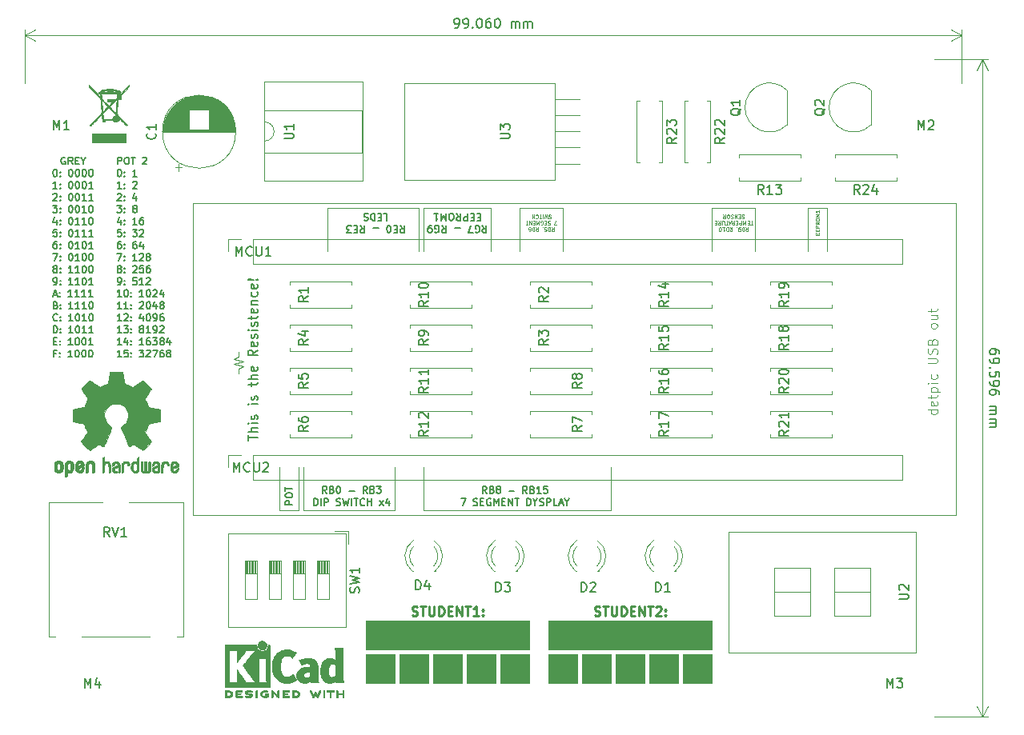
<source format=gbr>
G04 #@! TF.GenerationSoftware,KiCad,Pcbnew,(5.1.0-0)*
G04 #@! TF.CreationDate,2019-03-28T17:17:08+01:00*
G04 #@! TF.ProjectId,ac2-detpic-shield,6163322d-6465-4747-9069-632d73686965,rev?*
G04 #@! TF.SameCoordinates,Original*
G04 #@! TF.FileFunction,Legend,Top*
G04 #@! TF.FilePolarity,Positive*
%FSLAX46Y46*%
G04 Gerber Fmt 4.6, Leading zero omitted, Abs format (unit mm)*
G04 Created by KiCad (PCBNEW (5.1.0-0)) date 2019-03-28 17:17:08*
%MOMM*%
%LPD*%
G04 APERTURE LIST*
%ADD10C,0.120000*%
%ADD11C,0.150000*%
%ADD12C,0.100000*%
%ADD13C,0.250000*%
%ADD14C,0.075000*%
%ADD15C,0.010000*%
G04 APERTURE END LIST*
D10*
X149606000Y-56896000D02*
X149606000Y-56388000D01*
X149098000Y-57150000D02*
X149606000Y-56896000D01*
X150114000Y-57404000D02*
X149098000Y-57150000D01*
X149098000Y-57658000D02*
X150114000Y-57404000D01*
X150114000Y-57912000D02*
X149098000Y-57658000D01*
X149606000Y-58166000D02*
X150114000Y-57912000D01*
X149606000Y-58674000D02*
X149606000Y-58166000D01*
D11*
X150582380Y-65721428D02*
X150582380Y-65150000D01*
X151582380Y-65435714D02*
X150582380Y-65435714D01*
X151582380Y-64816666D02*
X150582380Y-64816666D01*
X151582380Y-64388095D02*
X151058571Y-64388095D01*
X150963333Y-64435714D01*
X150915714Y-64530952D01*
X150915714Y-64673809D01*
X150963333Y-64769047D01*
X151010952Y-64816666D01*
X151582380Y-63911904D02*
X150915714Y-63911904D01*
X150582380Y-63911904D02*
X150630000Y-63959523D01*
X150677619Y-63911904D01*
X150630000Y-63864285D01*
X150582380Y-63911904D01*
X150677619Y-63911904D01*
X151534761Y-63483333D02*
X151582380Y-63388095D01*
X151582380Y-63197619D01*
X151534761Y-63102380D01*
X151439523Y-63054761D01*
X151391904Y-63054761D01*
X151296666Y-63102380D01*
X151249047Y-63197619D01*
X151249047Y-63340476D01*
X151201428Y-63435714D01*
X151106190Y-63483333D01*
X151058571Y-63483333D01*
X150963333Y-63435714D01*
X150915714Y-63340476D01*
X150915714Y-63197619D01*
X150963333Y-63102380D01*
X151582380Y-61864285D02*
X150915714Y-61864285D01*
X150582380Y-61864285D02*
X150630000Y-61911904D01*
X150677619Y-61864285D01*
X150630000Y-61816666D01*
X150582380Y-61864285D01*
X150677619Y-61864285D01*
X151534761Y-61435714D02*
X151582380Y-61340476D01*
X151582380Y-61150000D01*
X151534761Y-61054761D01*
X151439523Y-61007142D01*
X151391904Y-61007142D01*
X151296666Y-61054761D01*
X151249047Y-61150000D01*
X151249047Y-61292857D01*
X151201428Y-61388095D01*
X151106190Y-61435714D01*
X151058571Y-61435714D01*
X150963333Y-61388095D01*
X150915714Y-61292857D01*
X150915714Y-61150000D01*
X150963333Y-61054761D01*
X150915714Y-59959523D02*
X150915714Y-59578571D01*
X150582380Y-59816666D02*
X151439523Y-59816666D01*
X151534761Y-59769047D01*
X151582380Y-59673809D01*
X151582380Y-59578571D01*
X151582380Y-59245238D02*
X150582380Y-59245238D01*
X151582380Y-58816666D02*
X151058571Y-58816666D01*
X150963333Y-58864285D01*
X150915714Y-58959523D01*
X150915714Y-59102380D01*
X150963333Y-59197619D01*
X151010952Y-59245238D01*
X151534761Y-57959523D02*
X151582380Y-58054761D01*
X151582380Y-58245238D01*
X151534761Y-58340476D01*
X151439523Y-58388095D01*
X151058571Y-58388095D01*
X150963333Y-58340476D01*
X150915714Y-58245238D01*
X150915714Y-58054761D01*
X150963333Y-57959523D01*
X151058571Y-57911904D01*
X151153809Y-57911904D01*
X151249047Y-58388095D01*
X151582380Y-56150000D02*
X151106190Y-56483333D01*
X151582380Y-56721428D02*
X150582380Y-56721428D01*
X150582380Y-56340476D01*
X150630000Y-56245238D01*
X150677619Y-56197619D01*
X150772857Y-56150000D01*
X150915714Y-56150000D01*
X151010952Y-56197619D01*
X151058571Y-56245238D01*
X151106190Y-56340476D01*
X151106190Y-56721428D01*
X151534761Y-55340476D02*
X151582380Y-55435714D01*
X151582380Y-55626190D01*
X151534761Y-55721428D01*
X151439523Y-55769047D01*
X151058571Y-55769047D01*
X150963333Y-55721428D01*
X150915714Y-55626190D01*
X150915714Y-55435714D01*
X150963333Y-55340476D01*
X151058571Y-55292857D01*
X151153809Y-55292857D01*
X151249047Y-55769047D01*
X151534761Y-54911904D02*
X151582380Y-54816666D01*
X151582380Y-54626190D01*
X151534761Y-54530952D01*
X151439523Y-54483333D01*
X151391904Y-54483333D01*
X151296666Y-54530952D01*
X151249047Y-54626190D01*
X151249047Y-54769047D01*
X151201428Y-54864285D01*
X151106190Y-54911904D01*
X151058571Y-54911904D01*
X150963333Y-54864285D01*
X150915714Y-54769047D01*
X150915714Y-54626190D01*
X150963333Y-54530952D01*
X151582380Y-54054761D02*
X150915714Y-54054761D01*
X150582380Y-54054761D02*
X150630000Y-54102380D01*
X150677619Y-54054761D01*
X150630000Y-54007142D01*
X150582380Y-54054761D01*
X150677619Y-54054761D01*
X151534761Y-53626190D02*
X151582380Y-53530952D01*
X151582380Y-53340476D01*
X151534761Y-53245238D01*
X151439523Y-53197619D01*
X151391904Y-53197619D01*
X151296666Y-53245238D01*
X151249047Y-53340476D01*
X151249047Y-53483333D01*
X151201428Y-53578571D01*
X151106190Y-53626190D01*
X151058571Y-53626190D01*
X150963333Y-53578571D01*
X150915714Y-53483333D01*
X150915714Y-53340476D01*
X150963333Y-53245238D01*
X150915714Y-52911904D02*
X150915714Y-52530952D01*
X150582380Y-52769047D02*
X151439523Y-52769047D01*
X151534761Y-52721428D01*
X151582380Y-52626190D01*
X151582380Y-52530952D01*
X151534761Y-51816666D02*
X151582380Y-51911904D01*
X151582380Y-52102380D01*
X151534761Y-52197619D01*
X151439523Y-52245238D01*
X151058571Y-52245238D01*
X150963333Y-52197619D01*
X150915714Y-52102380D01*
X150915714Y-51911904D01*
X150963333Y-51816666D01*
X151058571Y-51769047D01*
X151153809Y-51769047D01*
X151249047Y-52245238D01*
X150915714Y-51340476D02*
X151582380Y-51340476D01*
X151010952Y-51340476D02*
X150963333Y-51292857D01*
X150915714Y-51197619D01*
X150915714Y-51054761D01*
X150963333Y-50959523D01*
X151058571Y-50911904D01*
X151582380Y-50911904D01*
X151534761Y-50007142D02*
X151582380Y-50102380D01*
X151582380Y-50292857D01*
X151534761Y-50388095D01*
X151487142Y-50435714D01*
X151391904Y-50483333D01*
X151106190Y-50483333D01*
X151010952Y-50435714D01*
X150963333Y-50388095D01*
X150915714Y-50292857D01*
X150915714Y-50102380D01*
X150963333Y-50007142D01*
X151534761Y-49197619D02*
X151582380Y-49292857D01*
X151582380Y-49483333D01*
X151534761Y-49578571D01*
X151439523Y-49626190D01*
X151058571Y-49626190D01*
X150963333Y-49578571D01*
X150915714Y-49483333D01*
X150915714Y-49292857D01*
X150963333Y-49197619D01*
X151058571Y-49150000D01*
X151153809Y-49150000D01*
X151249047Y-49626190D01*
X151487142Y-48721428D02*
X151534761Y-48673809D01*
X151582380Y-48721428D01*
X151534761Y-48769047D01*
X151487142Y-48721428D01*
X151582380Y-48721428D01*
X151201428Y-48721428D02*
X150630000Y-48769047D01*
X150582380Y-48721428D01*
X150630000Y-48673809D01*
X151201428Y-48721428D01*
X150582380Y-48721428D01*
D10*
X225425000Y-40640000D02*
X224155000Y-40640000D01*
X225425000Y-73660000D02*
X225425000Y-40640000D01*
X144780000Y-73660000D02*
X225425000Y-73660000D01*
X144780000Y-40640000D02*
X144780000Y-73660000D01*
X224155000Y-40640000D02*
X144780000Y-40640000D01*
D12*
G36*
X192532000Y-91440000D02*
G01*
X189484000Y-91440000D01*
X189484000Y-88392000D01*
X192532000Y-88392000D01*
X192532000Y-91440000D01*
G37*
X192532000Y-91440000D02*
X189484000Y-91440000D01*
X189484000Y-88392000D01*
X192532000Y-88392000D01*
X192532000Y-91440000D01*
G36*
X185420000Y-91440000D02*
G01*
X182372000Y-91440000D01*
X182372000Y-88392000D01*
X185420000Y-88392000D01*
X185420000Y-91440000D01*
G37*
X185420000Y-91440000D02*
X182372000Y-91440000D01*
X182372000Y-88392000D01*
X185420000Y-88392000D01*
X185420000Y-91440000D01*
G36*
X188976000Y-91440000D02*
G01*
X185928000Y-91440000D01*
X185928000Y-88392000D01*
X188976000Y-88392000D01*
X188976000Y-91440000D01*
G37*
X188976000Y-91440000D02*
X185928000Y-91440000D01*
X185928000Y-88392000D01*
X188976000Y-88392000D01*
X188976000Y-91440000D01*
G36*
X199644000Y-87884000D02*
G01*
X182372000Y-87884000D01*
X182372000Y-84836000D01*
X199644000Y-84836000D01*
X199644000Y-87884000D01*
G37*
X199644000Y-87884000D02*
X182372000Y-87884000D01*
X182372000Y-84836000D01*
X199644000Y-84836000D01*
X199644000Y-87884000D01*
G36*
X196088000Y-91440000D02*
G01*
X193040000Y-91440000D01*
X193040000Y-88392000D01*
X196088000Y-88392000D01*
X196088000Y-91440000D01*
G37*
X196088000Y-91440000D02*
X193040000Y-91440000D01*
X193040000Y-88392000D01*
X196088000Y-88392000D01*
X196088000Y-91440000D01*
G36*
X199644000Y-91440000D02*
G01*
X196596000Y-91440000D01*
X196596000Y-88392000D01*
X199644000Y-88392000D01*
X199644000Y-91440000D01*
G37*
X199644000Y-91440000D02*
X196596000Y-91440000D01*
X196596000Y-88392000D01*
X199644000Y-88392000D01*
X199644000Y-91440000D01*
D13*
X187246095Y-84224761D02*
X187388952Y-84272380D01*
X187627047Y-84272380D01*
X187722285Y-84224761D01*
X187769904Y-84177142D01*
X187817523Y-84081904D01*
X187817523Y-83986666D01*
X187769904Y-83891428D01*
X187722285Y-83843809D01*
X187627047Y-83796190D01*
X187436571Y-83748571D01*
X187341333Y-83700952D01*
X187293714Y-83653333D01*
X187246095Y-83558095D01*
X187246095Y-83462857D01*
X187293714Y-83367619D01*
X187341333Y-83320000D01*
X187436571Y-83272380D01*
X187674666Y-83272380D01*
X187817523Y-83320000D01*
X188103238Y-83272380D02*
X188674666Y-83272380D01*
X188388952Y-84272380D02*
X188388952Y-83272380D01*
X189008000Y-83272380D02*
X189008000Y-84081904D01*
X189055619Y-84177142D01*
X189103238Y-84224761D01*
X189198476Y-84272380D01*
X189388952Y-84272380D01*
X189484190Y-84224761D01*
X189531809Y-84177142D01*
X189579428Y-84081904D01*
X189579428Y-83272380D01*
X190055619Y-84272380D02*
X190055619Y-83272380D01*
X190293714Y-83272380D01*
X190436571Y-83320000D01*
X190531809Y-83415238D01*
X190579428Y-83510476D01*
X190627047Y-83700952D01*
X190627047Y-83843809D01*
X190579428Y-84034285D01*
X190531809Y-84129523D01*
X190436571Y-84224761D01*
X190293714Y-84272380D01*
X190055619Y-84272380D01*
X191055619Y-83748571D02*
X191388952Y-83748571D01*
X191531809Y-84272380D02*
X191055619Y-84272380D01*
X191055619Y-83272380D01*
X191531809Y-83272380D01*
X191960380Y-84272380D02*
X191960380Y-83272380D01*
X192531809Y-84272380D01*
X192531809Y-83272380D01*
X192865142Y-83272380D02*
X193436571Y-83272380D01*
X193150857Y-84272380D02*
X193150857Y-83272380D01*
X193722285Y-83367619D02*
X193769904Y-83320000D01*
X193865142Y-83272380D01*
X194103238Y-83272380D01*
X194198476Y-83320000D01*
X194246095Y-83367619D01*
X194293714Y-83462857D01*
X194293714Y-83558095D01*
X194246095Y-83700952D01*
X193674666Y-84272380D01*
X194293714Y-84272380D01*
X194722285Y-84177142D02*
X194769904Y-84224761D01*
X194722285Y-84272380D01*
X194674666Y-84224761D01*
X194722285Y-84177142D01*
X194722285Y-84272380D01*
X194722285Y-83653333D02*
X194769904Y-83700952D01*
X194722285Y-83748571D01*
X194674666Y-83700952D01*
X194722285Y-83653333D01*
X194722285Y-83748571D01*
D12*
G36*
X180340000Y-91440000D02*
G01*
X177292000Y-91440000D01*
X177292000Y-88392000D01*
X180340000Y-88392000D01*
X180340000Y-91440000D01*
G37*
X180340000Y-91440000D02*
X177292000Y-91440000D01*
X177292000Y-88392000D01*
X180340000Y-88392000D01*
X180340000Y-91440000D01*
G36*
X176784000Y-91440000D02*
G01*
X173736000Y-91440000D01*
X173736000Y-88392000D01*
X176784000Y-88392000D01*
X176784000Y-91440000D01*
G37*
X176784000Y-91440000D02*
X173736000Y-91440000D01*
X173736000Y-88392000D01*
X176784000Y-88392000D01*
X176784000Y-91440000D01*
G36*
X173228000Y-91440000D02*
G01*
X170180000Y-91440000D01*
X170180000Y-88392000D01*
X173228000Y-88392000D01*
X173228000Y-91440000D01*
G37*
X173228000Y-91440000D02*
X170180000Y-91440000D01*
X170180000Y-88392000D01*
X173228000Y-88392000D01*
X173228000Y-91440000D01*
G36*
X169672000Y-91440000D02*
G01*
X166624000Y-91440000D01*
X166624000Y-88392000D01*
X169672000Y-88392000D01*
X169672000Y-91440000D01*
G37*
X169672000Y-91440000D02*
X166624000Y-91440000D01*
X166624000Y-88392000D01*
X169672000Y-88392000D01*
X169672000Y-91440000D01*
G36*
X166116000Y-91440000D02*
G01*
X163068000Y-91440000D01*
X163068000Y-88392000D01*
X166116000Y-88392000D01*
X166116000Y-91440000D01*
G37*
X166116000Y-91440000D02*
X163068000Y-91440000D01*
X163068000Y-88392000D01*
X166116000Y-88392000D01*
X166116000Y-91440000D01*
G36*
X180340000Y-87884000D02*
G01*
X163068000Y-87884000D01*
X163068000Y-84836000D01*
X180340000Y-84836000D01*
X180340000Y-87884000D01*
G37*
X180340000Y-87884000D02*
X163068000Y-87884000D01*
X163068000Y-84836000D01*
X180340000Y-84836000D01*
X180340000Y-87884000D01*
D11*
X230036619Y-56531333D02*
X230036619Y-56340857D01*
X229989000Y-56245619D01*
X229941380Y-56198000D01*
X229798523Y-56102761D01*
X229608047Y-56055142D01*
X229227095Y-56055142D01*
X229131857Y-56102761D01*
X229084238Y-56150380D01*
X229036619Y-56245619D01*
X229036619Y-56436095D01*
X229084238Y-56531333D01*
X229131857Y-56578952D01*
X229227095Y-56626571D01*
X229465190Y-56626571D01*
X229560428Y-56578952D01*
X229608047Y-56531333D01*
X229655666Y-56436095D01*
X229655666Y-56245619D01*
X229608047Y-56150380D01*
X229560428Y-56102761D01*
X229465190Y-56055142D01*
X229036619Y-57102761D02*
X229036619Y-57293238D01*
X229084238Y-57388476D01*
X229131857Y-57436095D01*
X229274714Y-57531333D01*
X229465190Y-57578952D01*
X229846142Y-57578952D01*
X229941380Y-57531333D01*
X229989000Y-57483714D01*
X230036619Y-57388476D01*
X230036619Y-57198000D01*
X229989000Y-57102761D01*
X229941380Y-57055142D01*
X229846142Y-57007523D01*
X229608047Y-57007523D01*
X229512809Y-57055142D01*
X229465190Y-57102761D01*
X229417571Y-57198000D01*
X229417571Y-57388476D01*
X229465190Y-57483714D01*
X229512809Y-57531333D01*
X229608047Y-57578952D01*
X229131857Y-58007523D02*
X229084238Y-58055142D01*
X229036619Y-58007523D01*
X229084238Y-57959904D01*
X229131857Y-58007523D01*
X229036619Y-58007523D01*
X230036619Y-58959904D02*
X230036619Y-58483714D01*
X229560428Y-58436095D01*
X229608047Y-58483714D01*
X229655666Y-58578952D01*
X229655666Y-58817047D01*
X229608047Y-58912285D01*
X229560428Y-58959904D01*
X229465190Y-59007523D01*
X229227095Y-59007523D01*
X229131857Y-58959904D01*
X229084238Y-58912285D01*
X229036619Y-58817047D01*
X229036619Y-58578952D01*
X229084238Y-58483714D01*
X229131857Y-58436095D01*
X229036619Y-59483714D02*
X229036619Y-59674190D01*
X229084238Y-59769428D01*
X229131857Y-59817047D01*
X229274714Y-59912285D01*
X229465190Y-59959904D01*
X229846142Y-59959904D01*
X229941380Y-59912285D01*
X229989000Y-59864666D01*
X230036619Y-59769428D01*
X230036619Y-59578952D01*
X229989000Y-59483714D01*
X229941380Y-59436095D01*
X229846142Y-59388476D01*
X229608047Y-59388476D01*
X229512809Y-59436095D01*
X229465190Y-59483714D01*
X229417571Y-59578952D01*
X229417571Y-59769428D01*
X229465190Y-59864666D01*
X229512809Y-59912285D01*
X229608047Y-59959904D01*
X230036619Y-60817047D02*
X230036619Y-60626571D01*
X229989000Y-60531333D01*
X229941380Y-60483714D01*
X229798523Y-60388476D01*
X229608047Y-60340857D01*
X229227095Y-60340857D01*
X229131857Y-60388476D01*
X229084238Y-60436095D01*
X229036619Y-60531333D01*
X229036619Y-60721809D01*
X229084238Y-60817047D01*
X229131857Y-60864666D01*
X229227095Y-60912285D01*
X229465190Y-60912285D01*
X229560428Y-60864666D01*
X229608047Y-60817047D01*
X229655666Y-60721809D01*
X229655666Y-60531333D01*
X229608047Y-60436095D01*
X229560428Y-60388476D01*
X229465190Y-60340857D01*
X229036619Y-62102761D02*
X229703285Y-62102761D01*
X229608047Y-62102761D02*
X229655666Y-62150380D01*
X229703285Y-62245619D01*
X229703285Y-62388476D01*
X229655666Y-62483714D01*
X229560428Y-62531333D01*
X229036619Y-62531333D01*
X229560428Y-62531333D02*
X229655666Y-62578952D01*
X229703285Y-62674190D01*
X229703285Y-62817047D01*
X229655666Y-62912285D01*
X229560428Y-62959904D01*
X229036619Y-62959904D01*
X229036619Y-63436095D02*
X229703285Y-63436095D01*
X229608047Y-63436095D02*
X229655666Y-63483714D01*
X229703285Y-63578952D01*
X229703285Y-63721809D01*
X229655666Y-63817047D01*
X229560428Y-63864666D01*
X229036619Y-63864666D01*
X229560428Y-63864666D02*
X229655666Y-63912285D01*
X229703285Y-64007523D01*
X229703285Y-64150380D01*
X229655666Y-64245619D01*
X229560428Y-64293238D01*
X229036619Y-64293238D01*
D10*
X228219000Y-25400000D02*
X228219000Y-94996000D01*
X223139000Y-25400000D02*
X228805421Y-25400000D01*
X223139000Y-94996000D02*
X228805421Y-94996000D01*
X228219000Y-94996000D02*
X227632579Y-93869496D01*
X228219000Y-94996000D02*
X228805421Y-93869496D01*
X228219000Y-25400000D02*
X227632579Y-26526504D01*
X228219000Y-25400000D02*
X228805421Y-26526504D01*
D11*
X172482380Y-22042380D02*
X172672857Y-22042380D01*
X172768095Y-21994761D01*
X172815714Y-21947142D01*
X172910952Y-21804285D01*
X172958571Y-21613809D01*
X172958571Y-21232857D01*
X172910952Y-21137619D01*
X172863333Y-21090000D01*
X172768095Y-21042380D01*
X172577619Y-21042380D01*
X172482380Y-21090000D01*
X172434761Y-21137619D01*
X172387142Y-21232857D01*
X172387142Y-21470952D01*
X172434761Y-21566190D01*
X172482380Y-21613809D01*
X172577619Y-21661428D01*
X172768095Y-21661428D01*
X172863333Y-21613809D01*
X172910952Y-21566190D01*
X172958571Y-21470952D01*
X173434761Y-22042380D02*
X173625238Y-22042380D01*
X173720476Y-21994761D01*
X173768095Y-21947142D01*
X173863333Y-21804285D01*
X173910952Y-21613809D01*
X173910952Y-21232857D01*
X173863333Y-21137619D01*
X173815714Y-21090000D01*
X173720476Y-21042380D01*
X173530000Y-21042380D01*
X173434761Y-21090000D01*
X173387142Y-21137619D01*
X173339523Y-21232857D01*
X173339523Y-21470952D01*
X173387142Y-21566190D01*
X173434761Y-21613809D01*
X173530000Y-21661428D01*
X173720476Y-21661428D01*
X173815714Y-21613809D01*
X173863333Y-21566190D01*
X173910952Y-21470952D01*
X174339523Y-21947142D02*
X174387142Y-21994761D01*
X174339523Y-22042380D01*
X174291904Y-21994761D01*
X174339523Y-21947142D01*
X174339523Y-22042380D01*
X175006190Y-21042380D02*
X175101428Y-21042380D01*
X175196666Y-21090000D01*
X175244285Y-21137619D01*
X175291904Y-21232857D01*
X175339523Y-21423333D01*
X175339523Y-21661428D01*
X175291904Y-21851904D01*
X175244285Y-21947142D01*
X175196666Y-21994761D01*
X175101428Y-22042380D01*
X175006190Y-22042380D01*
X174910952Y-21994761D01*
X174863333Y-21947142D01*
X174815714Y-21851904D01*
X174768095Y-21661428D01*
X174768095Y-21423333D01*
X174815714Y-21232857D01*
X174863333Y-21137619D01*
X174910952Y-21090000D01*
X175006190Y-21042380D01*
X176196666Y-21042380D02*
X176006190Y-21042380D01*
X175910952Y-21090000D01*
X175863333Y-21137619D01*
X175768095Y-21280476D01*
X175720476Y-21470952D01*
X175720476Y-21851904D01*
X175768095Y-21947142D01*
X175815714Y-21994761D01*
X175910952Y-22042380D01*
X176101428Y-22042380D01*
X176196666Y-21994761D01*
X176244285Y-21947142D01*
X176291904Y-21851904D01*
X176291904Y-21613809D01*
X176244285Y-21518571D01*
X176196666Y-21470952D01*
X176101428Y-21423333D01*
X175910952Y-21423333D01*
X175815714Y-21470952D01*
X175768095Y-21518571D01*
X175720476Y-21613809D01*
X176910952Y-21042380D02*
X177006190Y-21042380D01*
X177101428Y-21090000D01*
X177149047Y-21137619D01*
X177196666Y-21232857D01*
X177244285Y-21423333D01*
X177244285Y-21661428D01*
X177196666Y-21851904D01*
X177149047Y-21947142D01*
X177101428Y-21994761D01*
X177006190Y-22042380D01*
X176910952Y-22042380D01*
X176815714Y-21994761D01*
X176768095Y-21947142D01*
X176720476Y-21851904D01*
X176672857Y-21661428D01*
X176672857Y-21423333D01*
X176720476Y-21232857D01*
X176768095Y-21137619D01*
X176815714Y-21090000D01*
X176910952Y-21042380D01*
X178434761Y-22042380D02*
X178434761Y-21375714D01*
X178434761Y-21470952D02*
X178482380Y-21423333D01*
X178577619Y-21375714D01*
X178720476Y-21375714D01*
X178815714Y-21423333D01*
X178863333Y-21518571D01*
X178863333Y-22042380D01*
X178863333Y-21518571D02*
X178910952Y-21423333D01*
X179006190Y-21375714D01*
X179149047Y-21375714D01*
X179244285Y-21423333D01*
X179291904Y-21518571D01*
X179291904Y-22042380D01*
X179768095Y-22042380D02*
X179768095Y-21375714D01*
X179768095Y-21470952D02*
X179815714Y-21423333D01*
X179910952Y-21375714D01*
X180053809Y-21375714D01*
X180149047Y-21423333D01*
X180196666Y-21518571D01*
X180196666Y-22042380D01*
X180196666Y-21518571D02*
X180244285Y-21423333D01*
X180339523Y-21375714D01*
X180482380Y-21375714D01*
X180577619Y-21423333D01*
X180625238Y-21518571D01*
X180625238Y-22042380D01*
D10*
X127000000Y-22860000D02*
X226060000Y-22860000D01*
X127000000Y-27940000D02*
X127000000Y-22273579D01*
X226060000Y-27940000D02*
X226060000Y-22273579D01*
X226060000Y-22860000D02*
X224933496Y-23446421D01*
X226060000Y-22860000D02*
X224933496Y-22273579D01*
X127000000Y-22860000D02*
X128126504Y-23446421D01*
X127000000Y-22860000D02*
X128126504Y-22273579D01*
D11*
X136801071Y-36494285D02*
X136801071Y-35744285D01*
X137086785Y-35744285D01*
X137158214Y-35780000D01*
X137193928Y-35815714D01*
X137229642Y-35887142D01*
X137229642Y-35994285D01*
X137193928Y-36065714D01*
X137158214Y-36101428D01*
X137086785Y-36137142D01*
X136801071Y-36137142D01*
X137693928Y-35744285D02*
X137836785Y-35744285D01*
X137908214Y-35780000D01*
X137979642Y-35851428D01*
X138015357Y-35994285D01*
X138015357Y-36244285D01*
X137979642Y-36387142D01*
X137908214Y-36458571D01*
X137836785Y-36494285D01*
X137693928Y-36494285D01*
X137622500Y-36458571D01*
X137551071Y-36387142D01*
X137515357Y-36244285D01*
X137515357Y-35994285D01*
X137551071Y-35851428D01*
X137622500Y-35780000D01*
X137693928Y-35744285D01*
X138229642Y-35744285D02*
X138658214Y-35744285D01*
X138443928Y-36494285D02*
X138443928Y-35744285D01*
X139443928Y-35815714D02*
X139479642Y-35780000D01*
X139551071Y-35744285D01*
X139729642Y-35744285D01*
X139801071Y-35780000D01*
X139836785Y-35815714D01*
X139872500Y-35887142D01*
X139872500Y-35958571D01*
X139836785Y-36065714D01*
X139408214Y-36494285D01*
X139872500Y-36494285D01*
X136943928Y-37019285D02*
X137015357Y-37019285D01*
X137086785Y-37055000D01*
X137122500Y-37090714D01*
X137158214Y-37162142D01*
X137193928Y-37305000D01*
X137193928Y-37483571D01*
X137158214Y-37626428D01*
X137122500Y-37697857D01*
X137086785Y-37733571D01*
X137015357Y-37769285D01*
X136943928Y-37769285D01*
X136872500Y-37733571D01*
X136836785Y-37697857D01*
X136801071Y-37626428D01*
X136765357Y-37483571D01*
X136765357Y-37305000D01*
X136801071Y-37162142D01*
X136836785Y-37090714D01*
X136872500Y-37055000D01*
X136943928Y-37019285D01*
X137515357Y-37697857D02*
X137551071Y-37733571D01*
X137515357Y-37769285D01*
X137479642Y-37733571D01*
X137515357Y-37697857D01*
X137515357Y-37769285D01*
X137515357Y-37305000D02*
X137551071Y-37340714D01*
X137515357Y-37376428D01*
X137479642Y-37340714D01*
X137515357Y-37305000D01*
X137515357Y-37376428D01*
X138836785Y-37769285D02*
X138408214Y-37769285D01*
X138622500Y-37769285D02*
X138622500Y-37019285D01*
X138551071Y-37126428D01*
X138479642Y-37197857D01*
X138408214Y-37233571D01*
X137193928Y-39044285D02*
X136765357Y-39044285D01*
X136979642Y-39044285D02*
X136979642Y-38294285D01*
X136908214Y-38401428D01*
X136836785Y-38472857D01*
X136765357Y-38508571D01*
X137515357Y-38972857D02*
X137551071Y-39008571D01*
X137515357Y-39044285D01*
X137479642Y-39008571D01*
X137515357Y-38972857D01*
X137515357Y-39044285D01*
X137515357Y-38580000D02*
X137551071Y-38615714D01*
X137515357Y-38651428D01*
X137479642Y-38615714D01*
X137515357Y-38580000D01*
X137515357Y-38651428D01*
X138408214Y-38365714D02*
X138443928Y-38330000D01*
X138515357Y-38294285D01*
X138693928Y-38294285D01*
X138765357Y-38330000D01*
X138801071Y-38365714D01*
X138836785Y-38437142D01*
X138836785Y-38508571D01*
X138801071Y-38615714D01*
X138372500Y-39044285D01*
X138836785Y-39044285D01*
X136765357Y-39640714D02*
X136801071Y-39605000D01*
X136872500Y-39569285D01*
X137051071Y-39569285D01*
X137122500Y-39605000D01*
X137158214Y-39640714D01*
X137193928Y-39712142D01*
X137193928Y-39783571D01*
X137158214Y-39890714D01*
X136729642Y-40319285D01*
X137193928Y-40319285D01*
X137515357Y-40247857D02*
X137551071Y-40283571D01*
X137515357Y-40319285D01*
X137479642Y-40283571D01*
X137515357Y-40247857D01*
X137515357Y-40319285D01*
X137515357Y-39855000D02*
X137551071Y-39890714D01*
X137515357Y-39926428D01*
X137479642Y-39890714D01*
X137515357Y-39855000D01*
X137515357Y-39926428D01*
X138765357Y-39819285D02*
X138765357Y-40319285D01*
X138586785Y-39533571D02*
X138408214Y-40069285D01*
X138872500Y-40069285D01*
X136729642Y-40844285D02*
X137193928Y-40844285D01*
X136943928Y-41130000D01*
X137051071Y-41130000D01*
X137122500Y-41165714D01*
X137158214Y-41201428D01*
X137193928Y-41272857D01*
X137193928Y-41451428D01*
X137158214Y-41522857D01*
X137122500Y-41558571D01*
X137051071Y-41594285D01*
X136836785Y-41594285D01*
X136765357Y-41558571D01*
X136729642Y-41522857D01*
X137515357Y-41522857D02*
X137551071Y-41558571D01*
X137515357Y-41594285D01*
X137479642Y-41558571D01*
X137515357Y-41522857D01*
X137515357Y-41594285D01*
X137515357Y-41130000D02*
X137551071Y-41165714D01*
X137515357Y-41201428D01*
X137479642Y-41165714D01*
X137515357Y-41130000D01*
X137515357Y-41201428D01*
X138551071Y-41165714D02*
X138479642Y-41130000D01*
X138443928Y-41094285D01*
X138408214Y-41022857D01*
X138408214Y-40987142D01*
X138443928Y-40915714D01*
X138479642Y-40880000D01*
X138551071Y-40844285D01*
X138693928Y-40844285D01*
X138765357Y-40880000D01*
X138801071Y-40915714D01*
X138836785Y-40987142D01*
X138836785Y-41022857D01*
X138801071Y-41094285D01*
X138765357Y-41130000D01*
X138693928Y-41165714D01*
X138551071Y-41165714D01*
X138479642Y-41201428D01*
X138443928Y-41237142D01*
X138408214Y-41308571D01*
X138408214Y-41451428D01*
X138443928Y-41522857D01*
X138479642Y-41558571D01*
X138551071Y-41594285D01*
X138693928Y-41594285D01*
X138765357Y-41558571D01*
X138801071Y-41522857D01*
X138836785Y-41451428D01*
X138836785Y-41308571D01*
X138801071Y-41237142D01*
X138765357Y-41201428D01*
X138693928Y-41165714D01*
X137122500Y-42369285D02*
X137122500Y-42869285D01*
X136943928Y-42083571D02*
X136765357Y-42619285D01*
X137229642Y-42619285D01*
X137515357Y-42797857D02*
X137551071Y-42833571D01*
X137515357Y-42869285D01*
X137479642Y-42833571D01*
X137515357Y-42797857D01*
X137515357Y-42869285D01*
X137515357Y-42405000D02*
X137551071Y-42440714D01*
X137515357Y-42476428D01*
X137479642Y-42440714D01*
X137515357Y-42405000D01*
X137515357Y-42476428D01*
X138836785Y-42869285D02*
X138408214Y-42869285D01*
X138622500Y-42869285D02*
X138622500Y-42119285D01*
X138551071Y-42226428D01*
X138479642Y-42297857D01*
X138408214Y-42333571D01*
X139479642Y-42119285D02*
X139336785Y-42119285D01*
X139265357Y-42155000D01*
X139229642Y-42190714D01*
X139158214Y-42297857D01*
X139122500Y-42440714D01*
X139122500Y-42726428D01*
X139158214Y-42797857D01*
X139193928Y-42833571D01*
X139265357Y-42869285D01*
X139408214Y-42869285D01*
X139479642Y-42833571D01*
X139515357Y-42797857D01*
X139551071Y-42726428D01*
X139551071Y-42547857D01*
X139515357Y-42476428D01*
X139479642Y-42440714D01*
X139408214Y-42405000D01*
X139265357Y-42405000D01*
X139193928Y-42440714D01*
X139158214Y-42476428D01*
X139122500Y-42547857D01*
X137158214Y-43394285D02*
X136801071Y-43394285D01*
X136765357Y-43751428D01*
X136801071Y-43715714D01*
X136872500Y-43680000D01*
X137051071Y-43680000D01*
X137122500Y-43715714D01*
X137158214Y-43751428D01*
X137193928Y-43822857D01*
X137193928Y-44001428D01*
X137158214Y-44072857D01*
X137122500Y-44108571D01*
X137051071Y-44144285D01*
X136872500Y-44144285D01*
X136801071Y-44108571D01*
X136765357Y-44072857D01*
X137515357Y-44072857D02*
X137551071Y-44108571D01*
X137515357Y-44144285D01*
X137479642Y-44108571D01*
X137515357Y-44072857D01*
X137515357Y-44144285D01*
X137515357Y-43680000D02*
X137551071Y-43715714D01*
X137515357Y-43751428D01*
X137479642Y-43715714D01*
X137515357Y-43680000D01*
X137515357Y-43751428D01*
X138372500Y-43394285D02*
X138836785Y-43394285D01*
X138586785Y-43680000D01*
X138693928Y-43680000D01*
X138765357Y-43715714D01*
X138801071Y-43751428D01*
X138836785Y-43822857D01*
X138836785Y-44001428D01*
X138801071Y-44072857D01*
X138765357Y-44108571D01*
X138693928Y-44144285D01*
X138479642Y-44144285D01*
X138408214Y-44108571D01*
X138372500Y-44072857D01*
X139122500Y-43465714D02*
X139158214Y-43430000D01*
X139229642Y-43394285D01*
X139408214Y-43394285D01*
X139479642Y-43430000D01*
X139515357Y-43465714D01*
X139551071Y-43537142D01*
X139551071Y-43608571D01*
X139515357Y-43715714D01*
X139086785Y-44144285D01*
X139551071Y-44144285D01*
X137122500Y-44669285D02*
X136979642Y-44669285D01*
X136908214Y-44705000D01*
X136872500Y-44740714D01*
X136801071Y-44847857D01*
X136765357Y-44990714D01*
X136765357Y-45276428D01*
X136801071Y-45347857D01*
X136836785Y-45383571D01*
X136908214Y-45419285D01*
X137051071Y-45419285D01*
X137122500Y-45383571D01*
X137158214Y-45347857D01*
X137193928Y-45276428D01*
X137193928Y-45097857D01*
X137158214Y-45026428D01*
X137122500Y-44990714D01*
X137051071Y-44955000D01*
X136908214Y-44955000D01*
X136836785Y-44990714D01*
X136801071Y-45026428D01*
X136765357Y-45097857D01*
X137515357Y-45347857D02*
X137551071Y-45383571D01*
X137515357Y-45419285D01*
X137479642Y-45383571D01*
X137515357Y-45347857D01*
X137515357Y-45419285D01*
X137515357Y-44955000D02*
X137551071Y-44990714D01*
X137515357Y-45026428D01*
X137479642Y-44990714D01*
X137515357Y-44955000D01*
X137515357Y-45026428D01*
X138765357Y-44669285D02*
X138622500Y-44669285D01*
X138551071Y-44705000D01*
X138515357Y-44740714D01*
X138443928Y-44847857D01*
X138408214Y-44990714D01*
X138408214Y-45276428D01*
X138443928Y-45347857D01*
X138479642Y-45383571D01*
X138551071Y-45419285D01*
X138693928Y-45419285D01*
X138765357Y-45383571D01*
X138801071Y-45347857D01*
X138836785Y-45276428D01*
X138836785Y-45097857D01*
X138801071Y-45026428D01*
X138765357Y-44990714D01*
X138693928Y-44955000D01*
X138551071Y-44955000D01*
X138479642Y-44990714D01*
X138443928Y-45026428D01*
X138408214Y-45097857D01*
X139479642Y-44919285D02*
X139479642Y-45419285D01*
X139301071Y-44633571D02*
X139122500Y-45169285D01*
X139586785Y-45169285D01*
X136729642Y-45944285D02*
X137229642Y-45944285D01*
X136908214Y-46694285D01*
X137515357Y-46622857D02*
X137551071Y-46658571D01*
X137515357Y-46694285D01*
X137479642Y-46658571D01*
X137515357Y-46622857D01*
X137515357Y-46694285D01*
X137515357Y-46230000D02*
X137551071Y-46265714D01*
X137515357Y-46301428D01*
X137479642Y-46265714D01*
X137515357Y-46230000D01*
X137515357Y-46301428D01*
X138836785Y-46694285D02*
X138408214Y-46694285D01*
X138622500Y-46694285D02*
X138622500Y-45944285D01*
X138551071Y-46051428D01*
X138479642Y-46122857D01*
X138408214Y-46158571D01*
X139122500Y-46015714D02*
X139158214Y-45980000D01*
X139229642Y-45944285D01*
X139408214Y-45944285D01*
X139479642Y-45980000D01*
X139515357Y-46015714D01*
X139551071Y-46087142D01*
X139551071Y-46158571D01*
X139515357Y-46265714D01*
X139086785Y-46694285D01*
X139551071Y-46694285D01*
X139979642Y-46265714D02*
X139908214Y-46230000D01*
X139872500Y-46194285D01*
X139836785Y-46122857D01*
X139836785Y-46087142D01*
X139872500Y-46015714D01*
X139908214Y-45980000D01*
X139979642Y-45944285D01*
X140122500Y-45944285D01*
X140193928Y-45980000D01*
X140229642Y-46015714D01*
X140265357Y-46087142D01*
X140265357Y-46122857D01*
X140229642Y-46194285D01*
X140193928Y-46230000D01*
X140122500Y-46265714D01*
X139979642Y-46265714D01*
X139908214Y-46301428D01*
X139872500Y-46337142D01*
X139836785Y-46408571D01*
X139836785Y-46551428D01*
X139872500Y-46622857D01*
X139908214Y-46658571D01*
X139979642Y-46694285D01*
X140122500Y-46694285D01*
X140193928Y-46658571D01*
X140229642Y-46622857D01*
X140265357Y-46551428D01*
X140265357Y-46408571D01*
X140229642Y-46337142D01*
X140193928Y-46301428D01*
X140122500Y-46265714D01*
X136908214Y-47540714D02*
X136836785Y-47505000D01*
X136801071Y-47469285D01*
X136765357Y-47397857D01*
X136765357Y-47362142D01*
X136801071Y-47290714D01*
X136836785Y-47255000D01*
X136908214Y-47219285D01*
X137051071Y-47219285D01*
X137122500Y-47255000D01*
X137158214Y-47290714D01*
X137193928Y-47362142D01*
X137193928Y-47397857D01*
X137158214Y-47469285D01*
X137122500Y-47505000D01*
X137051071Y-47540714D01*
X136908214Y-47540714D01*
X136836785Y-47576428D01*
X136801071Y-47612142D01*
X136765357Y-47683571D01*
X136765357Y-47826428D01*
X136801071Y-47897857D01*
X136836785Y-47933571D01*
X136908214Y-47969285D01*
X137051071Y-47969285D01*
X137122500Y-47933571D01*
X137158214Y-47897857D01*
X137193928Y-47826428D01*
X137193928Y-47683571D01*
X137158214Y-47612142D01*
X137122500Y-47576428D01*
X137051071Y-47540714D01*
X137515357Y-47897857D02*
X137551071Y-47933571D01*
X137515357Y-47969285D01*
X137479642Y-47933571D01*
X137515357Y-47897857D01*
X137515357Y-47969285D01*
X137515357Y-47505000D02*
X137551071Y-47540714D01*
X137515357Y-47576428D01*
X137479642Y-47540714D01*
X137515357Y-47505000D01*
X137515357Y-47576428D01*
X138408214Y-47290714D02*
X138443928Y-47255000D01*
X138515357Y-47219285D01*
X138693928Y-47219285D01*
X138765357Y-47255000D01*
X138801071Y-47290714D01*
X138836785Y-47362142D01*
X138836785Y-47433571D01*
X138801071Y-47540714D01*
X138372500Y-47969285D01*
X138836785Y-47969285D01*
X139515357Y-47219285D02*
X139158214Y-47219285D01*
X139122500Y-47576428D01*
X139158214Y-47540714D01*
X139229642Y-47505000D01*
X139408214Y-47505000D01*
X139479642Y-47540714D01*
X139515357Y-47576428D01*
X139551071Y-47647857D01*
X139551071Y-47826428D01*
X139515357Y-47897857D01*
X139479642Y-47933571D01*
X139408214Y-47969285D01*
X139229642Y-47969285D01*
X139158214Y-47933571D01*
X139122500Y-47897857D01*
X140193928Y-47219285D02*
X140051071Y-47219285D01*
X139979642Y-47255000D01*
X139943928Y-47290714D01*
X139872500Y-47397857D01*
X139836785Y-47540714D01*
X139836785Y-47826428D01*
X139872500Y-47897857D01*
X139908214Y-47933571D01*
X139979642Y-47969285D01*
X140122500Y-47969285D01*
X140193928Y-47933571D01*
X140229642Y-47897857D01*
X140265357Y-47826428D01*
X140265357Y-47647857D01*
X140229642Y-47576428D01*
X140193928Y-47540714D01*
X140122500Y-47505000D01*
X139979642Y-47505000D01*
X139908214Y-47540714D01*
X139872500Y-47576428D01*
X139836785Y-47647857D01*
X136836785Y-49244285D02*
X136979642Y-49244285D01*
X137051071Y-49208571D01*
X137086785Y-49172857D01*
X137158214Y-49065714D01*
X137193928Y-48922857D01*
X137193928Y-48637142D01*
X137158214Y-48565714D01*
X137122500Y-48530000D01*
X137051071Y-48494285D01*
X136908214Y-48494285D01*
X136836785Y-48530000D01*
X136801071Y-48565714D01*
X136765357Y-48637142D01*
X136765357Y-48815714D01*
X136801071Y-48887142D01*
X136836785Y-48922857D01*
X136908214Y-48958571D01*
X137051071Y-48958571D01*
X137122500Y-48922857D01*
X137158214Y-48887142D01*
X137193928Y-48815714D01*
X137515357Y-49172857D02*
X137551071Y-49208571D01*
X137515357Y-49244285D01*
X137479642Y-49208571D01*
X137515357Y-49172857D01*
X137515357Y-49244285D01*
X137515357Y-48780000D02*
X137551071Y-48815714D01*
X137515357Y-48851428D01*
X137479642Y-48815714D01*
X137515357Y-48780000D01*
X137515357Y-48851428D01*
X138801071Y-48494285D02*
X138443928Y-48494285D01*
X138408214Y-48851428D01*
X138443928Y-48815714D01*
X138515357Y-48780000D01*
X138693928Y-48780000D01*
X138765357Y-48815714D01*
X138801071Y-48851428D01*
X138836785Y-48922857D01*
X138836785Y-49101428D01*
X138801071Y-49172857D01*
X138765357Y-49208571D01*
X138693928Y-49244285D01*
X138515357Y-49244285D01*
X138443928Y-49208571D01*
X138408214Y-49172857D01*
X139551071Y-49244285D02*
X139122500Y-49244285D01*
X139336785Y-49244285D02*
X139336785Y-48494285D01*
X139265357Y-48601428D01*
X139193928Y-48672857D01*
X139122500Y-48708571D01*
X139836785Y-48565714D02*
X139872500Y-48530000D01*
X139943928Y-48494285D01*
X140122500Y-48494285D01*
X140193928Y-48530000D01*
X140229642Y-48565714D01*
X140265357Y-48637142D01*
X140265357Y-48708571D01*
X140229642Y-48815714D01*
X139801071Y-49244285D01*
X140265357Y-49244285D01*
X137193928Y-50519285D02*
X136765357Y-50519285D01*
X136979642Y-50519285D02*
X136979642Y-49769285D01*
X136908214Y-49876428D01*
X136836785Y-49947857D01*
X136765357Y-49983571D01*
X137658214Y-49769285D02*
X137729642Y-49769285D01*
X137801071Y-49805000D01*
X137836785Y-49840714D01*
X137872500Y-49912142D01*
X137908214Y-50055000D01*
X137908214Y-50233571D01*
X137872500Y-50376428D01*
X137836785Y-50447857D01*
X137801071Y-50483571D01*
X137729642Y-50519285D01*
X137658214Y-50519285D01*
X137586785Y-50483571D01*
X137551071Y-50447857D01*
X137515357Y-50376428D01*
X137479642Y-50233571D01*
X137479642Y-50055000D01*
X137515357Y-49912142D01*
X137551071Y-49840714D01*
X137586785Y-49805000D01*
X137658214Y-49769285D01*
X138229642Y-50447857D02*
X138265357Y-50483571D01*
X138229642Y-50519285D01*
X138193928Y-50483571D01*
X138229642Y-50447857D01*
X138229642Y-50519285D01*
X138229642Y-50055000D02*
X138265357Y-50090714D01*
X138229642Y-50126428D01*
X138193928Y-50090714D01*
X138229642Y-50055000D01*
X138229642Y-50126428D01*
X139551071Y-50519285D02*
X139122500Y-50519285D01*
X139336785Y-50519285D02*
X139336785Y-49769285D01*
X139265357Y-49876428D01*
X139193928Y-49947857D01*
X139122500Y-49983571D01*
X140015357Y-49769285D02*
X140086785Y-49769285D01*
X140158214Y-49805000D01*
X140193928Y-49840714D01*
X140229642Y-49912142D01*
X140265357Y-50055000D01*
X140265357Y-50233571D01*
X140229642Y-50376428D01*
X140193928Y-50447857D01*
X140158214Y-50483571D01*
X140086785Y-50519285D01*
X140015357Y-50519285D01*
X139943928Y-50483571D01*
X139908214Y-50447857D01*
X139872500Y-50376428D01*
X139836785Y-50233571D01*
X139836785Y-50055000D01*
X139872500Y-49912142D01*
X139908214Y-49840714D01*
X139943928Y-49805000D01*
X140015357Y-49769285D01*
X140551071Y-49840714D02*
X140586785Y-49805000D01*
X140658214Y-49769285D01*
X140836785Y-49769285D01*
X140908214Y-49805000D01*
X140943928Y-49840714D01*
X140979642Y-49912142D01*
X140979642Y-49983571D01*
X140943928Y-50090714D01*
X140515357Y-50519285D01*
X140979642Y-50519285D01*
X141622500Y-50019285D02*
X141622500Y-50519285D01*
X141443928Y-49733571D02*
X141265357Y-50269285D01*
X141729642Y-50269285D01*
X137193928Y-51794285D02*
X136765357Y-51794285D01*
X136979642Y-51794285D02*
X136979642Y-51044285D01*
X136908214Y-51151428D01*
X136836785Y-51222857D01*
X136765357Y-51258571D01*
X137908214Y-51794285D02*
X137479642Y-51794285D01*
X137693928Y-51794285D02*
X137693928Y-51044285D01*
X137622500Y-51151428D01*
X137551071Y-51222857D01*
X137479642Y-51258571D01*
X138229642Y-51722857D02*
X138265357Y-51758571D01*
X138229642Y-51794285D01*
X138193928Y-51758571D01*
X138229642Y-51722857D01*
X138229642Y-51794285D01*
X138229642Y-51330000D02*
X138265357Y-51365714D01*
X138229642Y-51401428D01*
X138193928Y-51365714D01*
X138229642Y-51330000D01*
X138229642Y-51401428D01*
X139122500Y-51115714D02*
X139158214Y-51080000D01*
X139229642Y-51044285D01*
X139408214Y-51044285D01*
X139479642Y-51080000D01*
X139515357Y-51115714D01*
X139551071Y-51187142D01*
X139551071Y-51258571D01*
X139515357Y-51365714D01*
X139086785Y-51794285D01*
X139551071Y-51794285D01*
X140015357Y-51044285D02*
X140086785Y-51044285D01*
X140158214Y-51080000D01*
X140193928Y-51115714D01*
X140229642Y-51187142D01*
X140265357Y-51330000D01*
X140265357Y-51508571D01*
X140229642Y-51651428D01*
X140193928Y-51722857D01*
X140158214Y-51758571D01*
X140086785Y-51794285D01*
X140015357Y-51794285D01*
X139943928Y-51758571D01*
X139908214Y-51722857D01*
X139872500Y-51651428D01*
X139836785Y-51508571D01*
X139836785Y-51330000D01*
X139872500Y-51187142D01*
X139908214Y-51115714D01*
X139943928Y-51080000D01*
X140015357Y-51044285D01*
X140908214Y-51294285D02*
X140908214Y-51794285D01*
X140729642Y-51008571D02*
X140551071Y-51544285D01*
X141015357Y-51544285D01*
X141408214Y-51365714D02*
X141336785Y-51330000D01*
X141301071Y-51294285D01*
X141265357Y-51222857D01*
X141265357Y-51187142D01*
X141301071Y-51115714D01*
X141336785Y-51080000D01*
X141408214Y-51044285D01*
X141551071Y-51044285D01*
X141622500Y-51080000D01*
X141658214Y-51115714D01*
X141693928Y-51187142D01*
X141693928Y-51222857D01*
X141658214Y-51294285D01*
X141622500Y-51330000D01*
X141551071Y-51365714D01*
X141408214Y-51365714D01*
X141336785Y-51401428D01*
X141301071Y-51437142D01*
X141265357Y-51508571D01*
X141265357Y-51651428D01*
X141301071Y-51722857D01*
X141336785Y-51758571D01*
X141408214Y-51794285D01*
X141551071Y-51794285D01*
X141622500Y-51758571D01*
X141658214Y-51722857D01*
X141693928Y-51651428D01*
X141693928Y-51508571D01*
X141658214Y-51437142D01*
X141622500Y-51401428D01*
X141551071Y-51365714D01*
X137193928Y-53069285D02*
X136765357Y-53069285D01*
X136979642Y-53069285D02*
X136979642Y-52319285D01*
X136908214Y-52426428D01*
X136836785Y-52497857D01*
X136765357Y-52533571D01*
X137479642Y-52390714D02*
X137515357Y-52355000D01*
X137586785Y-52319285D01*
X137765357Y-52319285D01*
X137836785Y-52355000D01*
X137872500Y-52390714D01*
X137908214Y-52462142D01*
X137908214Y-52533571D01*
X137872500Y-52640714D01*
X137443928Y-53069285D01*
X137908214Y-53069285D01*
X138229642Y-52997857D02*
X138265357Y-53033571D01*
X138229642Y-53069285D01*
X138193928Y-53033571D01*
X138229642Y-52997857D01*
X138229642Y-53069285D01*
X138229642Y-52605000D02*
X138265357Y-52640714D01*
X138229642Y-52676428D01*
X138193928Y-52640714D01*
X138229642Y-52605000D01*
X138229642Y-52676428D01*
X139479642Y-52569285D02*
X139479642Y-53069285D01*
X139301071Y-52283571D02*
X139122500Y-52819285D01*
X139586785Y-52819285D01*
X140015357Y-52319285D02*
X140086785Y-52319285D01*
X140158214Y-52355000D01*
X140193928Y-52390714D01*
X140229642Y-52462142D01*
X140265357Y-52605000D01*
X140265357Y-52783571D01*
X140229642Y-52926428D01*
X140193928Y-52997857D01*
X140158214Y-53033571D01*
X140086785Y-53069285D01*
X140015357Y-53069285D01*
X139943928Y-53033571D01*
X139908214Y-52997857D01*
X139872500Y-52926428D01*
X139836785Y-52783571D01*
X139836785Y-52605000D01*
X139872500Y-52462142D01*
X139908214Y-52390714D01*
X139943928Y-52355000D01*
X140015357Y-52319285D01*
X140622500Y-53069285D02*
X140765357Y-53069285D01*
X140836785Y-53033571D01*
X140872500Y-52997857D01*
X140943928Y-52890714D01*
X140979642Y-52747857D01*
X140979642Y-52462142D01*
X140943928Y-52390714D01*
X140908214Y-52355000D01*
X140836785Y-52319285D01*
X140693928Y-52319285D01*
X140622500Y-52355000D01*
X140586785Y-52390714D01*
X140551071Y-52462142D01*
X140551071Y-52640714D01*
X140586785Y-52712142D01*
X140622500Y-52747857D01*
X140693928Y-52783571D01*
X140836785Y-52783571D01*
X140908214Y-52747857D01*
X140943928Y-52712142D01*
X140979642Y-52640714D01*
X141622500Y-52319285D02*
X141479642Y-52319285D01*
X141408214Y-52355000D01*
X141372500Y-52390714D01*
X141301071Y-52497857D01*
X141265357Y-52640714D01*
X141265357Y-52926428D01*
X141301071Y-52997857D01*
X141336785Y-53033571D01*
X141408214Y-53069285D01*
X141551071Y-53069285D01*
X141622500Y-53033571D01*
X141658214Y-52997857D01*
X141693928Y-52926428D01*
X141693928Y-52747857D01*
X141658214Y-52676428D01*
X141622500Y-52640714D01*
X141551071Y-52605000D01*
X141408214Y-52605000D01*
X141336785Y-52640714D01*
X141301071Y-52676428D01*
X141265357Y-52747857D01*
X137193928Y-54344285D02*
X136765357Y-54344285D01*
X136979642Y-54344285D02*
X136979642Y-53594285D01*
X136908214Y-53701428D01*
X136836785Y-53772857D01*
X136765357Y-53808571D01*
X137443928Y-53594285D02*
X137908214Y-53594285D01*
X137658214Y-53880000D01*
X137765357Y-53880000D01*
X137836785Y-53915714D01*
X137872500Y-53951428D01*
X137908214Y-54022857D01*
X137908214Y-54201428D01*
X137872500Y-54272857D01*
X137836785Y-54308571D01*
X137765357Y-54344285D01*
X137551071Y-54344285D01*
X137479642Y-54308571D01*
X137443928Y-54272857D01*
X138229642Y-54272857D02*
X138265357Y-54308571D01*
X138229642Y-54344285D01*
X138193928Y-54308571D01*
X138229642Y-54272857D01*
X138229642Y-54344285D01*
X138229642Y-53880000D02*
X138265357Y-53915714D01*
X138229642Y-53951428D01*
X138193928Y-53915714D01*
X138229642Y-53880000D01*
X138229642Y-53951428D01*
X139265357Y-53915714D02*
X139193928Y-53880000D01*
X139158214Y-53844285D01*
X139122500Y-53772857D01*
X139122500Y-53737142D01*
X139158214Y-53665714D01*
X139193928Y-53630000D01*
X139265357Y-53594285D01*
X139408214Y-53594285D01*
X139479642Y-53630000D01*
X139515357Y-53665714D01*
X139551071Y-53737142D01*
X139551071Y-53772857D01*
X139515357Y-53844285D01*
X139479642Y-53880000D01*
X139408214Y-53915714D01*
X139265357Y-53915714D01*
X139193928Y-53951428D01*
X139158214Y-53987142D01*
X139122500Y-54058571D01*
X139122500Y-54201428D01*
X139158214Y-54272857D01*
X139193928Y-54308571D01*
X139265357Y-54344285D01*
X139408214Y-54344285D01*
X139479642Y-54308571D01*
X139515357Y-54272857D01*
X139551071Y-54201428D01*
X139551071Y-54058571D01*
X139515357Y-53987142D01*
X139479642Y-53951428D01*
X139408214Y-53915714D01*
X140265357Y-54344285D02*
X139836785Y-54344285D01*
X140051071Y-54344285D02*
X140051071Y-53594285D01*
X139979642Y-53701428D01*
X139908214Y-53772857D01*
X139836785Y-53808571D01*
X140622500Y-54344285D02*
X140765357Y-54344285D01*
X140836785Y-54308571D01*
X140872500Y-54272857D01*
X140943928Y-54165714D01*
X140979642Y-54022857D01*
X140979642Y-53737142D01*
X140943928Y-53665714D01*
X140908214Y-53630000D01*
X140836785Y-53594285D01*
X140693928Y-53594285D01*
X140622500Y-53630000D01*
X140586785Y-53665714D01*
X140551071Y-53737142D01*
X140551071Y-53915714D01*
X140586785Y-53987142D01*
X140622500Y-54022857D01*
X140693928Y-54058571D01*
X140836785Y-54058571D01*
X140908214Y-54022857D01*
X140943928Y-53987142D01*
X140979642Y-53915714D01*
X141265357Y-53665714D02*
X141301071Y-53630000D01*
X141372500Y-53594285D01*
X141551071Y-53594285D01*
X141622500Y-53630000D01*
X141658214Y-53665714D01*
X141693928Y-53737142D01*
X141693928Y-53808571D01*
X141658214Y-53915714D01*
X141229642Y-54344285D01*
X141693928Y-54344285D01*
X137193928Y-55619285D02*
X136765357Y-55619285D01*
X136979642Y-55619285D02*
X136979642Y-54869285D01*
X136908214Y-54976428D01*
X136836785Y-55047857D01*
X136765357Y-55083571D01*
X137836785Y-55119285D02*
X137836785Y-55619285D01*
X137658214Y-54833571D02*
X137479642Y-55369285D01*
X137943928Y-55369285D01*
X138229642Y-55547857D02*
X138265357Y-55583571D01*
X138229642Y-55619285D01*
X138193928Y-55583571D01*
X138229642Y-55547857D01*
X138229642Y-55619285D01*
X138229642Y-55155000D02*
X138265357Y-55190714D01*
X138229642Y-55226428D01*
X138193928Y-55190714D01*
X138229642Y-55155000D01*
X138229642Y-55226428D01*
X139551071Y-55619285D02*
X139122500Y-55619285D01*
X139336785Y-55619285D02*
X139336785Y-54869285D01*
X139265357Y-54976428D01*
X139193928Y-55047857D01*
X139122500Y-55083571D01*
X140193928Y-54869285D02*
X140051071Y-54869285D01*
X139979642Y-54905000D01*
X139943928Y-54940714D01*
X139872500Y-55047857D01*
X139836785Y-55190714D01*
X139836785Y-55476428D01*
X139872500Y-55547857D01*
X139908214Y-55583571D01*
X139979642Y-55619285D01*
X140122500Y-55619285D01*
X140193928Y-55583571D01*
X140229642Y-55547857D01*
X140265357Y-55476428D01*
X140265357Y-55297857D01*
X140229642Y-55226428D01*
X140193928Y-55190714D01*
X140122500Y-55155000D01*
X139979642Y-55155000D01*
X139908214Y-55190714D01*
X139872500Y-55226428D01*
X139836785Y-55297857D01*
X140515357Y-54869285D02*
X140979642Y-54869285D01*
X140729642Y-55155000D01*
X140836785Y-55155000D01*
X140908214Y-55190714D01*
X140943928Y-55226428D01*
X140979642Y-55297857D01*
X140979642Y-55476428D01*
X140943928Y-55547857D01*
X140908214Y-55583571D01*
X140836785Y-55619285D01*
X140622500Y-55619285D01*
X140551071Y-55583571D01*
X140515357Y-55547857D01*
X141408214Y-55190714D02*
X141336785Y-55155000D01*
X141301071Y-55119285D01*
X141265357Y-55047857D01*
X141265357Y-55012142D01*
X141301071Y-54940714D01*
X141336785Y-54905000D01*
X141408214Y-54869285D01*
X141551071Y-54869285D01*
X141622500Y-54905000D01*
X141658214Y-54940714D01*
X141693928Y-55012142D01*
X141693928Y-55047857D01*
X141658214Y-55119285D01*
X141622500Y-55155000D01*
X141551071Y-55190714D01*
X141408214Y-55190714D01*
X141336785Y-55226428D01*
X141301071Y-55262142D01*
X141265357Y-55333571D01*
X141265357Y-55476428D01*
X141301071Y-55547857D01*
X141336785Y-55583571D01*
X141408214Y-55619285D01*
X141551071Y-55619285D01*
X141622500Y-55583571D01*
X141658214Y-55547857D01*
X141693928Y-55476428D01*
X141693928Y-55333571D01*
X141658214Y-55262142D01*
X141622500Y-55226428D01*
X141551071Y-55190714D01*
X142336785Y-55119285D02*
X142336785Y-55619285D01*
X142158214Y-54833571D02*
X141979642Y-55369285D01*
X142443928Y-55369285D01*
X137193928Y-56894285D02*
X136765357Y-56894285D01*
X136979642Y-56894285D02*
X136979642Y-56144285D01*
X136908214Y-56251428D01*
X136836785Y-56322857D01*
X136765357Y-56358571D01*
X137872500Y-56144285D02*
X137515357Y-56144285D01*
X137479642Y-56501428D01*
X137515357Y-56465714D01*
X137586785Y-56430000D01*
X137765357Y-56430000D01*
X137836785Y-56465714D01*
X137872500Y-56501428D01*
X137908214Y-56572857D01*
X137908214Y-56751428D01*
X137872500Y-56822857D01*
X137836785Y-56858571D01*
X137765357Y-56894285D01*
X137586785Y-56894285D01*
X137515357Y-56858571D01*
X137479642Y-56822857D01*
X138229642Y-56822857D02*
X138265357Y-56858571D01*
X138229642Y-56894285D01*
X138193928Y-56858571D01*
X138229642Y-56822857D01*
X138229642Y-56894285D01*
X138229642Y-56430000D02*
X138265357Y-56465714D01*
X138229642Y-56501428D01*
X138193928Y-56465714D01*
X138229642Y-56430000D01*
X138229642Y-56501428D01*
X139086785Y-56144285D02*
X139551071Y-56144285D01*
X139301071Y-56430000D01*
X139408214Y-56430000D01*
X139479642Y-56465714D01*
X139515357Y-56501428D01*
X139551071Y-56572857D01*
X139551071Y-56751428D01*
X139515357Y-56822857D01*
X139479642Y-56858571D01*
X139408214Y-56894285D01*
X139193928Y-56894285D01*
X139122500Y-56858571D01*
X139086785Y-56822857D01*
X139836785Y-56215714D02*
X139872500Y-56180000D01*
X139943928Y-56144285D01*
X140122500Y-56144285D01*
X140193928Y-56180000D01*
X140229642Y-56215714D01*
X140265357Y-56287142D01*
X140265357Y-56358571D01*
X140229642Y-56465714D01*
X139801071Y-56894285D01*
X140265357Y-56894285D01*
X140515357Y-56144285D02*
X141015357Y-56144285D01*
X140693928Y-56894285D01*
X141622500Y-56144285D02*
X141479642Y-56144285D01*
X141408214Y-56180000D01*
X141372500Y-56215714D01*
X141301071Y-56322857D01*
X141265357Y-56465714D01*
X141265357Y-56751428D01*
X141301071Y-56822857D01*
X141336785Y-56858571D01*
X141408214Y-56894285D01*
X141551071Y-56894285D01*
X141622500Y-56858571D01*
X141658214Y-56822857D01*
X141693928Y-56751428D01*
X141693928Y-56572857D01*
X141658214Y-56501428D01*
X141622500Y-56465714D01*
X141551071Y-56430000D01*
X141408214Y-56430000D01*
X141336785Y-56465714D01*
X141301071Y-56501428D01*
X141265357Y-56572857D01*
X142122500Y-56465714D02*
X142051071Y-56430000D01*
X142015357Y-56394285D01*
X141979642Y-56322857D01*
X141979642Y-56287142D01*
X142015357Y-56215714D01*
X142051071Y-56180000D01*
X142122500Y-56144285D01*
X142265357Y-56144285D01*
X142336785Y-56180000D01*
X142372500Y-56215714D01*
X142408214Y-56287142D01*
X142408214Y-56322857D01*
X142372500Y-56394285D01*
X142336785Y-56430000D01*
X142265357Y-56465714D01*
X142122500Y-56465714D01*
X142051071Y-56501428D01*
X142015357Y-56537142D01*
X141979642Y-56608571D01*
X141979642Y-56751428D01*
X142015357Y-56822857D01*
X142051071Y-56858571D01*
X142122500Y-56894285D01*
X142265357Y-56894285D01*
X142336785Y-56858571D01*
X142372500Y-56822857D01*
X142408214Y-56751428D01*
X142408214Y-56608571D01*
X142372500Y-56537142D01*
X142336785Y-56501428D01*
X142265357Y-56465714D01*
X131240714Y-35780000D02*
X131169285Y-35744285D01*
X131062142Y-35744285D01*
X130955000Y-35780000D01*
X130883571Y-35851428D01*
X130847857Y-35922857D01*
X130812142Y-36065714D01*
X130812142Y-36172857D01*
X130847857Y-36315714D01*
X130883571Y-36387142D01*
X130955000Y-36458571D01*
X131062142Y-36494285D01*
X131133571Y-36494285D01*
X131240714Y-36458571D01*
X131276428Y-36422857D01*
X131276428Y-36172857D01*
X131133571Y-36172857D01*
X132026428Y-36494285D02*
X131776428Y-36137142D01*
X131597857Y-36494285D02*
X131597857Y-35744285D01*
X131883571Y-35744285D01*
X131955000Y-35780000D01*
X131990714Y-35815714D01*
X132026428Y-35887142D01*
X132026428Y-35994285D01*
X131990714Y-36065714D01*
X131955000Y-36101428D01*
X131883571Y-36137142D01*
X131597857Y-36137142D01*
X132347857Y-36101428D02*
X132597857Y-36101428D01*
X132705000Y-36494285D02*
X132347857Y-36494285D01*
X132347857Y-35744285D01*
X132705000Y-35744285D01*
X133169285Y-36137142D02*
X133169285Y-36494285D01*
X132919285Y-35744285D02*
X133169285Y-36137142D01*
X133419285Y-35744285D01*
X130151428Y-37019285D02*
X130222857Y-37019285D01*
X130294285Y-37055000D01*
X130330000Y-37090714D01*
X130365714Y-37162142D01*
X130401428Y-37305000D01*
X130401428Y-37483571D01*
X130365714Y-37626428D01*
X130330000Y-37697857D01*
X130294285Y-37733571D01*
X130222857Y-37769285D01*
X130151428Y-37769285D01*
X130080000Y-37733571D01*
X130044285Y-37697857D01*
X130008571Y-37626428D01*
X129972857Y-37483571D01*
X129972857Y-37305000D01*
X130008571Y-37162142D01*
X130044285Y-37090714D01*
X130080000Y-37055000D01*
X130151428Y-37019285D01*
X130722857Y-37697857D02*
X130758571Y-37733571D01*
X130722857Y-37769285D01*
X130687142Y-37733571D01*
X130722857Y-37697857D01*
X130722857Y-37769285D01*
X130722857Y-37305000D02*
X130758571Y-37340714D01*
X130722857Y-37376428D01*
X130687142Y-37340714D01*
X130722857Y-37305000D01*
X130722857Y-37376428D01*
X131794285Y-37019285D02*
X131865714Y-37019285D01*
X131937142Y-37055000D01*
X131972857Y-37090714D01*
X132008571Y-37162142D01*
X132044285Y-37305000D01*
X132044285Y-37483571D01*
X132008571Y-37626428D01*
X131972857Y-37697857D01*
X131937142Y-37733571D01*
X131865714Y-37769285D01*
X131794285Y-37769285D01*
X131722857Y-37733571D01*
X131687142Y-37697857D01*
X131651428Y-37626428D01*
X131615714Y-37483571D01*
X131615714Y-37305000D01*
X131651428Y-37162142D01*
X131687142Y-37090714D01*
X131722857Y-37055000D01*
X131794285Y-37019285D01*
X132508571Y-37019285D02*
X132580000Y-37019285D01*
X132651428Y-37055000D01*
X132687142Y-37090714D01*
X132722857Y-37162142D01*
X132758571Y-37305000D01*
X132758571Y-37483571D01*
X132722857Y-37626428D01*
X132687142Y-37697857D01*
X132651428Y-37733571D01*
X132580000Y-37769285D01*
X132508571Y-37769285D01*
X132437142Y-37733571D01*
X132401428Y-37697857D01*
X132365714Y-37626428D01*
X132330000Y-37483571D01*
X132330000Y-37305000D01*
X132365714Y-37162142D01*
X132401428Y-37090714D01*
X132437142Y-37055000D01*
X132508571Y-37019285D01*
X133222857Y-37019285D02*
X133294285Y-37019285D01*
X133365714Y-37055000D01*
X133401428Y-37090714D01*
X133437142Y-37162142D01*
X133472857Y-37305000D01*
X133472857Y-37483571D01*
X133437142Y-37626428D01*
X133401428Y-37697857D01*
X133365714Y-37733571D01*
X133294285Y-37769285D01*
X133222857Y-37769285D01*
X133151428Y-37733571D01*
X133115714Y-37697857D01*
X133080000Y-37626428D01*
X133044285Y-37483571D01*
X133044285Y-37305000D01*
X133080000Y-37162142D01*
X133115714Y-37090714D01*
X133151428Y-37055000D01*
X133222857Y-37019285D01*
X133937142Y-37019285D02*
X134008571Y-37019285D01*
X134080000Y-37055000D01*
X134115714Y-37090714D01*
X134151428Y-37162142D01*
X134187142Y-37305000D01*
X134187142Y-37483571D01*
X134151428Y-37626428D01*
X134115714Y-37697857D01*
X134080000Y-37733571D01*
X134008571Y-37769285D01*
X133937142Y-37769285D01*
X133865714Y-37733571D01*
X133830000Y-37697857D01*
X133794285Y-37626428D01*
X133758571Y-37483571D01*
X133758571Y-37305000D01*
X133794285Y-37162142D01*
X133830000Y-37090714D01*
X133865714Y-37055000D01*
X133937142Y-37019285D01*
X130401428Y-39044285D02*
X129972857Y-39044285D01*
X130187142Y-39044285D02*
X130187142Y-38294285D01*
X130115714Y-38401428D01*
X130044285Y-38472857D01*
X129972857Y-38508571D01*
X130722857Y-38972857D02*
X130758571Y-39008571D01*
X130722857Y-39044285D01*
X130687142Y-39008571D01*
X130722857Y-38972857D01*
X130722857Y-39044285D01*
X130722857Y-38580000D02*
X130758571Y-38615714D01*
X130722857Y-38651428D01*
X130687142Y-38615714D01*
X130722857Y-38580000D01*
X130722857Y-38651428D01*
X131794285Y-38294285D02*
X131865714Y-38294285D01*
X131937142Y-38330000D01*
X131972857Y-38365714D01*
X132008571Y-38437142D01*
X132044285Y-38580000D01*
X132044285Y-38758571D01*
X132008571Y-38901428D01*
X131972857Y-38972857D01*
X131937142Y-39008571D01*
X131865714Y-39044285D01*
X131794285Y-39044285D01*
X131722857Y-39008571D01*
X131687142Y-38972857D01*
X131651428Y-38901428D01*
X131615714Y-38758571D01*
X131615714Y-38580000D01*
X131651428Y-38437142D01*
X131687142Y-38365714D01*
X131722857Y-38330000D01*
X131794285Y-38294285D01*
X132508571Y-38294285D02*
X132580000Y-38294285D01*
X132651428Y-38330000D01*
X132687142Y-38365714D01*
X132722857Y-38437142D01*
X132758571Y-38580000D01*
X132758571Y-38758571D01*
X132722857Y-38901428D01*
X132687142Y-38972857D01*
X132651428Y-39008571D01*
X132580000Y-39044285D01*
X132508571Y-39044285D01*
X132437142Y-39008571D01*
X132401428Y-38972857D01*
X132365714Y-38901428D01*
X132330000Y-38758571D01*
X132330000Y-38580000D01*
X132365714Y-38437142D01*
X132401428Y-38365714D01*
X132437142Y-38330000D01*
X132508571Y-38294285D01*
X133222857Y-38294285D02*
X133294285Y-38294285D01*
X133365714Y-38330000D01*
X133401428Y-38365714D01*
X133437142Y-38437142D01*
X133472857Y-38580000D01*
X133472857Y-38758571D01*
X133437142Y-38901428D01*
X133401428Y-38972857D01*
X133365714Y-39008571D01*
X133294285Y-39044285D01*
X133222857Y-39044285D01*
X133151428Y-39008571D01*
X133115714Y-38972857D01*
X133080000Y-38901428D01*
X133044285Y-38758571D01*
X133044285Y-38580000D01*
X133080000Y-38437142D01*
X133115714Y-38365714D01*
X133151428Y-38330000D01*
X133222857Y-38294285D01*
X134187142Y-39044285D02*
X133758571Y-39044285D01*
X133972857Y-39044285D02*
X133972857Y-38294285D01*
X133901428Y-38401428D01*
X133830000Y-38472857D01*
X133758571Y-38508571D01*
X129972857Y-39640714D02*
X130008571Y-39605000D01*
X130080000Y-39569285D01*
X130258571Y-39569285D01*
X130330000Y-39605000D01*
X130365714Y-39640714D01*
X130401428Y-39712142D01*
X130401428Y-39783571D01*
X130365714Y-39890714D01*
X129937142Y-40319285D01*
X130401428Y-40319285D01*
X130722857Y-40247857D02*
X130758571Y-40283571D01*
X130722857Y-40319285D01*
X130687142Y-40283571D01*
X130722857Y-40247857D01*
X130722857Y-40319285D01*
X130722857Y-39855000D02*
X130758571Y-39890714D01*
X130722857Y-39926428D01*
X130687142Y-39890714D01*
X130722857Y-39855000D01*
X130722857Y-39926428D01*
X131794285Y-39569285D02*
X131865714Y-39569285D01*
X131937142Y-39605000D01*
X131972857Y-39640714D01*
X132008571Y-39712142D01*
X132044285Y-39855000D01*
X132044285Y-40033571D01*
X132008571Y-40176428D01*
X131972857Y-40247857D01*
X131937142Y-40283571D01*
X131865714Y-40319285D01*
X131794285Y-40319285D01*
X131722857Y-40283571D01*
X131687142Y-40247857D01*
X131651428Y-40176428D01*
X131615714Y-40033571D01*
X131615714Y-39855000D01*
X131651428Y-39712142D01*
X131687142Y-39640714D01*
X131722857Y-39605000D01*
X131794285Y-39569285D01*
X132508571Y-39569285D02*
X132580000Y-39569285D01*
X132651428Y-39605000D01*
X132687142Y-39640714D01*
X132722857Y-39712142D01*
X132758571Y-39855000D01*
X132758571Y-40033571D01*
X132722857Y-40176428D01*
X132687142Y-40247857D01*
X132651428Y-40283571D01*
X132580000Y-40319285D01*
X132508571Y-40319285D01*
X132437142Y-40283571D01*
X132401428Y-40247857D01*
X132365714Y-40176428D01*
X132330000Y-40033571D01*
X132330000Y-39855000D01*
X132365714Y-39712142D01*
X132401428Y-39640714D01*
X132437142Y-39605000D01*
X132508571Y-39569285D01*
X133472857Y-40319285D02*
X133044285Y-40319285D01*
X133258571Y-40319285D02*
X133258571Y-39569285D01*
X133187142Y-39676428D01*
X133115714Y-39747857D01*
X133044285Y-39783571D01*
X134187142Y-40319285D02*
X133758571Y-40319285D01*
X133972857Y-40319285D02*
X133972857Y-39569285D01*
X133901428Y-39676428D01*
X133830000Y-39747857D01*
X133758571Y-39783571D01*
X129937142Y-40844285D02*
X130401428Y-40844285D01*
X130151428Y-41130000D01*
X130258571Y-41130000D01*
X130330000Y-41165714D01*
X130365714Y-41201428D01*
X130401428Y-41272857D01*
X130401428Y-41451428D01*
X130365714Y-41522857D01*
X130330000Y-41558571D01*
X130258571Y-41594285D01*
X130044285Y-41594285D01*
X129972857Y-41558571D01*
X129937142Y-41522857D01*
X130722857Y-41522857D02*
X130758571Y-41558571D01*
X130722857Y-41594285D01*
X130687142Y-41558571D01*
X130722857Y-41522857D01*
X130722857Y-41594285D01*
X130722857Y-41130000D02*
X130758571Y-41165714D01*
X130722857Y-41201428D01*
X130687142Y-41165714D01*
X130722857Y-41130000D01*
X130722857Y-41201428D01*
X131794285Y-40844285D02*
X131865714Y-40844285D01*
X131937142Y-40880000D01*
X131972857Y-40915714D01*
X132008571Y-40987142D01*
X132044285Y-41130000D01*
X132044285Y-41308571D01*
X132008571Y-41451428D01*
X131972857Y-41522857D01*
X131937142Y-41558571D01*
X131865714Y-41594285D01*
X131794285Y-41594285D01*
X131722857Y-41558571D01*
X131687142Y-41522857D01*
X131651428Y-41451428D01*
X131615714Y-41308571D01*
X131615714Y-41130000D01*
X131651428Y-40987142D01*
X131687142Y-40915714D01*
X131722857Y-40880000D01*
X131794285Y-40844285D01*
X132508571Y-40844285D02*
X132580000Y-40844285D01*
X132651428Y-40880000D01*
X132687142Y-40915714D01*
X132722857Y-40987142D01*
X132758571Y-41130000D01*
X132758571Y-41308571D01*
X132722857Y-41451428D01*
X132687142Y-41522857D01*
X132651428Y-41558571D01*
X132580000Y-41594285D01*
X132508571Y-41594285D01*
X132437142Y-41558571D01*
X132401428Y-41522857D01*
X132365714Y-41451428D01*
X132330000Y-41308571D01*
X132330000Y-41130000D01*
X132365714Y-40987142D01*
X132401428Y-40915714D01*
X132437142Y-40880000D01*
X132508571Y-40844285D01*
X133472857Y-41594285D02*
X133044285Y-41594285D01*
X133258571Y-41594285D02*
X133258571Y-40844285D01*
X133187142Y-40951428D01*
X133115714Y-41022857D01*
X133044285Y-41058571D01*
X133937142Y-40844285D02*
X134008571Y-40844285D01*
X134080000Y-40880000D01*
X134115714Y-40915714D01*
X134151428Y-40987142D01*
X134187142Y-41130000D01*
X134187142Y-41308571D01*
X134151428Y-41451428D01*
X134115714Y-41522857D01*
X134080000Y-41558571D01*
X134008571Y-41594285D01*
X133937142Y-41594285D01*
X133865714Y-41558571D01*
X133830000Y-41522857D01*
X133794285Y-41451428D01*
X133758571Y-41308571D01*
X133758571Y-41130000D01*
X133794285Y-40987142D01*
X133830000Y-40915714D01*
X133865714Y-40880000D01*
X133937142Y-40844285D01*
X130330000Y-42369285D02*
X130330000Y-42869285D01*
X130151428Y-42083571D02*
X129972857Y-42619285D01*
X130437142Y-42619285D01*
X130722857Y-42797857D02*
X130758571Y-42833571D01*
X130722857Y-42869285D01*
X130687142Y-42833571D01*
X130722857Y-42797857D01*
X130722857Y-42869285D01*
X130722857Y-42405000D02*
X130758571Y-42440714D01*
X130722857Y-42476428D01*
X130687142Y-42440714D01*
X130722857Y-42405000D01*
X130722857Y-42476428D01*
X131794285Y-42119285D02*
X131865714Y-42119285D01*
X131937142Y-42155000D01*
X131972857Y-42190714D01*
X132008571Y-42262142D01*
X132044285Y-42405000D01*
X132044285Y-42583571D01*
X132008571Y-42726428D01*
X131972857Y-42797857D01*
X131937142Y-42833571D01*
X131865714Y-42869285D01*
X131794285Y-42869285D01*
X131722857Y-42833571D01*
X131687142Y-42797857D01*
X131651428Y-42726428D01*
X131615714Y-42583571D01*
X131615714Y-42405000D01*
X131651428Y-42262142D01*
X131687142Y-42190714D01*
X131722857Y-42155000D01*
X131794285Y-42119285D01*
X132758571Y-42869285D02*
X132330000Y-42869285D01*
X132544285Y-42869285D02*
X132544285Y-42119285D01*
X132472857Y-42226428D01*
X132401428Y-42297857D01*
X132330000Y-42333571D01*
X133472857Y-42869285D02*
X133044285Y-42869285D01*
X133258571Y-42869285D02*
X133258571Y-42119285D01*
X133187142Y-42226428D01*
X133115714Y-42297857D01*
X133044285Y-42333571D01*
X133937142Y-42119285D02*
X134008571Y-42119285D01*
X134080000Y-42155000D01*
X134115714Y-42190714D01*
X134151428Y-42262142D01*
X134187142Y-42405000D01*
X134187142Y-42583571D01*
X134151428Y-42726428D01*
X134115714Y-42797857D01*
X134080000Y-42833571D01*
X134008571Y-42869285D01*
X133937142Y-42869285D01*
X133865714Y-42833571D01*
X133830000Y-42797857D01*
X133794285Y-42726428D01*
X133758571Y-42583571D01*
X133758571Y-42405000D01*
X133794285Y-42262142D01*
X133830000Y-42190714D01*
X133865714Y-42155000D01*
X133937142Y-42119285D01*
X130365714Y-43394285D02*
X130008571Y-43394285D01*
X129972857Y-43751428D01*
X130008571Y-43715714D01*
X130080000Y-43680000D01*
X130258571Y-43680000D01*
X130330000Y-43715714D01*
X130365714Y-43751428D01*
X130401428Y-43822857D01*
X130401428Y-44001428D01*
X130365714Y-44072857D01*
X130330000Y-44108571D01*
X130258571Y-44144285D01*
X130080000Y-44144285D01*
X130008571Y-44108571D01*
X129972857Y-44072857D01*
X130722857Y-44072857D02*
X130758571Y-44108571D01*
X130722857Y-44144285D01*
X130687142Y-44108571D01*
X130722857Y-44072857D01*
X130722857Y-44144285D01*
X130722857Y-43680000D02*
X130758571Y-43715714D01*
X130722857Y-43751428D01*
X130687142Y-43715714D01*
X130722857Y-43680000D01*
X130722857Y-43751428D01*
X131794285Y-43394285D02*
X131865714Y-43394285D01*
X131937142Y-43430000D01*
X131972857Y-43465714D01*
X132008571Y-43537142D01*
X132044285Y-43680000D01*
X132044285Y-43858571D01*
X132008571Y-44001428D01*
X131972857Y-44072857D01*
X131937142Y-44108571D01*
X131865714Y-44144285D01*
X131794285Y-44144285D01*
X131722857Y-44108571D01*
X131687142Y-44072857D01*
X131651428Y-44001428D01*
X131615714Y-43858571D01*
X131615714Y-43680000D01*
X131651428Y-43537142D01*
X131687142Y-43465714D01*
X131722857Y-43430000D01*
X131794285Y-43394285D01*
X132758571Y-44144285D02*
X132330000Y-44144285D01*
X132544285Y-44144285D02*
X132544285Y-43394285D01*
X132472857Y-43501428D01*
X132401428Y-43572857D01*
X132330000Y-43608571D01*
X133472857Y-44144285D02*
X133044285Y-44144285D01*
X133258571Y-44144285D02*
X133258571Y-43394285D01*
X133187142Y-43501428D01*
X133115714Y-43572857D01*
X133044285Y-43608571D01*
X134187142Y-44144285D02*
X133758571Y-44144285D01*
X133972857Y-44144285D02*
X133972857Y-43394285D01*
X133901428Y-43501428D01*
X133830000Y-43572857D01*
X133758571Y-43608571D01*
X130330000Y-44669285D02*
X130187142Y-44669285D01*
X130115714Y-44705000D01*
X130080000Y-44740714D01*
X130008571Y-44847857D01*
X129972857Y-44990714D01*
X129972857Y-45276428D01*
X130008571Y-45347857D01*
X130044285Y-45383571D01*
X130115714Y-45419285D01*
X130258571Y-45419285D01*
X130330000Y-45383571D01*
X130365714Y-45347857D01*
X130401428Y-45276428D01*
X130401428Y-45097857D01*
X130365714Y-45026428D01*
X130330000Y-44990714D01*
X130258571Y-44955000D01*
X130115714Y-44955000D01*
X130044285Y-44990714D01*
X130008571Y-45026428D01*
X129972857Y-45097857D01*
X130722857Y-45347857D02*
X130758571Y-45383571D01*
X130722857Y-45419285D01*
X130687142Y-45383571D01*
X130722857Y-45347857D01*
X130722857Y-45419285D01*
X130722857Y-44955000D02*
X130758571Y-44990714D01*
X130722857Y-45026428D01*
X130687142Y-44990714D01*
X130722857Y-44955000D01*
X130722857Y-45026428D01*
X131794285Y-44669285D02*
X131865714Y-44669285D01*
X131937142Y-44705000D01*
X131972857Y-44740714D01*
X132008571Y-44812142D01*
X132044285Y-44955000D01*
X132044285Y-45133571D01*
X132008571Y-45276428D01*
X131972857Y-45347857D01*
X131937142Y-45383571D01*
X131865714Y-45419285D01*
X131794285Y-45419285D01*
X131722857Y-45383571D01*
X131687142Y-45347857D01*
X131651428Y-45276428D01*
X131615714Y-45133571D01*
X131615714Y-44955000D01*
X131651428Y-44812142D01*
X131687142Y-44740714D01*
X131722857Y-44705000D01*
X131794285Y-44669285D01*
X132758571Y-45419285D02*
X132330000Y-45419285D01*
X132544285Y-45419285D02*
X132544285Y-44669285D01*
X132472857Y-44776428D01*
X132401428Y-44847857D01*
X132330000Y-44883571D01*
X133222857Y-44669285D02*
X133294285Y-44669285D01*
X133365714Y-44705000D01*
X133401428Y-44740714D01*
X133437142Y-44812142D01*
X133472857Y-44955000D01*
X133472857Y-45133571D01*
X133437142Y-45276428D01*
X133401428Y-45347857D01*
X133365714Y-45383571D01*
X133294285Y-45419285D01*
X133222857Y-45419285D01*
X133151428Y-45383571D01*
X133115714Y-45347857D01*
X133080000Y-45276428D01*
X133044285Y-45133571D01*
X133044285Y-44955000D01*
X133080000Y-44812142D01*
X133115714Y-44740714D01*
X133151428Y-44705000D01*
X133222857Y-44669285D01*
X134187142Y-45419285D02*
X133758571Y-45419285D01*
X133972857Y-45419285D02*
X133972857Y-44669285D01*
X133901428Y-44776428D01*
X133830000Y-44847857D01*
X133758571Y-44883571D01*
X129937142Y-45944285D02*
X130437142Y-45944285D01*
X130115714Y-46694285D01*
X130722857Y-46622857D02*
X130758571Y-46658571D01*
X130722857Y-46694285D01*
X130687142Y-46658571D01*
X130722857Y-46622857D01*
X130722857Y-46694285D01*
X130722857Y-46230000D02*
X130758571Y-46265714D01*
X130722857Y-46301428D01*
X130687142Y-46265714D01*
X130722857Y-46230000D01*
X130722857Y-46301428D01*
X131794285Y-45944285D02*
X131865714Y-45944285D01*
X131937142Y-45980000D01*
X131972857Y-46015714D01*
X132008571Y-46087142D01*
X132044285Y-46230000D01*
X132044285Y-46408571D01*
X132008571Y-46551428D01*
X131972857Y-46622857D01*
X131937142Y-46658571D01*
X131865714Y-46694285D01*
X131794285Y-46694285D01*
X131722857Y-46658571D01*
X131687142Y-46622857D01*
X131651428Y-46551428D01*
X131615714Y-46408571D01*
X131615714Y-46230000D01*
X131651428Y-46087142D01*
X131687142Y-46015714D01*
X131722857Y-45980000D01*
X131794285Y-45944285D01*
X132758571Y-46694285D02*
X132330000Y-46694285D01*
X132544285Y-46694285D02*
X132544285Y-45944285D01*
X132472857Y-46051428D01*
X132401428Y-46122857D01*
X132330000Y-46158571D01*
X133222857Y-45944285D02*
X133294285Y-45944285D01*
X133365714Y-45980000D01*
X133401428Y-46015714D01*
X133437142Y-46087142D01*
X133472857Y-46230000D01*
X133472857Y-46408571D01*
X133437142Y-46551428D01*
X133401428Y-46622857D01*
X133365714Y-46658571D01*
X133294285Y-46694285D01*
X133222857Y-46694285D01*
X133151428Y-46658571D01*
X133115714Y-46622857D01*
X133080000Y-46551428D01*
X133044285Y-46408571D01*
X133044285Y-46230000D01*
X133080000Y-46087142D01*
X133115714Y-46015714D01*
X133151428Y-45980000D01*
X133222857Y-45944285D01*
X133937142Y-45944285D02*
X134008571Y-45944285D01*
X134080000Y-45980000D01*
X134115714Y-46015714D01*
X134151428Y-46087142D01*
X134187142Y-46230000D01*
X134187142Y-46408571D01*
X134151428Y-46551428D01*
X134115714Y-46622857D01*
X134080000Y-46658571D01*
X134008571Y-46694285D01*
X133937142Y-46694285D01*
X133865714Y-46658571D01*
X133830000Y-46622857D01*
X133794285Y-46551428D01*
X133758571Y-46408571D01*
X133758571Y-46230000D01*
X133794285Y-46087142D01*
X133830000Y-46015714D01*
X133865714Y-45980000D01*
X133937142Y-45944285D01*
X130115714Y-47540714D02*
X130044285Y-47505000D01*
X130008571Y-47469285D01*
X129972857Y-47397857D01*
X129972857Y-47362142D01*
X130008571Y-47290714D01*
X130044285Y-47255000D01*
X130115714Y-47219285D01*
X130258571Y-47219285D01*
X130330000Y-47255000D01*
X130365714Y-47290714D01*
X130401428Y-47362142D01*
X130401428Y-47397857D01*
X130365714Y-47469285D01*
X130330000Y-47505000D01*
X130258571Y-47540714D01*
X130115714Y-47540714D01*
X130044285Y-47576428D01*
X130008571Y-47612142D01*
X129972857Y-47683571D01*
X129972857Y-47826428D01*
X130008571Y-47897857D01*
X130044285Y-47933571D01*
X130115714Y-47969285D01*
X130258571Y-47969285D01*
X130330000Y-47933571D01*
X130365714Y-47897857D01*
X130401428Y-47826428D01*
X130401428Y-47683571D01*
X130365714Y-47612142D01*
X130330000Y-47576428D01*
X130258571Y-47540714D01*
X130722857Y-47897857D02*
X130758571Y-47933571D01*
X130722857Y-47969285D01*
X130687142Y-47933571D01*
X130722857Y-47897857D01*
X130722857Y-47969285D01*
X130722857Y-47505000D02*
X130758571Y-47540714D01*
X130722857Y-47576428D01*
X130687142Y-47540714D01*
X130722857Y-47505000D01*
X130722857Y-47576428D01*
X132044285Y-47969285D02*
X131615714Y-47969285D01*
X131830000Y-47969285D02*
X131830000Y-47219285D01*
X131758571Y-47326428D01*
X131687142Y-47397857D01*
X131615714Y-47433571D01*
X132758571Y-47969285D02*
X132330000Y-47969285D01*
X132544285Y-47969285D02*
X132544285Y-47219285D01*
X132472857Y-47326428D01*
X132401428Y-47397857D01*
X132330000Y-47433571D01*
X133222857Y-47219285D02*
X133294285Y-47219285D01*
X133365714Y-47255000D01*
X133401428Y-47290714D01*
X133437142Y-47362142D01*
X133472857Y-47505000D01*
X133472857Y-47683571D01*
X133437142Y-47826428D01*
X133401428Y-47897857D01*
X133365714Y-47933571D01*
X133294285Y-47969285D01*
X133222857Y-47969285D01*
X133151428Y-47933571D01*
X133115714Y-47897857D01*
X133080000Y-47826428D01*
X133044285Y-47683571D01*
X133044285Y-47505000D01*
X133080000Y-47362142D01*
X133115714Y-47290714D01*
X133151428Y-47255000D01*
X133222857Y-47219285D01*
X133937142Y-47219285D02*
X134008571Y-47219285D01*
X134080000Y-47255000D01*
X134115714Y-47290714D01*
X134151428Y-47362142D01*
X134187142Y-47505000D01*
X134187142Y-47683571D01*
X134151428Y-47826428D01*
X134115714Y-47897857D01*
X134080000Y-47933571D01*
X134008571Y-47969285D01*
X133937142Y-47969285D01*
X133865714Y-47933571D01*
X133830000Y-47897857D01*
X133794285Y-47826428D01*
X133758571Y-47683571D01*
X133758571Y-47505000D01*
X133794285Y-47362142D01*
X133830000Y-47290714D01*
X133865714Y-47255000D01*
X133937142Y-47219285D01*
X130044285Y-49244285D02*
X130187142Y-49244285D01*
X130258571Y-49208571D01*
X130294285Y-49172857D01*
X130365714Y-49065714D01*
X130401428Y-48922857D01*
X130401428Y-48637142D01*
X130365714Y-48565714D01*
X130330000Y-48530000D01*
X130258571Y-48494285D01*
X130115714Y-48494285D01*
X130044285Y-48530000D01*
X130008571Y-48565714D01*
X129972857Y-48637142D01*
X129972857Y-48815714D01*
X130008571Y-48887142D01*
X130044285Y-48922857D01*
X130115714Y-48958571D01*
X130258571Y-48958571D01*
X130330000Y-48922857D01*
X130365714Y-48887142D01*
X130401428Y-48815714D01*
X130722857Y-49172857D02*
X130758571Y-49208571D01*
X130722857Y-49244285D01*
X130687142Y-49208571D01*
X130722857Y-49172857D01*
X130722857Y-49244285D01*
X130722857Y-48780000D02*
X130758571Y-48815714D01*
X130722857Y-48851428D01*
X130687142Y-48815714D01*
X130722857Y-48780000D01*
X130722857Y-48851428D01*
X132044285Y-49244285D02*
X131615714Y-49244285D01*
X131830000Y-49244285D02*
X131830000Y-48494285D01*
X131758571Y-48601428D01*
X131687142Y-48672857D01*
X131615714Y-48708571D01*
X132758571Y-49244285D02*
X132330000Y-49244285D01*
X132544285Y-49244285D02*
X132544285Y-48494285D01*
X132472857Y-48601428D01*
X132401428Y-48672857D01*
X132330000Y-48708571D01*
X133222857Y-48494285D02*
X133294285Y-48494285D01*
X133365714Y-48530000D01*
X133401428Y-48565714D01*
X133437142Y-48637142D01*
X133472857Y-48780000D01*
X133472857Y-48958571D01*
X133437142Y-49101428D01*
X133401428Y-49172857D01*
X133365714Y-49208571D01*
X133294285Y-49244285D01*
X133222857Y-49244285D01*
X133151428Y-49208571D01*
X133115714Y-49172857D01*
X133080000Y-49101428D01*
X133044285Y-48958571D01*
X133044285Y-48780000D01*
X133080000Y-48637142D01*
X133115714Y-48565714D01*
X133151428Y-48530000D01*
X133222857Y-48494285D01*
X134187142Y-49244285D02*
X133758571Y-49244285D01*
X133972857Y-49244285D02*
X133972857Y-48494285D01*
X133901428Y-48601428D01*
X133830000Y-48672857D01*
X133758571Y-48708571D01*
X130008571Y-50305000D02*
X130365714Y-50305000D01*
X129937142Y-50519285D02*
X130187142Y-49769285D01*
X130437142Y-50519285D01*
X130687142Y-50447857D02*
X130722857Y-50483571D01*
X130687142Y-50519285D01*
X130651428Y-50483571D01*
X130687142Y-50447857D01*
X130687142Y-50519285D01*
X130687142Y-50055000D02*
X130722857Y-50090714D01*
X130687142Y-50126428D01*
X130651428Y-50090714D01*
X130687142Y-50055000D01*
X130687142Y-50126428D01*
X132008571Y-50519285D02*
X131580000Y-50519285D01*
X131794285Y-50519285D02*
X131794285Y-49769285D01*
X131722857Y-49876428D01*
X131651428Y-49947857D01*
X131580000Y-49983571D01*
X132722857Y-50519285D02*
X132294285Y-50519285D01*
X132508571Y-50519285D02*
X132508571Y-49769285D01*
X132437142Y-49876428D01*
X132365714Y-49947857D01*
X132294285Y-49983571D01*
X133437142Y-50519285D02*
X133008571Y-50519285D01*
X133222857Y-50519285D02*
X133222857Y-49769285D01*
X133151428Y-49876428D01*
X133080000Y-49947857D01*
X133008571Y-49983571D01*
X134151428Y-50519285D02*
X133722857Y-50519285D01*
X133937142Y-50519285D02*
X133937142Y-49769285D01*
X133865714Y-49876428D01*
X133794285Y-49947857D01*
X133722857Y-49983571D01*
X130240714Y-51401428D02*
X130347857Y-51437142D01*
X130383571Y-51472857D01*
X130419285Y-51544285D01*
X130419285Y-51651428D01*
X130383571Y-51722857D01*
X130347857Y-51758571D01*
X130276428Y-51794285D01*
X129990714Y-51794285D01*
X129990714Y-51044285D01*
X130240714Y-51044285D01*
X130312142Y-51080000D01*
X130347857Y-51115714D01*
X130383571Y-51187142D01*
X130383571Y-51258571D01*
X130347857Y-51330000D01*
X130312142Y-51365714D01*
X130240714Y-51401428D01*
X129990714Y-51401428D01*
X130740714Y-51722857D02*
X130776428Y-51758571D01*
X130740714Y-51794285D01*
X130705000Y-51758571D01*
X130740714Y-51722857D01*
X130740714Y-51794285D01*
X130740714Y-51330000D02*
X130776428Y-51365714D01*
X130740714Y-51401428D01*
X130705000Y-51365714D01*
X130740714Y-51330000D01*
X130740714Y-51401428D01*
X132062142Y-51794285D02*
X131633571Y-51794285D01*
X131847857Y-51794285D02*
X131847857Y-51044285D01*
X131776428Y-51151428D01*
X131705000Y-51222857D01*
X131633571Y-51258571D01*
X132776428Y-51794285D02*
X132347857Y-51794285D01*
X132562142Y-51794285D02*
X132562142Y-51044285D01*
X132490714Y-51151428D01*
X132419285Y-51222857D01*
X132347857Y-51258571D01*
X133490714Y-51794285D02*
X133062142Y-51794285D01*
X133276428Y-51794285D02*
X133276428Y-51044285D01*
X133205000Y-51151428D01*
X133133571Y-51222857D01*
X133062142Y-51258571D01*
X133955000Y-51044285D02*
X134026428Y-51044285D01*
X134097857Y-51080000D01*
X134133571Y-51115714D01*
X134169285Y-51187142D01*
X134205000Y-51330000D01*
X134205000Y-51508571D01*
X134169285Y-51651428D01*
X134133571Y-51722857D01*
X134097857Y-51758571D01*
X134026428Y-51794285D01*
X133955000Y-51794285D01*
X133883571Y-51758571D01*
X133847857Y-51722857D01*
X133812142Y-51651428D01*
X133776428Y-51508571D01*
X133776428Y-51330000D01*
X133812142Y-51187142D01*
X133847857Y-51115714D01*
X133883571Y-51080000D01*
X133955000Y-51044285D01*
X130419285Y-52997857D02*
X130383571Y-53033571D01*
X130276428Y-53069285D01*
X130205000Y-53069285D01*
X130097857Y-53033571D01*
X130026428Y-52962142D01*
X129990714Y-52890714D01*
X129955000Y-52747857D01*
X129955000Y-52640714D01*
X129990714Y-52497857D01*
X130026428Y-52426428D01*
X130097857Y-52355000D01*
X130205000Y-52319285D01*
X130276428Y-52319285D01*
X130383571Y-52355000D01*
X130419285Y-52390714D01*
X130740714Y-52997857D02*
X130776428Y-53033571D01*
X130740714Y-53069285D01*
X130705000Y-53033571D01*
X130740714Y-52997857D01*
X130740714Y-53069285D01*
X130740714Y-52605000D02*
X130776428Y-52640714D01*
X130740714Y-52676428D01*
X130705000Y-52640714D01*
X130740714Y-52605000D01*
X130740714Y-52676428D01*
X132062142Y-53069285D02*
X131633571Y-53069285D01*
X131847857Y-53069285D02*
X131847857Y-52319285D01*
X131776428Y-52426428D01*
X131705000Y-52497857D01*
X131633571Y-52533571D01*
X132526428Y-52319285D02*
X132597857Y-52319285D01*
X132669285Y-52355000D01*
X132705000Y-52390714D01*
X132740714Y-52462142D01*
X132776428Y-52605000D01*
X132776428Y-52783571D01*
X132740714Y-52926428D01*
X132705000Y-52997857D01*
X132669285Y-53033571D01*
X132597857Y-53069285D01*
X132526428Y-53069285D01*
X132455000Y-53033571D01*
X132419285Y-52997857D01*
X132383571Y-52926428D01*
X132347857Y-52783571D01*
X132347857Y-52605000D01*
X132383571Y-52462142D01*
X132419285Y-52390714D01*
X132455000Y-52355000D01*
X132526428Y-52319285D01*
X133490714Y-53069285D02*
X133062142Y-53069285D01*
X133276428Y-53069285D02*
X133276428Y-52319285D01*
X133205000Y-52426428D01*
X133133571Y-52497857D01*
X133062142Y-52533571D01*
X133955000Y-52319285D02*
X134026428Y-52319285D01*
X134097857Y-52355000D01*
X134133571Y-52390714D01*
X134169285Y-52462142D01*
X134205000Y-52605000D01*
X134205000Y-52783571D01*
X134169285Y-52926428D01*
X134133571Y-52997857D01*
X134097857Y-53033571D01*
X134026428Y-53069285D01*
X133955000Y-53069285D01*
X133883571Y-53033571D01*
X133847857Y-52997857D01*
X133812142Y-52926428D01*
X133776428Y-52783571D01*
X133776428Y-52605000D01*
X133812142Y-52462142D01*
X133847857Y-52390714D01*
X133883571Y-52355000D01*
X133955000Y-52319285D01*
X129990714Y-54344285D02*
X129990714Y-53594285D01*
X130169285Y-53594285D01*
X130276428Y-53630000D01*
X130347857Y-53701428D01*
X130383571Y-53772857D01*
X130419285Y-53915714D01*
X130419285Y-54022857D01*
X130383571Y-54165714D01*
X130347857Y-54237142D01*
X130276428Y-54308571D01*
X130169285Y-54344285D01*
X129990714Y-54344285D01*
X130740714Y-54272857D02*
X130776428Y-54308571D01*
X130740714Y-54344285D01*
X130705000Y-54308571D01*
X130740714Y-54272857D01*
X130740714Y-54344285D01*
X130740714Y-53880000D02*
X130776428Y-53915714D01*
X130740714Y-53951428D01*
X130705000Y-53915714D01*
X130740714Y-53880000D01*
X130740714Y-53951428D01*
X132062142Y-54344285D02*
X131633571Y-54344285D01*
X131847857Y-54344285D02*
X131847857Y-53594285D01*
X131776428Y-53701428D01*
X131705000Y-53772857D01*
X131633571Y-53808571D01*
X132526428Y-53594285D02*
X132597857Y-53594285D01*
X132669285Y-53630000D01*
X132705000Y-53665714D01*
X132740714Y-53737142D01*
X132776428Y-53880000D01*
X132776428Y-54058571D01*
X132740714Y-54201428D01*
X132705000Y-54272857D01*
X132669285Y-54308571D01*
X132597857Y-54344285D01*
X132526428Y-54344285D01*
X132455000Y-54308571D01*
X132419285Y-54272857D01*
X132383571Y-54201428D01*
X132347857Y-54058571D01*
X132347857Y-53880000D01*
X132383571Y-53737142D01*
X132419285Y-53665714D01*
X132455000Y-53630000D01*
X132526428Y-53594285D01*
X133490714Y-54344285D02*
X133062142Y-54344285D01*
X133276428Y-54344285D02*
X133276428Y-53594285D01*
X133205000Y-53701428D01*
X133133571Y-53772857D01*
X133062142Y-53808571D01*
X134205000Y-54344285D02*
X133776428Y-54344285D01*
X133990714Y-54344285D02*
X133990714Y-53594285D01*
X133919285Y-53701428D01*
X133847857Y-53772857D01*
X133776428Y-53808571D01*
X130026428Y-55226428D02*
X130276428Y-55226428D01*
X130383571Y-55619285D02*
X130026428Y-55619285D01*
X130026428Y-54869285D01*
X130383571Y-54869285D01*
X130705000Y-55547857D02*
X130740714Y-55583571D01*
X130705000Y-55619285D01*
X130669285Y-55583571D01*
X130705000Y-55547857D01*
X130705000Y-55619285D01*
X130705000Y-55155000D02*
X130740714Y-55190714D01*
X130705000Y-55226428D01*
X130669285Y-55190714D01*
X130705000Y-55155000D01*
X130705000Y-55226428D01*
X132026428Y-55619285D02*
X131597857Y-55619285D01*
X131812142Y-55619285D02*
X131812142Y-54869285D01*
X131740714Y-54976428D01*
X131669285Y-55047857D01*
X131597857Y-55083571D01*
X132490714Y-54869285D02*
X132562142Y-54869285D01*
X132633571Y-54905000D01*
X132669285Y-54940714D01*
X132705000Y-55012142D01*
X132740714Y-55155000D01*
X132740714Y-55333571D01*
X132705000Y-55476428D01*
X132669285Y-55547857D01*
X132633571Y-55583571D01*
X132562142Y-55619285D01*
X132490714Y-55619285D01*
X132419285Y-55583571D01*
X132383571Y-55547857D01*
X132347857Y-55476428D01*
X132312142Y-55333571D01*
X132312142Y-55155000D01*
X132347857Y-55012142D01*
X132383571Y-54940714D01*
X132419285Y-54905000D01*
X132490714Y-54869285D01*
X133205000Y-54869285D02*
X133276428Y-54869285D01*
X133347857Y-54905000D01*
X133383571Y-54940714D01*
X133419285Y-55012142D01*
X133455000Y-55155000D01*
X133455000Y-55333571D01*
X133419285Y-55476428D01*
X133383571Y-55547857D01*
X133347857Y-55583571D01*
X133276428Y-55619285D01*
X133205000Y-55619285D01*
X133133571Y-55583571D01*
X133097857Y-55547857D01*
X133062142Y-55476428D01*
X133026428Y-55333571D01*
X133026428Y-55155000D01*
X133062142Y-55012142D01*
X133097857Y-54940714D01*
X133133571Y-54905000D01*
X133205000Y-54869285D01*
X134169285Y-55619285D02*
X133740714Y-55619285D01*
X133955000Y-55619285D02*
X133955000Y-54869285D01*
X133883571Y-54976428D01*
X133812142Y-55047857D01*
X133740714Y-55083571D01*
X130294285Y-56501428D02*
X130044285Y-56501428D01*
X130044285Y-56894285D02*
X130044285Y-56144285D01*
X130401428Y-56144285D01*
X130687142Y-56822857D02*
X130722857Y-56858571D01*
X130687142Y-56894285D01*
X130651428Y-56858571D01*
X130687142Y-56822857D01*
X130687142Y-56894285D01*
X130687142Y-56430000D02*
X130722857Y-56465714D01*
X130687142Y-56501428D01*
X130651428Y-56465714D01*
X130687142Y-56430000D01*
X130687142Y-56501428D01*
X132008571Y-56894285D02*
X131580000Y-56894285D01*
X131794285Y-56894285D02*
X131794285Y-56144285D01*
X131722857Y-56251428D01*
X131651428Y-56322857D01*
X131580000Y-56358571D01*
X132472857Y-56144285D02*
X132544285Y-56144285D01*
X132615714Y-56180000D01*
X132651428Y-56215714D01*
X132687142Y-56287142D01*
X132722857Y-56430000D01*
X132722857Y-56608571D01*
X132687142Y-56751428D01*
X132651428Y-56822857D01*
X132615714Y-56858571D01*
X132544285Y-56894285D01*
X132472857Y-56894285D01*
X132401428Y-56858571D01*
X132365714Y-56822857D01*
X132330000Y-56751428D01*
X132294285Y-56608571D01*
X132294285Y-56430000D01*
X132330000Y-56287142D01*
X132365714Y-56215714D01*
X132401428Y-56180000D01*
X132472857Y-56144285D01*
X133187142Y-56144285D02*
X133258571Y-56144285D01*
X133330000Y-56180000D01*
X133365714Y-56215714D01*
X133401428Y-56287142D01*
X133437142Y-56430000D01*
X133437142Y-56608571D01*
X133401428Y-56751428D01*
X133365714Y-56822857D01*
X133330000Y-56858571D01*
X133258571Y-56894285D01*
X133187142Y-56894285D01*
X133115714Y-56858571D01*
X133080000Y-56822857D01*
X133044285Y-56751428D01*
X133008571Y-56608571D01*
X133008571Y-56430000D01*
X133044285Y-56287142D01*
X133080000Y-56215714D01*
X133115714Y-56180000D01*
X133187142Y-56144285D01*
X133901428Y-56144285D02*
X133972857Y-56144285D01*
X134044285Y-56180000D01*
X134080000Y-56215714D01*
X134115714Y-56287142D01*
X134151428Y-56430000D01*
X134151428Y-56608571D01*
X134115714Y-56751428D01*
X134080000Y-56822857D01*
X134044285Y-56858571D01*
X133972857Y-56894285D01*
X133901428Y-56894285D01*
X133830000Y-56858571D01*
X133794285Y-56822857D01*
X133758571Y-56751428D01*
X133722857Y-56608571D01*
X133722857Y-56430000D01*
X133758571Y-56287142D01*
X133794285Y-56215714D01*
X133830000Y-56180000D01*
X133901428Y-56144285D01*
D12*
X223464380Y-62475428D02*
X222464380Y-62475428D01*
X223416761Y-62475428D02*
X223464380Y-62570666D01*
X223464380Y-62761142D01*
X223416761Y-62856380D01*
X223369142Y-62904000D01*
X223273904Y-62951619D01*
X222988190Y-62951619D01*
X222892952Y-62904000D01*
X222845333Y-62856380D01*
X222797714Y-62761142D01*
X222797714Y-62570666D01*
X222845333Y-62475428D01*
X223416761Y-61618285D02*
X223464380Y-61713523D01*
X223464380Y-61904000D01*
X223416761Y-61999238D01*
X223321523Y-62046857D01*
X222940571Y-62046857D01*
X222845333Y-61999238D01*
X222797714Y-61904000D01*
X222797714Y-61713523D01*
X222845333Y-61618285D01*
X222940571Y-61570666D01*
X223035809Y-61570666D01*
X223131047Y-62046857D01*
X222797714Y-61284952D02*
X222797714Y-60904000D01*
X222464380Y-61142095D02*
X223321523Y-61142095D01*
X223416761Y-61094476D01*
X223464380Y-60999238D01*
X223464380Y-60904000D01*
X222797714Y-60570666D02*
X223797714Y-60570666D01*
X222845333Y-60570666D02*
X222797714Y-60475428D01*
X222797714Y-60284952D01*
X222845333Y-60189714D01*
X222892952Y-60142095D01*
X222988190Y-60094476D01*
X223273904Y-60094476D01*
X223369142Y-60142095D01*
X223416761Y-60189714D01*
X223464380Y-60284952D01*
X223464380Y-60475428D01*
X223416761Y-60570666D01*
X223464380Y-59665904D02*
X222797714Y-59665904D01*
X222464380Y-59665904D02*
X222512000Y-59713523D01*
X222559619Y-59665904D01*
X222512000Y-59618285D01*
X222464380Y-59665904D01*
X222559619Y-59665904D01*
X223416761Y-58761142D02*
X223464380Y-58856380D01*
X223464380Y-59046857D01*
X223416761Y-59142095D01*
X223369142Y-59189714D01*
X223273904Y-59237333D01*
X222988190Y-59237333D01*
X222892952Y-59189714D01*
X222845333Y-59142095D01*
X222797714Y-59046857D01*
X222797714Y-58856380D01*
X222845333Y-58761142D01*
X222464380Y-57570666D02*
X223273904Y-57570666D01*
X223369142Y-57523047D01*
X223416761Y-57475428D01*
X223464380Y-57380190D01*
X223464380Y-57189714D01*
X223416761Y-57094476D01*
X223369142Y-57046857D01*
X223273904Y-56999238D01*
X222464380Y-56999238D01*
X223416761Y-56570666D02*
X223464380Y-56427809D01*
X223464380Y-56189714D01*
X223416761Y-56094476D01*
X223369142Y-56046857D01*
X223273904Y-55999238D01*
X223178666Y-55999238D01*
X223083428Y-56046857D01*
X223035809Y-56094476D01*
X222988190Y-56189714D01*
X222940571Y-56380190D01*
X222892952Y-56475428D01*
X222845333Y-56523047D01*
X222750095Y-56570666D01*
X222654857Y-56570666D01*
X222559619Y-56523047D01*
X222512000Y-56475428D01*
X222464380Y-56380190D01*
X222464380Y-56142095D01*
X222512000Y-55999238D01*
X222940571Y-55237333D02*
X222988190Y-55094476D01*
X223035809Y-55046857D01*
X223131047Y-54999238D01*
X223273904Y-54999238D01*
X223369142Y-55046857D01*
X223416761Y-55094476D01*
X223464380Y-55189714D01*
X223464380Y-55570666D01*
X222464380Y-55570666D01*
X222464380Y-55237333D01*
X222512000Y-55142095D01*
X222559619Y-55094476D01*
X222654857Y-55046857D01*
X222750095Y-55046857D01*
X222845333Y-55094476D01*
X222892952Y-55142095D01*
X222940571Y-55237333D01*
X222940571Y-55570666D01*
X223464380Y-53665904D02*
X223416761Y-53761142D01*
X223369142Y-53808761D01*
X223273904Y-53856380D01*
X222988190Y-53856380D01*
X222892952Y-53808761D01*
X222845333Y-53761142D01*
X222797714Y-53665904D01*
X222797714Y-53523047D01*
X222845333Y-53427809D01*
X222892952Y-53380190D01*
X222988190Y-53332571D01*
X223273904Y-53332571D01*
X223369142Y-53380190D01*
X223416761Y-53427809D01*
X223464380Y-53523047D01*
X223464380Y-53665904D01*
X222797714Y-52475428D02*
X223464380Y-52475428D01*
X222797714Y-52904000D02*
X223321523Y-52904000D01*
X223416761Y-52856380D01*
X223464380Y-52761142D01*
X223464380Y-52618285D01*
X223416761Y-52523047D01*
X223369142Y-52475428D01*
X222797714Y-52142095D02*
X222797714Y-51761142D01*
X222464380Y-51999238D02*
X223321523Y-51999238D01*
X223416761Y-51951619D01*
X223464380Y-51856380D01*
X223464380Y-51761142D01*
D13*
X167942095Y-84224761D02*
X168084952Y-84272380D01*
X168323047Y-84272380D01*
X168418285Y-84224761D01*
X168465904Y-84177142D01*
X168513523Y-84081904D01*
X168513523Y-83986666D01*
X168465904Y-83891428D01*
X168418285Y-83843809D01*
X168323047Y-83796190D01*
X168132571Y-83748571D01*
X168037333Y-83700952D01*
X167989714Y-83653333D01*
X167942095Y-83558095D01*
X167942095Y-83462857D01*
X167989714Y-83367619D01*
X168037333Y-83320000D01*
X168132571Y-83272380D01*
X168370666Y-83272380D01*
X168513523Y-83320000D01*
X168799238Y-83272380D02*
X169370666Y-83272380D01*
X169084952Y-84272380D02*
X169084952Y-83272380D01*
X169704000Y-83272380D02*
X169704000Y-84081904D01*
X169751619Y-84177142D01*
X169799238Y-84224761D01*
X169894476Y-84272380D01*
X170084952Y-84272380D01*
X170180190Y-84224761D01*
X170227809Y-84177142D01*
X170275428Y-84081904D01*
X170275428Y-83272380D01*
X170751619Y-84272380D02*
X170751619Y-83272380D01*
X170989714Y-83272380D01*
X171132571Y-83320000D01*
X171227809Y-83415238D01*
X171275428Y-83510476D01*
X171323047Y-83700952D01*
X171323047Y-83843809D01*
X171275428Y-84034285D01*
X171227809Y-84129523D01*
X171132571Y-84224761D01*
X170989714Y-84272380D01*
X170751619Y-84272380D01*
X171751619Y-83748571D02*
X172084952Y-83748571D01*
X172227809Y-84272380D02*
X171751619Y-84272380D01*
X171751619Y-83272380D01*
X172227809Y-83272380D01*
X172656380Y-84272380D02*
X172656380Y-83272380D01*
X173227809Y-84272380D01*
X173227809Y-83272380D01*
X173561142Y-83272380D02*
X174132571Y-83272380D01*
X173846857Y-84272380D02*
X173846857Y-83272380D01*
X174989714Y-84272380D02*
X174418285Y-84272380D01*
X174704000Y-84272380D02*
X174704000Y-83272380D01*
X174608761Y-83415238D01*
X174513523Y-83510476D01*
X174418285Y-83558095D01*
X175418285Y-84177142D02*
X175465904Y-84224761D01*
X175418285Y-84272380D01*
X175370666Y-84224761D01*
X175418285Y-84177142D01*
X175418285Y-84272380D01*
X175418285Y-83653333D02*
X175465904Y-83700952D01*
X175418285Y-83748571D01*
X175370666Y-83700952D01*
X175418285Y-83653333D01*
X175418285Y-83748571D01*
D14*
X210791428Y-43967238D02*
X210791428Y-43833904D01*
X211000952Y-43776761D02*
X211000952Y-43967238D01*
X210600952Y-43967238D01*
X210600952Y-43776761D01*
X210791428Y-43605333D02*
X210791428Y-43472000D01*
X211000952Y-43414857D02*
X211000952Y-43605333D01*
X210600952Y-43605333D01*
X210600952Y-43414857D01*
X211000952Y-43243428D02*
X210600952Y-43243428D01*
X210600952Y-43091047D01*
X210620000Y-43052952D01*
X210639047Y-43033904D01*
X210677142Y-43014857D01*
X210734285Y-43014857D01*
X210772380Y-43033904D01*
X210791428Y-43052952D01*
X210810476Y-43091047D01*
X210810476Y-43243428D01*
X211000952Y-42614857D02*
X210810476Y-42748190D01*
X211000952Y-42843428D02*
X210600952Y-42843428D01*
X210600952Y-42691047D01*
X210620000Y-42652952D01*
X210639047Y-42633904D01*
X210677142Y-42614857D01*
X210734285Y-42614857D01*
X210772380Y-42633904D01*
X210791428Y-42652952D01*
X210810476Y-42691047D01*
X210810476Y-42843428D01*
X210600952Y-42367238D02*
X210600952Y-42291047D01*
X210620000Y-42252952D01*
X210658095Y-42214857D01*
X210734285Y-42195809D01*
X210867619Y-42195809D01*
X210943809Y-42214857D01*
X210981904Y-42252952D01*
X211000952Y-42291047D01*
X211000952Y-42367238D01*
X210981904Y-42405333D01*
X210943809Y-42443428D01*
X210867619Y-42462476D01*
X210734285Y-42462476D01*
X210658095Y-42443428D01*
X210620000Y-42405333D01*
X210600952Y-42367238D01*
X211000952Y-42024380D02*
X210600952Y-42024380D01*
X210886666Y-41891047D01*
X210600952Y-41757714D01*
X211000952Y-41757714D01*
X211000952Y-41357714D02*
X211000952Y-41586285D01*
X211000952Y-41472000D02*
X210600952Y-41472000D01*
X210658095Y-41510095D01*
X210696190Y-41548190D01*
X210715238Y-41586285D01*
D10*
X211836000Y-41148000D02*
X211836000Y-45720000D01*
X209804000Y-41148000D02*
X211836000Y-41148000D01*
X209804000Y-45720000D02*
X209804000Y-41148000D01*
D14*
X203225238Y-43166047D02*
X203358571Y-43356523D01*
X203453809Y-43166047D02*
X203453809Y-43566047D01*
X203301428Y-43566047D01*
X203263333Y-43547000D01*
X203244285Y-43527952D01*
X203225238Y-43489857D01*
X203225238Y-43432714D01*
X203244285Y-43394619D01*
X203263333Y-43375571D01*
X203301428Y-43356523D01*
X203453809Y-43356523D01*
X203053809Y-43166047D02*
X203053809Y-43566047D01*
X202958571Y-43566047D01*
X202901428Y-43547000D01*
X202863333Y-43508904D01*
X202844285Y-43470809D01*
X202825238Y-43394619D01*
X202825238Y-43337476D01*
X202844285Y-43261285D01*
X202863333Y-43223190D01*
X202901428Y-43185095D01*
X202958571Y-43166047D01*
X203053809Y-43166047D01*
X202634761Y-43166047D02*
X202558571Y-43166047D01*
X202520476Y-43185095D01*
X202501428Y-43204142D01*
X202463333Y-43261285D01*
X202444285Y-43337476D01*
X202444285Y-43489857D01*
X202463333Y-43527952D01*
X202482380Y-43547000D01*
X202520476Y-43566047D01*
X202596666Y-43566047D01*
X202634761Y-43547000D01*
X202653809Y-43527952D01*
X202672857Y-43489857D01*
X202672857Y-43394619D01*
X202653809Y-43356523D01*
X202634761Y-43337476D01*
X202596666Y-43318428D01*
X202520476Y-43318428D01*
X202482380Y-43337476D01*
X202463333Y-43356523D01*
X202444285Y-43394619D01*
X202253809Y-43185095D02*
X202253809Y-43166047D01*
X202272857Y-43127952D01*
X202291904Y-43108904D01*
X201549047Y-43166047D02*
X201682380Y-43356523D01*
X201777619Y-43166047D02*
X201777619Y-43566047D01*
X201625238Y-43566047D01*
X201587142Y-43547000D01*
X201568095Y-43527952D01*
X201549047Y-43489857D01*
X201549047Y-43432714D01*
X201568095Y-43394619D01*
X201587142Y-43375571D01*
X201625238Y-43356523D01*
X201777619Y-43356523D01*
X201377619Y-43166047D02*
X201377619Y-43566047D01*
X201282380Y-43566047D01*
X201225238Y-43547000D01*
X201187142Y-43508904D01*
X201168095Y-43470809D01*
X201149047Y-43394619D01*
X201149047Y-43337476D01*
X201168095Y-43261285D01*
X201187142Y-43223190D01*
X201225238Y-43185095D01*
X201282380Y-43166047D01*
X201377619Y-43166047D01*
X200768095Y-43166047D02*
X200996666Y-43166047D01*
X200882380Y-43166047D02*
X200882380Y-43566047D01*
X200920476Y-43508904D01*
X200958571Y-43470809D01*
X200996666Y-43451761D01*
X200520476Y-43566047D02*
X200482380Y-43566047D01*
X200444285Y-43547000D01*
X200425238Y-43527952D01*
X200406190Y-43489857D01*
X200387142Y-43413666D01*
X200387142Y-43318428D01*
X200406190Y-43242238D01*
X200425238Y-43204142D01*
X200444285Y-43185095D01*
X200482380Y-43166047D01*
X200520476Y-43166047D01*
X200558571Y-43185095D01*
X200577619Y-43204142D01*
X200596666Y-43242238D01*
X200615714Y-43318428D01*
X200615714Y-43413666D01*
X200596666Y-43489857D01*
X200577619Y-43527952D01*
X200558571Y-43547000D01*
X200520476Y-43566047D01*
X203949047Y-42891047D02*
X203720476Y-42891047D01*
X203834761Y-42491047D02*
X203834761Y-42891047D01*
X203587142Y-42700571D02*
X203453809Y-42700571D01*
X203396666Y-42491047D02*
X203587142Y-42491047D01*
X203587142Y-42891047D01*
X203396666Y-42891047D01*
X203225238Y-42491047D02*
X203225238Y-42891047D01*
X203091904Y-42605333D01*
X202958571Y-42891047D01*
X202958571Y-42491047D01*
X202768095Y-42491047D02*
X202768095Y-42891047D01*
X202615714Y-42891047D01*
X202577619Y-42872000D01*
X202558571Y-42852952D01*
X202539523Y-42814857D01*
X202539523Y-42757714D01*
X202558571Y-42719619D01*
X202577619Y-42700571D01*
X202615714Y-42681523D01*
X202768095Y-42681523D01*
X202368095Y-42700571D02*
X202234761Y-42700571D01*
X202177619Y-42491047D02*
X202368095Y-42491047D01*
X202368095Y-42891047D01*
X202177619Y-42891047D01*
X201777619Y-42491047D02*
X201910952Y-42681523D01*
X202006190Y-42491047D02*
X202006190Y-42891047D01*
X201853809Y-42891047D01*
X201815714Y-42872000D01*
X201796666Y-42852952D01*
X201777619Y-42814857D01*
X201777619Y-42757714D01*
X201796666Y-42719619D01*
X201815714Y-42700571D01*
X201853809Y-42681523D01*
X202006190Y-42681523D01*
X201625238Y-42605333D02*
X201434761Y-42605333D01*
X201663333Y-42491047D02*
X201530000Y-42891047D01*
X201396666Y-42491047D01*
X201320476Y-42891047D02*
X201091904Y-42891047D01*
X201206190Y-42491047D02*
X201206190Y-42891047D01*
X200958571Y-42891047D02*
X200958571Y-42567238D01*
X200939523Y-42529142D01*
X200920476Y-42510095D01*
X200882380Y-42491047D01*
X200806190Y-42491047D01*
X200768095Y-42510095D01*
X200749047Y-42529142D01*
X200730000Y-42567238D01*
X200730000Y-42891047D01*
X200310952Y-42491047D02*
X200444285Y-42681523D01*
X200539523Y-42491047D02*
X200539523Y-42891047D01*
X200387142Y-42891047D01*
X200349047Y-42872000D01*
X200330000Y-42852952D01*
X200310952Y-42814857D01*
X200310952Y-42757714D01*
X200330000Y-42719619D01*
X200349047Y-42700571D01*
X200387142Y-42681523D01*
X200539523Y-42681523D01*
X200139523Y-42700571D02*
X200006190Y-42700571D01*
X199949047Y-42491047D02*
X200139523Y-42491047D01*
X200139523Y-42891047D01*
X199949047Y-42891047D01*
X203034761Y-41835095D02*
X202977619Y-41816047D01*
X202882380Y-41816047D01*
X202844285Y-41835095D01*
X202825238Y-41854142D01*
X202806190Y-41892238D01*
X202806190Y-41930333D01*
X202825238Y-41968428D01*
X202844285Y-41987476D01*
X202882380Y-42006523D01*
X202958571Y-42025571D01*
X202996666Y-42044619D01*
X203015714Y-42063666D01*
X203034761Y-42101761D01*
X203034761Y-42139857D01*
X203015714Y-42177952D01*
X202996666Y-42197000D01*
X202958571Y-42216047D01*
X202863333Y-42216047D01*
X202806190Y-42197000D01*
X202634761Y-42025571D02*
X202501428Y-42025571D01*
X202444285Y-41816047D02*
X202634761Y-41816047D01*
X202634761Y-42216047D01*
X202444285Y-42216047D01*
X202272857Y-41816047D02*
X202272857Y-42216047D01*
X202044285Y-41816047D01*
X202044285Y-42216047D01*
X201872857Y-41835095D02*
X201815714Y-41816047D01*
X201720476Y-41816047D01*
X201682380Y-41835095D01*
X201663333Y-41854142D01*
X201644285Y-41892238D01*
X201644285Y-41930333D01*
X201663333Y-41968428D01*
X201682380Y-41987476D01*
X201720476Y-42006523D01*
X201796666Y-42025571D01*
X201834761Y-42044619D01*
X201853809Y-42063666D01*
X201872857Y-42101761D01*
X201872857Y-42139857D01*
X201853809Y-42177952D01*
X201834761Y-42197000D01*
X201796666Y-42216047D01*
X201701428Y-42216047D01*
X201644285Y-42197000D01*
X201396666Y-42216047D02*
X201320476Y-42216047D01*
X201282380Y-42197000D01*
X201244285Y-42158904D01*
X201225238Y-42082714D01*
X201225238Y-41949380D01*
X201244285Y-41873190D01*
X201282380Y-41835095D01*
X201320476Y-41816047D01*
X201396666Y-41816047D01*
X201434761Y-41835095D01*
X201472857Y-41873190D01*
X201491904Y-41949380D01*
X201491904Y-42082714D01*
X201472857Y-42158904D01*
X201434761Y-42197000D01*
X201396666Y-42216047D01*
X200825238Y-41816047D02*
X200958571Y-42006523D01*
X201053809Y-41816047D02*
X201053809Y-42216047D01*
X200901428Y-42216047D01*
X200863333Y-42197000D01*
X200844285Y-42177952D01*
X200825238Y-42139857D01*
X200825238Y-42082714D01*
X200844285Y-42044619D01*
X200863333Y-42025571D01*
X200901428Y-42006523D01*
X201053809Y-42006523D01*
D10*
X204216000Y-41148000D02*
X204216000Y-45720000D01*
X199644000Y-41148000D02*
X204216000Y-41148000D01*
X199644000Y-45720000D02*
X199644000Y-41148000D01*
D14*
X182714761Y-43166047D02*
X182848095Y-43356523D01*
X182943333Y-43166047D02*
X182943333Y-43566047D01*
X182790952Y-43566047D01*
X182752857Y-43547000D01*
X182733809Y-43527952D01*
X182714761Y-43489857D01*
X182714761Y-43432714D01*
X182733809Y-43394619D01*
X182752857Y-43375571D01*
X182790952Y-43356523D01*
X182943333Y-43356523D01*
X182543333Y-43166047D02*
X182543333Y-43566047D01*
X182448095Y-43566047D01*
X182390952Y-43547000D01*
X182352857Y-43508904D01*
X182333809Y-43470809D01*
X182314761Y-43394619D01*
X182314761Y-43337476D01*
X182333809Y-43261285D01*
X182352857Y-43223190D01*
X182390952Y-43185095D01*
X182448095Y-43166047D01*
X182543333Y-43166047D01*
X181952857Y-43566047D02*
X182143333Y-43566047D01*
X182162380Y-43375571D01*
X182143333Y-43394619D01*
X182105238Y-43413666D01*
X182010000Y-43413666D01*
X181971904Y-43394619D01*
X181952857Y-43375571D01*
X181933809Y-43337476D01*
X181933809Y-43242238D01*
X181952857Y-43204142D01*
X181971904Y-43185095D01*
X182010000Y-43166047D01*
X182105238Y-43166047D01*
X182143333Y-43185095D01*
X182162380Y-43204142D01*
X181743333Y-43185095D02*
X181743333Y-43166047D01*
X181762380Y-43127952D01*
X181781428Y-43108904D01*
X181038571Y-43166047D02*
X181171904Y-43356523D01*
X181267142Y-43166047D02*
X181267142Y-43566047D01*
X181114761Y-43566047D01*
X181076666Y-43547000D01*
X181057619Y-43527952D01*
X181038571Y-43489857D01*
X181038571Y-43432714D01*
X181057619Y-43394619D01*
X181076666Y-43375571D01*
X181114761Y-43356523D01*
X181267142Y-43356523D01*
X180867142Y-43166047D02*
X180867142Y-43566047D01*
X180771904Y-43566047D01*
X180714761Y-43547000D01*
X180676666Y-43508904D01*
X180657619Y-43470809D01*
X180638571Y-43394619D01*
X180638571Y-43337476D01*
X180657619Y-43261285D01*
X180676666Y-43223190D01*
X180714761Y-43185095D01*
X180771904Y-43166047D01*
X180867142Y-43166047D01*
X180295714Y-43566047D02*
X180371904Y-43566047D01*
X180410000Y-43547000D01*
X180429047Y-43527952D01*
X180467142Y-43470809D01*
X180486190Y-43394619D01*
X180486190Y-43242238D01*
X180467142Y-43204142D01*
X180448095Y-43185095D01*
X180410000Y-43166047D01*
X180333809Y-43166047D01*
X180295714Y-43185095D01*
X180276666Y-43204142D01*
X180257619Y-43242238D01*
X180257619Y-43337476D01*
X180276666Y-43375571D01*
X180295714Y-43394619D01*
X180333809Y-43413666D01*
X180410000Y-43413666D01*
X180448095Y-43394619D01*
X180467142Y-43375571D01*
X180486190Y-43337476D01*
X183238571Y-42891047D02*
X182971904Y-42891047D01*
X183143333Y-42491047D01*
X182533809Y-42510095D02*
X182476666Y-42491047D01*
X182381428Y-42491047D01*
X182343333Y-42510095D01*
X182324285Y-42529142D01*
X182305238Y-42567238D01*
X182305238Y-42605333D01*
X182324285Y-42643428D01*
X182343333Y-42662476D01*
X182381428Y-42681523D01*
X182457619Y-42700571D01*
X182495714Y-42719619D01*
X182514761Y-42738666D01*
X182533809Y-42776761D01*
X182533809Y-42814857D01*
X182514761Y-42852952D01*
X182495714Y-42872000D01*
X182457619Y-42891047D01*
X182362380Y-42891047D01*
X182305238Y-42872000D01*
X182133809Y-42700571D02*
X182000476Y-42700571D01*
X181943333Y-42491047D02*
X182133809Y-42491047D01*
X182133809Y-42891047D01*
X181943333Y-42891047D01*
X181562380Y-42872000D02*
X181600476Y-42891047D01*
X181657619Y-42891047D01*
X181714761Y-42872000D01*
X181752857Y-42833904D01*
X181771904Y-42795809D01*
X181790952Y-42719619D01*
X181790952Y-42662476D01*
X181771904Y-42586285D01*
X181752857Y-42548190D01*
X181714761Y-42510095D01*
X181657619Y-42491047D01*
X181619523Y-42491047D01*
X181562380Y-42510095D01*
X181543333Y-42529142D01*
X181543333Y-42662476D01*
X181619523Y-42662476D01*
X181371904Y-42491047D02*
X181371904Y-42891047D01*
X181238571Y-42605333D01*
X181105238Y-42891047D01*
X181105238Y-42491047D01*
X180914761Y-42700571D02*
X180781428Y-42700571D01*
X180724285Y-42491047D02*
X180914761Y-42491047D01*
X180914761Y-42891047D01*
X180724285Y-42891047D01*
X180552857Y-42491047D02*
X180552857Y-42891047D01*
X180324285Y-42491047D01*
X180324285Y-42891047D01*
X180190952Y-42891047D02*
X179962380Y-42891047D01*
X180076666Y-42491047D02*
X180076666Y-42891047D01*
X182610000Y-41835095D02*
X182552857Y-41816047D01*
X182457619Y-41816047D01*
X182419523Y-41835095D01*
X182400476Y-41854142D01*
X182381428Y-41892238D01*
X182381428Y-41930333D01*
X182400476Y-41968428D01*
X182419523Y-41987476D01*
X182457619Y-42006523D01*
X182533809Y-42025571D01*
X182571904Y-42044619D01*
X182590952Y-42063666D01*
X182610000Y-42101761D01*
X182610000Y-42139857D01*
X182590952Y-42177952D01*
X182571904Y-42197000D01*
X182533809Y-42216047D01*
X182438571Y-42216047D01*
X182381428Y-42197000D01*
X182248095Y-42216047D02*
X182152857Y-41816047D01*
X182076666Y-42101761D01*
X182000476Y-41816047D01*
X181905238Y-42216047D01*
X181752857Y-41816047D02*
X181752857Y-42216047D01*
X181619523Y-42216047D02*
X181390952Y-42216047D01*
X181505238Y-41816047D02*
X181505238Y-42216047D01*
X181029047Y-41854142D02*
X181048095Y-41835095D01*
X181105238Y-41816047D01*
X181143333Y-41816047D01*
X181200476Y-41835095D01*
X181238571Y-41873190D01*
X181257619Y-41911285D01*
X181276666Y-41987476D01*
X181276666Y-42044619D01*
X181257619Y-42120809D01*
X181238571Y-42158904D01*
X181200476Y-42197000D01*
X181143333Y-42216047D01*
X181105238Y-42216047D01*
X181048095Y-42197000D01*
X181029047Y-42177952D01*
X180857619Y-41816047D02*
X180857619Y-42216047D01*
X180857619Y-42025571D02*
X180629047Y-42025571D01*
X180629047Y-41816047D02*
X180629047Y-42216047D01*
D10*
X183896000Y-41148000D02*
X179324000Y-41148000D01*
X183896000Y-45720000D02*
X183896000Y-41148000D01*
X179324000Y-45720000D02*
X179324000Y-41148000D01*
D11*
X175362857Y-42970214D02*
X175612857Y-43327357D01*
X175791428Y-42970214D02*
X175791428Y-43720214D01*
X175505714Y-43720214D01*
X175434285Y-43684500D01*
X175398571Y-43648785D01*
X175362857Y-43577357D01*
X175362857Y-43470214D01*
X175398571Y-43398785D01*
X175434285Y-43363071D01*
X175505714Y-43327357D01*
X175791428Y-43327357D01*
X174648571Y-43684500D02*
X174720000Y-43720214D01*
X174827142Y-43720214D01*
X174934285Y-43684500D01*
X175005714Y-43613071D01*
X175041428Y-43541642D01*
X175077142Y-43398785D01*
X175077142Y-43291642D01*
X175041428Y-43148785D01*
X175005714Y-43077357D01*
X174934285Y-43005928D01*
X174827142Y-42970214D01*
X174755714Y-42970214D01*
X174648571Y-43005928D01*
X174612857Y-43041642D01*
X174612857Y-43291642D01*
X174755714Y-43291642D01*
X174362857Y-43720214D02*
X173862857Y-43720214D01*
X174184285Y-42970214D01*
X173005714Y-43255928D02*
X172434285Y-43255928D01*
X171077142Y-42970214D02*
X171327142Y-43327357D01*
X171505714Y-42970214D02*
X171505714Y-43720214D01*
X171220000Y-43720214D01*
X171148571Y-43684500D01*
X171112857Y-43648785D01*
X171077142Y-43577357D01*
X171077142Y-43470214D01*
X171112857Y-43398785D01*
X171148571Y-43363071D01*
X171220000Y-43327357D01*
X171505714Y-43327357D01*
X170362857Y-43684500D02*
X170434285Y-43720214D01*
X170541428Y-43720214D01*
X170648571Y-43684500D01*
X170720000Y-43613071D01*
X170755714Y-43541642D01*
X170791428Y-43398785D01*
X170791428Y-43291642D01*
X170755714Y-43148785D01*
X170720000Y-43077357D01*
X170648571Y-43005928D01*
X170541428Y-42970214D01*
X170470000Y-42970214D01*
X170362857Y-43005928D01*
X170327142Y-43041642D01*
X170327142Y-43291642D01*
X170470000Y-43291642D01*
X169970000Y-42970214D02*
X169827142Y-42970214D01*
X169755714Y-43005928D01*
X169720000Y-43041642D01*
X169648571Y-43148785D01*
X169612857Y-43291642D01*
X169612857Y-43577357D01*
X169648571Y-43648785D01*
X169684285Y-43684500D01*
X169755714Y-43720214D01*
X169898571Y-43720214D01*
X169970000Y-43684500D01*
X170005714Y-43648785D01*
X170041428Y-43577357D01*
X170041428Y-43398785D01*
X170005714Y-43327357D01*
X169970000Y-43291642D01*
X169898571Y-43255928D01*
X169755714Y-43255928D01*
X169684285Y-43291642D01*
X169648571Y-43327357D01*
X169612857Y-43398785D01*
X175148571Y-42088071D02*
X174898571Y-42088071D01*
X174791428Y-41695214D02*
X175148571Y-41695214D01*
X175148571Y-42445214D01*
X174791428Y-42445214D01*
X174470000Y-42088071D02*
X174220000Y-42088071D01*
X174112857Y-41695214D02*
X174470000Y-41695214D01*
X174470000Y-42445214D01*
X174112857Y-42445214D01*
X173791428Y-41695214D02*
X173791428Y-42445214D01*
X173505714Y-42445214D01*
X173434285Y-42409500D01*
X173398571Y-42373785D01*
X173362857Y-42302357D01*
X173362857Y-42195214D01*
X173398571Y-42123785D01*
X173434285Y-42088071D01*
X173505714Y-42052357D01*
X173791428Y-42052357D01*
X172612857Y-41695214D02*
X172862857Y-42052357D01*
X173041428Y-41695214D02*
X173041428Y-42445214D01*
X172755714Y-42445214D01*
X172684285Y-42409500D01*
X172648571Y-42373785D01*
X172612857Y-42302357D01*
X172612857Y-42195214D01*
X172648571Y-42123785D01*
X172684285Y-42088071D01*
X172755714Y-42052357D01*
X173041428Y-42052357D01*
X172148571Y-42445214D02*
X172005714Y-42445214D01*
X171934285Y-42409500D01*
X171862857Y-42338071D01*
X171827142Y-42195214D01*
X171827142Y-41945214D01*
X171862857Y-41802357D01*
X171934285Y-41730928D01*
X172005714Y-41695214D01*
X172148571Y-41695214D01*
X172220000Y-41730928D01*
X172291428Y-41802357D01*
X172327142Y-41945214D01*
X172327142Y-42195214D01*
X172291428Y-42338071D01*
X172220000Y-42409500D01*
X172148571Y-42445214D01*
X171505714Y-41695214D02*
X171505714Y-42445214D01*
X171255714Y-41909500D01*
X171005714Y-42445214D01*
X171005714Y-41695214D01*
X170255714Y-41695214D02*
X170684285Y-41695214D01*
X170470000Y-41695214D02*
X170470000Y-42445214D01*
X170541428Y-42338071D01*
X170612857Y-42266642D01*
X170684285Y-42230928D01*
D10*
X176276000Y-41148000D02*
X176276000Y-45720000D01*
X169164000Y-41148000D02*
X176276000Y-41148000D01*
X169164000Y-45720000D02*
X169164000Y-41148000D01*
D11*
X166655428Y-42970214D02*
X166905428Y-43327357D01*
X167084000Y-42970214D02*
X167084000Y-43720214D01*
X166798285Y-43720214D01*
X166726857Y-43684500D01*
X166691142Y-43648785D01*
X166655428Y-43577357D01*
X166655428Y-43470214D01*
X166691142Y-43398785D01*
X166726857Y-43363071D01*
X166798285Y-43327357D01*
X167084000Y-43327357D01*
X166334000Y-43363071D02*
X166084000Y-43363071D01*
X165976857Y-42970214D02*
X166334000Y-42970214D01*
X166334000Y-43720214D01*
X165976857Y-43720214D01*
X165512571Y-43720214D02*
X165441142Y-43720214D01*
X165369714Y-43684500D01*
X165334000Y-43648785D01*
X165298285Y-43577357D01*
X165262571Y-43434500D01*
X165262571Y-43255928D01*
X165298285Y-43113071D01*
X165334000Y-43041642D01*
X165369714Y-43005928D01*
X165441142Y-42970214D01*
X165512571Y-42970214D01*
X165584000Y-43005928D01*
X165619714Y-43041642D01*
X165655428Y-43113071D01*
X165691142Y-43255928D01*
X165691142Y-43434500D01*
X165655428Y-43577357D01*
X165619714Y-43648785D01*
X165584000Y-43684500D01*
X165512571Y-43720214D01*
X164369714Y-43255928D02*
X163798285Y-43255928D01*
X162441142Y-42970214D02*
X162691142Y-43327357D01*
X162869714Y-42970214D02*
X162869714Y-43720214D01*
X162584000Y-43720214D01*
X162512571Y-43684500D01*
X162476857Y-43648785D01*
X162441142Y-43577357D01*
X162441142Y-43470214D01*
X162476857Y-43398785D01*
X162512571Y-43363071D01*
X162584000Y-43327357D01*
X162869714Y-43327357D01*
X162119714Y-43363071D02*
X161869714Y-43363071D01*
X161762571Y-42970214D02*
X162119714Y-42970214D01*
X162119714Y-43720214D01*
X161762571Y-43720214D01*
X161512571Y-43720214D02*
X161048285Y-43720214D01*
X161298285Y-43434500D01*
X161191142Y-43434500D01*
X161119714Y-43398785D01*
X161084000Y-43363071D01*
X161048285Y-43291642D01*
X161048285Y-43113071D01*
X161084000Y-43041642D01*
X161119714Y-43005928D01*
X161191142Y-42970214D01*
X161405428Y-42970214D01*
X161476857Y-43005928D01*
X161512571Y-43041642D01*
X164923285Y-41695214D02*
X165280428Y-41695214D01*
X165280428Y-42445214D01*
X164673285Y-42088071D02*
X164423285Y-42088071D01*
X164316142Y-41695214D02*
X164673285Y-41695214D01*
X164673285Y-42445214D01*
X164316142Y-42445214D01*
X163994714Y-41695214D02*
X163994714Y-42445214D01*
X163816142Y-42445214D01*
X163709000Y-42409500D01*
X163637571Y-42338071D01*
X163601857Y-42266642D01*
X163566142Y-42123785D01*
X163566142Y-42016642D01*
X163601857Y-41873785D01*
X163637571Y-41802357D01*
X163709000Y-41730928D01*
X163816142Y-41695214D01*
X163994714Y-41695214D01*
X163280428Y-41730928D02*
X163173285Y-41695214D01*
X162994714Y-41695214D01*
X162923285Y-41730928D01*
X162887571Y-41766642D01*
X162851857Y-41838071D01*
X162851857Y-41909500D01*
X162887571Y-41980928D01*
X162923285Y-42016642D01*
X162994714Y-42052357D01*
X163137571Y-42088071D01*
X163209000Y-42123785D01*
X163244714Y-42159500D01*
X163280428Y-42230928D01*
X163280428Y-42302357D01*
X163244714Y-42373785D01*
X163209000Y-42409500D01*
X163137571Y-42445214D01*
X162959000Y-42445214D01*
X162851857Y-42409500D01*
D10*
X159004000Y-41148000D02*
X159004000Y-45720000D01*
X168656000Y-41148000D02*
X159004000Y-41148000D01*
X168656000Y-45720000D02*
X168656000Y-41148000D01*
D11*
X155279285Y-72503000D02*
X154529285Y-72503000D01*
X154529285Y-72217285D01*
X154565000Y-72145857D01*
X154600714Y-72110142D01*
X154672142Y-72074428D01*
X154779285Y-72074428D01*
X154850714Y-72110142D01*
X154886428Y-72145857D01*
X154922142Y-72217285D01*
X154922142Y-72503000D01*
X154529285Y-71610142D02*
X154529285Y-71467285D01*
X154565000Y-71395857D01*
X154636428Y-71324428D01*
X154779285Y-71288714D01*
X155029285Y-71288714D01*
X155172142Y-71324428D01*
X155243571Y-71395857D01*
X155279285Y-71467285D01*
X155279285Y-71610142D01*
X155243571Y-71681571D01*
X155172142Y-71753000D01*
X155029285Y-71788714D01*
X154779285Y-71788714D01*
X154636428Y-71753000D01*
X154565000Y-71681571D01*
X154529285Y-71610142D01*
X154529285Y-71074428D02*
X154529285Y-70645857D01*
X155279285Y-70860142D02*
X154529285Y-70860142D01*
D10*
X155956000Y-73152000D02*
X155956000Y-68580000D01*
X153924000Y-73152000D02*
X155956000Y-73152000D01*
X153924000Y-68580000D02*
X153924000Y-73152000D01*
D11*
X175816000Y-71329785D02*
X175566000Y-70972642D01*
X175387428Y-71329785D02*
X175387428Y-70579785D01*
X175673142Y-70579785D01*
X175744571Y-70615500D01*
X175780285Y-70651214D01*
X175816000Y-70722642D01*
X175816000Y-70829785D01*
X175780285Y-70901214D01*
X175744571Y-70936928D01*
X175673142Y-70972642D01*
X175387428Y-70972642D01*
X176387428Y-70936928D02*
X176494571Y-70972642D01*
X176530285Y-71008357D01*
X176566000Y-71079785D01*
X176566000Y-71186928D01*
X176530285Y-71258357D01*
X176494571Y-71294071D01*
X176423142Y-71329785D01*
X176137428Y-71329785D01*
X176137428Y-70579785D01*
X176387428Y-70579785D01*
X176458857Y-70615500D01*
X176494571Y-70651214D01*
X176530285Y-70722642D01*
X176530285Y-70794071D01*
X176494571Y-70865500D01*
X176458857Y-70901214D01*
X176387428Y-70936928D01*
X176137428Y-70936928D01*
X176994571Y-70901214D02*
X176923142Y-70865500D01*
X176887428Y-70829785D01*
X176851714Y-70758357D01*
X176851714Y-70722642D01*
X176887428Y-70651214D01*
X176923142Y-70615500D01*
X176994571Y-70579785D01*
X177137428Y-70579785D01*
X177208857Y-70615500D01*
X177244571Y-70651214D01*
X177280285Y-70722642D01*
X177280285Y-70758357D01*
X177244571Y-70829785D01*
X177208857Y-70865500D01*
X177137428Y-70901214D01*
X176994571Y-70901214D01*
X176923142Y-70936928D01*
X176887428Y-70972642D01*
X176851714Y-71044071D01*
X176851714Y-71186928D01*
X176887428Y-71258357D01*
X176923142Y-71294071D01*
X176994571Y-71329785D01*
X177137428Y-71329785D01*
X177208857Y-71294071D01*
X177244571Y-71258357D01*
X177280285Y-71186928D01*
X177280285Y-71044071D01*
X177244571Y-70972642D01*
X177208857Y-70936928D01*
X177137428Y-70901214D01*
X178173142Y-71044071D02*
X178744571Y-71044071D01*
X180101714Y-71329785D02*
X179851714Y-70972642D01*
X179673142Y-71329785D02*
X179673142Y-70579785D01*
X179958857Y-70579785D01*
X180030285Y-70615500D01*
X180066000Y-70651214D01*
X180101714Y-70722642D01*
X180101714Y-70829785D01*
X180066000Y-70901214D01*
X180030285Y-70936928D01*
X179958857Y-70972642D01*
X179673142Y-70972642D01*
X180673142Y-70936928D02*
X180780285Y-70972642D01*
X180816000Y-71008357D01*
X180851714Y-71079785D01*
X180851714Y-71186928D01*
X180816000Y-71258357D01*
X180780285Y-71294071D01*
X180708857Y-71329785D01*
X180423142Y-71329785D01*
X180423142Y-70579785D01*
X180673142Y-70579785D01*
X180744571Y-70615500D01*
X180780285Y-70651214D01*
X180816000Y-70722642D01*
X180816000Y-70794071D01*
X180780285Y-70865500D01*
X180744571Y-70901214D01*
X180673142Y-70936928D01*
X180423142Y-70936928D01*
X181566000Y-71329785D02*
X181137428Y-71329785D01*
X181351714Y-71329785D02*
X181351714Y-70579785D01*
X181280285Y-70686928D01*
X181208857Y-70758357D01*
X181137428Y-70794071D01*
X182244571Y-70579785D02*
X181887428Y-70579785D01*
X181851714Y-70936928D01*
X181887428Y-70901214D01*
X181958857Y-70865500D01*
X182137428Y-70865500D01*
X182208857Y-70901214D01*
X182244571Y-70936928D01*
X182280285Y-71008357D01*
X182280285Y-71186928D01*
X182244571Y-71258357D01*
X182208857Y-71294071D01*
X182137428Y-71329785D01*
X181958857Y-71329785D01*
X181887428Y-71294071D01*
X181851714Y-71258357D01*
X173101714Y-71854785D02*
X173601714Y-71854785D01*
X173280285Y-72604785D01*
X174423142Y-72569071D02*
X174530285Y-72604785D01*
X174708857Y-72604785D01*
X174780285Y-72569071D01*
X174816000Y-72533357D01*
X174851714Y-72461928D01*
X174851714Y-72390500D01*
X174816000Y-72319071D01*
X174780285Y-72283357D01*
X174708857Y-72247642D01*
X174566000Y-72211928D01*
X174494571Y-72176214D01*
X174458857Y-72140500D01*
X174423142Y-72069071D01*
X174423142Y-71997642D01*
X174458857Y-71926214D01*
X174494571Y-71890500D01*
X174566000Y-71854785D01*
X174744571Y-71854785D01*
X174851714Y-71890500D01*
X175173142Y-72211928D02*
X175423142Y-72211928D01*
X175530285Y-72604785D02*
X175173142Y-72604785D01*
X175173142Y-71854785D01*
X175530285Y-71854785D01*
X176244571Y-71890500D02*
X176173142Y-71854785D01*
X176066000Y-71854785D01*
X175958857Y-71890500D01*
X175887428Y-71961928D01*
X175851714Y-72033357D01*
X175816000Y-72176214D01*
X175816000Y-72283357D01*
X175851714Y-72426214D01*
X175887428Y-72497642D01*
X175958857Y-72569071D01*
X176066000Y-72604785D01*
X176137428Y-72604785D01*
X176244571Y-72569071D01*
X176280285Y-72533357D01*
X176280285Y-72283357D01*
X176137428Y-72283357D01*
X176601714Y-72604785D02*
X176601714Y-71854785D01*
X176851714Y-72390500D01*
X177101714Y-71854785D01*
X177101714Y-72604785D01*
X177458857Y-72211928D02*
X177708857Y-72211928D01*
X177816000Y-72604785D02*
X177458857Y-72604785D01*
X177458857Y-71854785D01*
X177816000Y-71854785D01*
X178137428Y-72604785D02*
X178137428Y-71854785D01*
X178566000Y-72604785D01*
X178566000Y-71854785D01*
X178816000Y-71854785D02*
X179244571Y-71854785D01*
X179030285Y-72604785D02*
X179030285Y-71854785D01*
X180066000Y-72604785D02*
X180066000Y-71854785D01*
X180244571Y-71854785D01*
X180351714Y-71890500D01*
X180423142Y-71961928D01*
X180458857Y-72033357D01*
X180494571Y-72176214D01*
X180494571Y-72283357D01*
X180458857Y-72426214D01*
X180423142Y-72497642D01*
X180351714Y-72569071D01*
X180244571Y-72604785D01*
X180066000Y-72604785D01*
X180958857Y-72247642D02*
X180958857Y-72604785D01*
X180708857Y-71854785D02*
X180958857Y-72247642D01*
X181208857Y-71854785D01*
X181423142Y-72569071D02*
X181530285Y-72604785D01*
X181708857Y-72604785D01*
X181780285Y-72569071D01*
X181816000Y-72533357D01*
X181851714Y-72461928D01*
X181851714Y-72390500D01*
X181816000Y-72319071D01*
X181780285Y-72283357D01*
X181708857Y-72247642D01*
X181566000Y-72211928D01*
X181494571Y-72176214D01*
X181458857Y-72140500D01*
X181423142Y-72069071D01*
X181423142Y-71997642D01*
X181458857Y-71926214D01*
X181494571Y-71890500D01*
X181566000Y-71854785D01*
X181744571Y-71854785D01*
X181851714Y-71890500D01*
X182173142Y-72604785D02*
X182173142Y-71854785D01*
X182458857Y-71854785D01*
X182530285Y-71890500D01*
X182566000Y-71926214D01*
X182601714Y-71997642D01*
X182601714Y-72104785D01*
X182566000Y-72176214D01*
X182530285Y-72211928D01*
X182458857Y-72247642D01*
X182173142Y-72247642D01*
X183280285Y-72604785D02*
X182923142Y-72604785D01*
X182923142Y-71854785D01*
X183494571Y-72390500D02*
X183851714Y-72390500D01*
X183423142Y-72604785D02*
X183673142Y-71854785D01*
X183923142Y-72604785D01*
X184316000Y-72247642D02*
X184316000Y-72604785D01*
X184066000Y-71854785D02*
X184316000Y-72247642D01*
X184566000Y-71854785D01*
D10*
X188976000Y-73152000D02*
X188976000Y-68580000D01*
X169164000Y-73152000D02*
X188976000Y-73152000D01*
X169164000Y-68580000D02*
X169164000Y-73152000D01*
D11*
X158901142Y-71329785D02*
X158651142Y-70972642D01*
X158472571Y-71329785D02*
X158472571Y-70579785D01*
X158758285Y-70579785D01*
X158829714Y-70615500D01*
X158865428Y-70651214D01*
X158901142Y-70722642D01*
X158901142Y-70829785D01*
X158865428Y-70901214D01*
X158829714Y-70936928D01*
X158758285Y-70972642D01*
X158472571Y-70972642D01*
X159472571Y-70936928D02*
X159579714Y-70972642D01*
X159615428Y-71008357D01*
X159651142Y-71079785D01*
X159651142Y-71186928D01*
X159615428Y-71258357D01*
X159579714Y-71294071D01*
X159508285Y-71329785D01*
X159222571Y-71329785D01*
X159222571Y-70579785D01*
X159472571Y-70579785D01*
X159544000Y-70615500D01*
X159579714Y-70651214D01*
X159615428Y-70722642D01*
X159615428Y-70794071D01*
X159579714Y-70865500D01*
X159544000Y-70901214D01*
X159472571Y-70936928D01*
X159222571Y-70936928D01*
X160115428Y-70579785D02*
X160186857Y-70579785D01*
X160258285Y-70615500D01*
X160294000Y-70651214D01*
X160329714Y-70722642D01*
X160365428Y-70865500D01*
X160365428Y-71044071D01*
X160329714Y-71186928D01*
X160294000Y-71258357D01*
X160258285Y-71294071D01*
X160186857Y-71329785D01*
X160115428Y-71329785D01*
X160044000Y-71294071D01*
X160008285Y-71258357D01*
X159972571Y-71186928D01*
X159936857Y-71044071D01*
X159936857Y-70865500D01*
X159972571Y-70722642D01*
X160008285Y-70651214D01*
X160044000Y-70615500D01*
X160115428Y-70579785D01*
X161258285Y-71044071D02*
X161829714Y-71044071D01*
X163186857Y-71329785D02*
X162936857Y-70972642D01*
X162758285Y-71329785D02*
X162758285Y-70579785D01*
X163044000Y-70579785D01*
X163115428Y-70615500D01*
X163151142Y-70651214D01*
X163186857Y-70722642D01*
X163186857Y-70829785D01*
X163151142Y-70901214D01*
X163115428Y-70936928D01*
X163044000Y-70972642D01*
X162758285Y-70972642D01*
X163758285Y-70936928D02*
X163865428Y-70972642D01*
X163901142Y-71008357D01*
X163936857Y-71079785D01*
X163936857Y-71186928D01*
X163901142Y-71258357D01*
X163865428Y-71294071D01*
X163794000Y-71329785D01*
X163508285Y-71329785D01*
X163508285Y-70579785D01*
X163758285Y-70579785D01*
X163829714Y-70615500D01*
X163865428Y-70651214D01*
X163901142Y-70722642D01*
X163901142Y-70794071D01*
X163865428Y-70865500D01*
X163829714Y-70901214D01*
X163758285Y-70936928D01*
X163508285Y-70936928D01*
X164186857Y-70579785D02*
X164651142Y-70579785D01*
X164401142Y-70865500D01*
X164508285Y-70865500D01*
X164579714Y-70901214D01*
X164615428Y-70936928D01*
X164651142Y-71008357D01*
X164651142Y-71186928D01*
X164615428Y-71258357D01*
X164579714Y-71294071D01*
X164508285Y-71329785D01*
X164294000Y-71329785D01*
X164222571Y-71294071D01*
X164186857Y-71258357D01*
X157544000Y-72604785D02*
X157544000Y-71854785D01*
X157722571Y-71854785D01*
X157829714Y-71890500D01*
X157901142Y-71961928D01*
X157936857Y-72033357D01*
X157972571Y-72176214D01*
X157972571Y-72283357D01*
X157936857Y-72426214D01*
X157901142Y-72497642D01*
X157829714Y-72569071D01*
X157722571Y-72604785D01*
X157544000Y-72604785D01*
X158294000Y-72604785D02*
X158294000Y-71854785D01*
X158651142Y-72604785D02*
X158651142Y-71854785D01*
X158936857Y-71854785D01*
X159008285Y-71890500D01*
X159044000Y-71926214D01*
X159079714Y-71997642D01*
X159079714Y-72104785D01*
X159044000Y-72176214D01*
X159008285Y-72211928D01*
X158936857Y-72247642D01*
X158651142Y-72247642D01*
X159936857Y-72569071D02*
X160044000Y-72604785D01*
X160222571Y-72604785D01*
X160294000Y-72569071D01*
X160329714Y-72533357D01*
X160365428Y-72461928D01*
X160365428Y-72390500D01*
X160329714Y-72319071D01*
X160294000Y-72283357D01*
X160222571Y-72247642D01*
X160079714Y-72211928D01*
X160008285Y-72176214D01*
X159972571Y-72140500D01*
X159936857Y-72069071D01*
X159936857Y-71997642D01*
X159972571Y-71926214D01*
X160008285Y-71890500D01*
X160079714Y-71854785D01*
X160258285Y-71854785D01*
X160365428Y-71890500D01*
X160615428Y-71854785D02*
X160794000Y-72604785D01*
X160936857Y-72069071D01*
X161079714Y-72604785D01*
X161258285Y-71854785D01*
X161544000Y-72604785D02*
X161544000Y-71854785D01*
X161794000Y-71854785D02*
X162222571Y-71854785D01*
X162008285Y-72604785D02*
X162008285Y-71854785D01*
X162901142Y-72533357D02*
X162865428Y-72569071D01*
X162758285Y-72604785D01*
X162686857Y-72604785D01*
X162579714Y-72569071D01*
X162508285Y-72497642D01*
X162472571Y-72426214D01*
X162436857Y-72283357D01*
X162436857Y-72176214D01*
X162472571Y-72033357D01*
X162508285Y-71961928D01*
X162579714Y-71890500D01*
X162686857Y-71854785D01*
X162758285Y-71854785D01*
X162865428Y-71890500D01*
X162901142Y-71926214D01*
X163222571Y-72604785D02*
X163222571Y-71854785D01*
X163222571Y-72211928D02*
X163651142Y-72211928D01*
X163651142Y-72604785D02*
X163651142Y-71854785D01*
X164508285Y-72604785D02*
X164901142Y-72104785D01*
X164508285Y-72104785D02*
X164901142Y-72604785D01*
X165508285Y-72104785D02*
X165508285Y-72604785D01*
X165329714Y-71819071D02*
X165151142Y-72354785D01*
X165615428Y-72354785D01*
D10*
X166116000Y-73152000D02*
X166116000Y-68580000D01*
X156464000Y-73152000D02*
X166116000Y-73152000D01*
X156464000Y-68580000D02*
X156464000Y-73152000D01*
D15*
G36*
X160660823Y-92190533D02*
G01*
X160692202Y-92212776D01*
X160719911Y-92240485D01*
X160719911Y-92549920D01*
X160719838Y-92641799D01*
X160719495Y-92713840D01*
X160718692Y-92768780D01*
X160717241Y-92809360D01*
X160714952Y-92838317D01*
X160711636Y-92858391D01*
X160707105Y-92872321D01*
X160701169Y-92882845D01*
X160696514Y-92889100D01*
X160665783Y-92913673D01*
X160630496Y-92916341D01*
X160598245Y-92901271D01*
X160587588Y-92892374D01*
X160580464Y-92880557D01*
X160576167Y-92861526D01*
X160573991Y-92830992D01*
X160573228Y-92784662D01*
X160573155Y-92748871D01*
X160573155Y-92614045D01*
X160076444Y-92614045D01*
X160076444Y-92736700D01*
X160075931Y-92792787D01*
X160073876Y-92831333D01*
X160069508Y-92857361D01*
X160062056Y-92875897D01*
X160053047Y-92889100D01*
X160022144Y-92913604D01*
X159987196Y-92916506D01*
X159953738Y-92899089D01*
X159944604Y-92889959D01*
X159938152Y-92877855D01*
X159933897Y-92859001D01*
X159931352Y-92829620D01*
X159930029Y-92785937D01*
X159929443Y-92724175D01*
X159929375Y-92710000D01*
X159928891Y-92593631D01*
X159928641Y-92497727D01*
X159928723Y-92420177D01*
X159929231Y-92358869D01*
X159930262Y-92311690D01*
X159931913Y-92276530D01*
X159934279Y-92251276D01*
X159937457Y-92233817D01*
X159941544Y-92222041D01*
X159946634Y-92213835D01*
X159952266Y-92207645D01*
X159984128Y-92187844D01*
X160017357Y-92190533D01*
X160048735Y-92212776D01*
X160061433Y-92227126D01*
X160069526Y-92242978D01*
X160074042Y-92265554D01*
X160076006Y-92300078D01*
X160076444Y-92351776D01*
X160076444Y-92467289D01*
X160573155Y-92467289D01*
X160573155Y-92348756D01*
X160573662Y-92294148D01*
X160575698Y-92257275D01*
X160580035Y-92233307D01*
X160587447Y-92217415D01*
X160595733Y-92207645D01*
X160627594Y-92187844D01*
X160660823Y-92190533D01*
X160660823Y-92190533D01*
G37*
X160660823Y-92190533D02*
X160692202Y-92212776D01*
X160719911Y-92240485D01*
X160719911Y-92549920D01*
X160719838Y-92641799D01*
X160719495Y-92713840D01*
X160718692Y-92768780D01*
X160717241Y-92809360D01*
X160714952Y-92838317D01*
X160711636Y-92858391D01*
X160707105Y-92872321D01*
X160701169Y-92882845D01*
X160696514Y-92889100D01*
X160665783Y-92913673D01*
X160630496Y-92916341D01*
X160598245Y-92901271D01*
X160587588Y-92892374D01*
X160580464Y-92880557D01*
X160576167Y-92861526D01*
X160573991Y-92830992D01*
X160573228Y-92784662D01*
X160573155Y-92748871D01*
X160573155Y-92614045D01*
X160076444Y-92614045D01*
X160076444Y-92736700D01*
X160075931Y-92792787D01*
X160073876Y-92831333D01*
X160069508Y-92857361D01*
X160062056Y-92875897D01*
X160053047Y-92889100D01*
X160022144Y-92913604D01*
X159987196Y-92916506D01*
X159953738Y-92899089D01*
X159944604Y-92889959D01*
X159938152Y-92877855D01*
X159933897Y-92859001D01*
X159931352Y-92829620D01*
X159930029Y-92785937D01*
X159929443Y-92724175D01*
X159929375Y-92710000D01*
X159928891Y-92593631D01*
X159928641Y-92497727D01*
X159928723Y-92420177D01*
X159929231Y-92358869D01*
X159930262Y-92311690D01*
X159931913Y-92276530D01*
X159934279Y-92251276D01*
X159937457Y-92233817D01*
X159941544Y-92222041D01*
X159946634Y-92213835D01*
X159952266Y-92207645D01*
X159984128Y-92187844D01*
X160017357Y-92190533D01*
X160048735Y-92212776D01*
X160061433Y-92227126D01*
X160069526Y-92242978D01*
X160074042Y-92265554D01*
X160076006Y-92300078D01*
X160076444Y-92351776D01*
X160076444Y-92467289D01*
X160573155Y-92467289D01*
X160573155Y-92348756D01*
X160573662Y-92294148D01*
X160575698Y-92257275D01*
X160580035Y-92233307D01*
X160587447Y-92217415D01*
X160595733Y-92207645D01*
X160627594Y-92187844D01*
X160660823Y-92190533D01*
G36*
X159395065Y-92185163D02*
G01*
X159473772Y-92185542D01*
X159534863Y-92186333D01*
X159580817Y-92187670D01*
X159614114Y-92189683D01*
X159637236Y-92192506D01*
X159652662Y-92196269D01*
X159662871Y-92201105D01*
X159667813Y-92204822D01*
X159693457Y-92237358D01*
X159696559Y-92271138D01*
X159680711Y-92301826D01*
X159670348Y-92314089D01*
X159659196Y-92322450D01*
X159643035Y-92327657D01*
X159617642Y-92330457D01*
X159578798Y-92331596D01*
X159522280Y-92331821D01*
X159511180Y-92331822D01*
X159365244Y-92331822D01*
X159365244Y-92602756D01*
X159365148Y-92688154D01*
X159364711Y-92753864D01*
X159363712Y-92802774D01*
X159361928Y-92837773D01*
X159359137Y-92861749D01*
X159355117Y-92877593D01*
X159349645Y-92888191D01*
X159342666Y-92896267D01*
X159309734Y-92916112D01*
X159275354Y-92914548D01*
X159244176Y-92891906D01*
X159241886Y-92889100D01*
X159234429Y-92878492D01*
X159228747Y-92866081D01*
X159224601Y-92848850D01*
X159221750Y-92823784D01*
X159219954Y-92787867D01*
X159218972Y-92738083D01*
X159218564Y-92671417D01*
X159218489Y-92595589D01*
X159218489Y-92331822D01*
X159079127Y-92331822D01*
X159019322Y-92331418D01*
X158977918Y-92329840D01*
X158950748Y-92326547D01*
X158933646Y-92320992D01*
X158922443Y-92312631D01*
X158921083Y-92311178D01*
X158904725Y-92277939D01*
X158906172Y-92240362D01*
X158924978Y-92207645D01*
X158932250Y-92201298D01*
X158941627Y-92196266D01*
X158955609Y-92192396D01*
X158976696Y-92189537D01*
X159007389Y-92187535D01*
X159050189Y-92186239D01*
X159107595Y-92185498D01*
X159182110Y-92185158D01*
X159276233Y-92185068D01*
X159296260Y-92185067D01*
X159395065Y-92185163D01*
X159395065Y-92185163D01*
G37*
X159395065Y-92185163D02*
X159473772Y-92185542D01*
X159534863Y-92186333D01*
X159580817Y-92187670D01*
X159614114Y-92189683D01*
X159637236Y-92192506D01*
X159652662Y-92196269D01*
X159662871Y-92201105D01*
X159667813Y-92204822D01*
X159693457Y-92237358D01*
X159696559Y-92271138D01*
X159680711Y-92301826D01*
X159670348Y-92314089D01*
X159659196Y-92322450D01*
X159643035Y-92327657D01*
X159617642Y-92330457D01*
X159578798Y-92331596D01*
X159522280Y-92331821D01*
X159511180Y-92331822D01*
X159365244Y-92331822D01*
X159365244Y-92602756D01*
X159365148Y-92688154D01*
X159364711Y-92753864D01*
X159363712Y-92802774D01*
X159361928Y-92837773D01*
X159359137Y-92861749D01*
X159355117Y-92877593D01*
X159349645Y-92888191D01*
X159342666Y-92896267D01*
X159309734Y-92916112D01*
X159275354Y-92914548D01*
X159244176Y-92891906D01*
X159241886Y-92889100D01*
X159234429Y-92878492D01*
X159228747Y-92866081D01*
X159224601Y-92848850D01*
X159221750Y-92823784D01*
X159219954Y-92787867D01*
X159218972Y-92738083D01*
X159218564Y-92671417D01*
X159218489Y-92595589D01*
X159218489Y-92331822D01*
X159079127Y-92331822D01*
X159019322Y-92331418D01*
X158977918Y-92329840D01*
X158950748Y-92326547D01*
X158933646Y-92320992D01*
X158922443Y-92312631D01*
X158921083Y-92311178D01*
X158904725Y-92277939D01*
X158906172Y-92240362D01*
X158924978Y-92207645D01*
X158932250Y-92201298D01*
X158941627Y-92196266D01*
X158955609Y-92192396D01*
X158976696Y-92189537D01*
X159007389Y-92187535D01*
X159050189Y-92186239D01*
X159107595Y-92185498D01*
X159182110Y-92185158D01*
X159276233Y-92185068D01*
X159296260Y-92185067D01*
X159395065Y-92185163D01*
G36*
X158620614Y-92191877D02*
G01*
X158644327Y-92206647D01*
X158670978Y-92228227D01*
X158670978Y-92549773D01*
X158670893Y-92643830D01*
X158670529Y-92717932D01*
X158669724Y-92774704D01*
X158668313Y-92816768D01*
X158666133Y-92846748D01*
X158663021Y-92867267D01*
X158658814Y-92880949D01*
X158653348Y-92890416D01*
X158649472Y-92895082D01*
X158618034Y-92915575D01*
X158582233Y-92914739D01*
X158550873Y-92897264D01*
X158524222Y-92875684D01*
X158524222Y-92228227D01*
X158550873Y-92206647D01*
X158576594Y-92190949D01*
X158597600Y-92185067D01*
X158620614Y-92191877D01*
X158620614Y-92191877D01*
G37*
X158620614Y-92191877D02*
X158644327Y-92206647D01*
X158670978Y-92228227D01*
X158670978Y-92549773D01*
X158670893Y-92643830D01*
X158670529Y-92717932D01*
X158669724Y-92774704D01*
X158668313Y-92816768D01*
X158666133Y-92846748D01*
X158663021Y-92867267D01*
X158658814Y-92880949D01*
X158653348Y-92890416D01*
X158649472Y-92895082D01*
X158618034Y-92915575D01*
X158582233Y-92914739D01*
X158550873Y-92897264D01*
X158524222Y-92875684D01*
X158524222Y-92228227D01*
X158550873Y-92206647D01*
X158576594Y-92190949D01*
X158597600Y-92185067D01*
X158620614Y-92191877D01*
G36*
X158176665Y-92187034D02*
G01*
X158196255Y-92194035D01*
X158197010Y-92194377D01*
X158223613Y-92214678D01*
X158238270Y-92235561D01*
X158241138Y-92245352D01*
X158240996Y-92258361D01*
X158236961Y-92276895D01*
X158228146Y-92303257D01*
X158213669Y-92339752D01*
X158192645Y-92388687D01*
X158164188Y-92452365D01*
X158127415Y-92533093D01*
X158107175Y-92577216D01*
X158070625Y-92655985D01*
X158036315Y-92728423D01*
X158005552Y-92791880D01*
X157979648Y-92843708D01*
X157959910Y-92881259D01*
X157947650Y-92901884D01*
X157945224Y-92904733D01*
X157914183Y-92917302D01*
X157879121Y-92915619D01*
X157851000Y-92900332D01*
X157849854Y-92899089D01*
X157838668Y-92882154D01*
X157819904Y-92849170D01*
X157795875Y-92804380D01*
X157768897Y-92752032D01*
X157759201Y-92732742D01*
X157686014Y-92586150D01*
X157606240Y-92745393D01*
X157577767Y-92800415D01*
X157551350Y-92848132D01*
X157529148Y-92884893D01*
X157513319Y-92907044D01*
X157507954Y-92911741D01*
X157466257Y-92918102D01*
X157431849Y-92904733D01*
X157421728Y-92890446D01*
X157404214Y-92858692D01*
X157380735Y-92812597D01*
X157352720Y-92755285D01*
X157321599Y-92689880D01*
X157288799Y-92619507D01*
X157255750Y-92547291D01*
X157223881Y-92476355D01*
X157194619Y-92409825D01*
X157169395Y-92350826D01*
X157149636Y-92302481D01*
X157136772Y-92267915D01*
X157132231Y-92250253D01*
X157132277Y-92249613D01*
X157143326Y-92227388D01*
X157165410Y-92204753D01*
X157166710Y-92203768D01*
X157193853Y-92188425D01*
X157218958Y-92188574D01*
X157228368Y-92191466D01*
X157239834Y-92197718D01*
X157252010Y-92210014D01*
X157266357Y-92230908D01*
X157284336Y-92262949D01*
X157307407Y-92308688D01*
X157337030Y-92370677D01*
X157363745Y-92427898D01*
X157394480Y-92494226D01*
X157422021Y-92553874D01*
X157444938Y-92603725D01*
X157461798Y-92640664D01*
X157471173Y-92661573D01*
X157472540Y-92664845D01*
X157478689Y-92659497D01*
X157492822Y-92637109D01*
X157513057Y-92600946D01*
X157537515Y-92554277D01*
X157547248Y-92535022D01*
X157580217Y-92470004D01*
X157605643Y-92422654D01*
X157625612Y-92390219D01*
X157642210Y-92369946D01*
X157657524Y-92359082D01*
X157673640Y-92354875D01*
X157684143Y-92354400D01*
X157702670Y-92356042D01*
X157718904Y-92362831D01*
X157735035Y-92377566D01*
X157753251Y-92403044D01*
X157775739Y-92442061D01*
X157804689Y-92497414D01*
X157820662Y-92528903D01*
X157846570Y-92579087D01*
X157869167Y-92620704D01*
X157886458Y-92650242D01*
X157896450Y-92664189D01*
X157897809Y-92664770D01*
X157904261Y-92653793D01*
X157918708Y-92625290D01*
X157939703Y-92582244D01*
X157965797Y-92527638D01*
X157995546Y-92464454D01*
X158010180Y-92433071D01*
X158048250Y-92352078D01*
X158078905Y-92289756D01*
X158103737Y-92244071D01*
X158124337Y-92212989D01*
X158142298Y-92194478D01*
X158159210Y-92186504D01*
X158176665Y-92187034D01*
X158176665Y-92187034D01*
G37*
X158176665Y-92187034D02*
X158196255Y-92194035D01*
X158197010Y-92194377D01*
X158223613Y-92214678D01*
X158238270Y-92235561D01*
X158241138Y-92245352D01*
X158240996Y-92258361D01*
X158236961Y-92276895D01*
X158228146Y-92303257D01*
X158213669Y-92339752D01*
X158192645Y-92388687D01*
X158164188Y-92452365D01*
X158127415Y-92533093D01*
X158107175Y-92577216D01*
X158070625Y-92655985D01*
X158036315Y-92728423D01*
X158005552Y-92791880D01*
X157979648Y-92843708D01*
X157959910Y-92881259D01*
X157947650Y-92901884D01*
X157945224Y-92904733D01*
X157914183Y-92917302D01*
X157879121Y-92915619D01*
X157851000Y-92900332D01*
X157849854Y-92899089D01*
X157838668Y-92882154D01*
X157819904Y-92849170D01*
X157795875Y-92804380D01*
X157768897Y-92752032D01*
X157759201Y-92732742D01*
X157686014Y-92586150D01*
X157606240Y-92745393D01*
X157577767Y-92800415D01*
X157551350Y-92848132D01*
X157529148Y-92884893D01*
X157513319Y-92907044D01*
X157507954Y-92911741D01*
X157466257Y-92918102D01*
X157431849Y-92904733D01*
X157421728Y-92890446D01*
X157404214Y-92858692D01*
X157380735Y-92812597D01*
X157352720Y-92755285D01*
X157321599Y-92689880D01*
X157288799Y-92619507D01*
X157255750Y-92547291D01*
X157223881Y-92476355D01*
X157194619Y-92409825D01*
X157169395Y-92350826D01*
X157149636Y-92302481D01*
X157136772Y-92267915D01*
X157132231Y-92250253D01*
X157132277Y-92249613D01*
X157143326Y-92227388D01*
X157165410Y-92204753D01*
X157166710Y-92203768D01*
X157193853Y-92188425D01*
X157218958Y-92188574D01*
X157228368Y-92191466D01*
X157239834Y-92197718D01*
X157252010Y-92210014D01*
X157266357Y-92230908D01*
X157284336Y-92262949D01*
X157307407Y-92308688D01*
X157337030Y-92370677D01*
X157363745Y-92427898D01*
X157394480Y-92494226D01*
X157422021Y-92553874D01*
X157444938Y-92603725D01*
X157461798Y-92640664D01*
X157471173Y-92661573D01*
X157472540Y-92664845D01*
X157478689Y-92659497D01*
X157492822Y-92637109D01*
X157513057Y-92600946D01*
X157537515Y-92554277D01*
X157547248Y-92535022D01*
X157580217Y-92470004D01*
X157605643Y-92422654D01*
X157625612Y-92390219D01*
X157642210Y-92369946D01*
X157657524Y-92359082D01*
X157673640Y-92354875D01*
X157684143Y-92354400D01*
X157702670Y-92356042D01*
X157718904Y-92362831D01*
X157735035Y-92377566D01*
X157753251Y-92403044D01*
X157775739Y-92442061D01*
X157804689Y-92497414D01*
X157820662Y-92528903D01*
X157846570Y-92579087D01*
X157869167Y-92620704D01*
X157886458Y-92650242D01*
X157896450Y-92664189D01*
X157897809Y-92664770D01*
X157904261Y-92653793D01*
X157918708Y-92625290D01*
X157939703Y-92582244D01*
X157965797Y-92527638D01*
X157995546Y-92464454D01*
X158010180Y-92433071D01*
X158048250Y-92352078D01*
X158078905Y-92289756D01*
X158103737Y-92244071D01*
X158124337Y-92212989D01*
X158142298Y-92194478D01*
X158159210Y-92186504D01*
X158176665Y-92187034D01*
G36*
X155450309Y-92185275D02*
G01*
X155579288Y-92189636D01*
X155688991Y-92202861D01*
X155781226Y-92225741D01*
X155857802Y-92259070D01*
X155920527Y-92303638D01*
X155971212Y-92360236D01*
X156011663Y-92429658D01*
X156012459Y-92431351D01*
X156036601Y-92493483D01*
X156045203Y-92548509D01*
X156038231Y-92603887D01*
X156015654Y-92667073D01*
X156011372Y-92676689D01*
X155982172Y-92732966D01*
X155949356Y-92776451D01*
X155907002Y-92813417D01*
X155849190Y-92850135D01*
X155845831Y-92852052D01*
X155795504Y-92876227D01*
X155738621Y-92894282D01*
X155671527Y-92906839D01*
X155590565Y-92914522D01*
X155492082Y-92917953D01*
X155457286Y-92918251D01*
X155291594Y-92918845D01*
X155268197Y-92889100D01*
X155261257Y-92879319D01*
X155255842Y-92867897D01*
X155251765Y-92852095D01*
X155248837Y-92829175D01*
X155246867Y-92796396D01*
X155246225Y-92772089D01*
X155402844Y-92772089D01*
X155496726Y-92772089D01*
X155551664Y-92770483D01*
X155608060Y-92766255D01*
X155654345Y-92760292D01*
X155657139Y-92759790D01*
X155739348Y-92737736D01*
X155803114Y-92704600D01*
X155850452Y-92658847D01*
X155883382Y-92598939D01*
X155889108Y-92583061D01*
X155894721Y-92558333D01*
X155892291Y-92533902D01*
X155880467Y-92501400D01*
X155873340Y-92485434D01*
X155850000Y-92443006D01*
X155821880Y-92413240D01*
X155790940Y-92392511D01*
X155728966Y-92365537D01*
X155649651Y-92345998D01*
X155557253Y-92334746D01*
X155490333Y-92332270D01*
X155402844Y-92331822D01*
X155402844Y-92772089D01*
X155246225Y-92772089D01*
X155245668Y-92751021D01*
X155245050Y-92690311D01*
X155244825Y-92611526D01*
X155244800Y-92549920D01*
X155244800Y-92240485D01*
X155272509Y-92212776D01*
X155284806Y-92201544D01*
X155298103Y-92193853D01*
X155316672Y-92189040D01*
X155344786Y-92186446D01*
X155386717Y-92185410D01*
X155446737Y-92185270D01*
X155450309Y-92185275D01*
X155450309Y-92185275D01*
G37*
X155450309Y-92185275D02*
X155579288Y-92189636D01*
X155688991Y-92202861D01*
X155781226Y-92225741D01*
X155857802Y-92259070D01*
X155920527Y-92303638D01*
X155971212Y-92360236D01*
X156011663Y-92429658D01*
X156012459Y-92431351D01*
X156036601Y-92493483D01*
X156045203Y-92548509D01*
X156038231Y-92603887D01*
X156015654Y-92667073D01*
X156011372Y-92676689D01*
X155982172Y-92732966D01*
X155949356Y-92776451D01*
X155907002Y-92813417D01*
X155849190Y-92850135D01*
X155845831Y-92852052D01*
X155795504Y-92876227D01*
X155738621Y-92894282D01*
X155671527Y-92906839D01*
X155590565Y-92914522D01*
X155492082Y-92917953D01*
X155457286Y-92918251D01*
X155291594Y-92918845D01*
X155268197Y-92889100D01*
X155261257Y-92879319D01*
X155255842Y-92867897D01*
X155251765Y-92852095D01*
X155248837Y-92829175D01*
X155246867Y-92796396D01*
X155246225Y-92772089D01*
X155402844Y-92772089D01*
X155496726Y-92772089D01*
X155551664Y-92770483D01*
X155608060Y-92766255D01*
X155654345Y-92760292D01*
X155657139Y-92759790D01*
X155739348Y-92737736D01*
X155803114Y-92704600D01*
X155850452Y-92658847D01*
X155883382Y-92598939D01*
X155889108Y-92583061D01*
X155894721Y-92558333D01*
X155892291Y-92533902D01*
X155880467Y-92501400D01*
X155873340Y-92485434D01*
X155850000Y-92443006D01*
X155821880Y-92413240D01*
X155790940Y-92392511D01*
X155728966Y-92365537D01*
X155649651Y-92345998D01*
X155557253Y-92334746D01*
X155490333Y-92332270D01*
X155402844Y-92331822D01*
X155402844Y-92772089D01*
X155246225Y-92772089D01*
X155245668Y-92751021D01*
X155245050Y-92690311D01*
X155244825Y-92611526D01*
X155244800Y-92549920D01*
X155244800Y-92240485D01*
X155272509Y-92212776D01*
X155284806Y-92201544D01*
X155298103Y-92193853D01*
X155316672Y-92189040D01*
X155344786Y-92186446D01*
X155386717Y-92185410D01*
X155446737Y-92185270D01*
X155450309Y-92185275D01*
G36*
X154662343Y-92185260D02*
G01*
X154738701Y-92186174D01*
X154797217Y-92188311D01*
X154840255Y-92192175D01*
X154870183Y-92198267D01*
X154889368Y-92207090D01*
X154900176Y-92219146D01*
X154904973Y-92234939D01*
X154906127Y-92254970D01*
X154906133Y-92257335D01*
X154905131Y-92279992D01*
X154900396Y-92297503D01*
X154889333Y-92310574D01*
X154869348Y-92319913D01*
X154837846Y-92326227D01*
X154792232Y-92330222D01*
X154729913Y-92332606D01*
X154648293Y-92334086D01*
X154623277Y-92334414D01*
X154381200Y-92337467D01*
X154377814Y-92402378D01*
X154374429Y-92467289D01*
X154542576Y-92467289D01*
X154608266Y-92467531D01*
X154655172Y-92468556D01*
X154687083Y-92470811D01*
X154707791Y-92474742D01*
X154721084Y-92480798D01*
X154730755Y-92489424D01*
X154730817Y-92489493D01*
X154748356Y-92523112D01*
X154747722Y-92559448D01*
X154729314Y-92590423D01*
X154725671Y-92593607D01*
X154712741Y-92601812D01*
X154695024Y-92607521D01*
X154668570Y-92611162D01*
X154629432Y-92613167D01*
X154573662Y-92613964D01*
X154537994Y-92614045D01*
X154375555Y-92614045D01*
X154375555Y-92772089D01*
X154622161Y-92772089D01*
X154703580Y-92772231D01*
X154765410Y-92772814D01*
X154810637Y-92774068D01*
X154842248Y-92776227D01*
X154863231Y-92779523D01*
X154876573Y-92784189D01*
X154885261Y-92790457D01*
X154887450Y-92792733D01*
X154903614Y-92824280D01*
X154904797Y-92860168D01*
X154891536Y-92891285D01*
X154881043Y-92901271D01*
X154870129Y-92906769D01*
X154853217Y-92911022D01*
X154827633Y-92914180D01*
X154790701Y-92916392D01*
X154739746Y-92917806D01*
X154672094Y-92918572D01*
X154585069Y-92918838D01*
X154565394Y-92918845D01*
X154476911Y-92918787D01*
X154408227Y-92918467D01*
X154356564Y-92917667D01*
X154319145Y-92916167D01*
X154293190Y-92913749D01*
X154275922Y-92910194D01*
X154264562Y-92905282D01*
X154256332Y-92898795D01*
X154251817Y-92894138D01*
X154245021Y-92885889D01*
X154239712Y-92875669D01*
X154235706Y-92860800D01*
X154232821Y-92838602D01*
X154230874Y-92806393D01*
X154229681Y-92761496D01*
X154229061Y-92701228D01*
X154228829Y-92622911D01*
X154228800Y-92556994D01*
X154228871Y-92464628D01*
X154229208Y-92392117D01*
X154229998Y-92336737D01*
X154231426Y-92295765D01*
X154233679Y-92266478D01*
X154236943Y-92246153D01*
X154241404Y-92232066D01*
X154247248Y-92221495D01*
X154252197Y-92214811D01*
X154275594Y-92185067D01*
X154565774Y-92185067D01*
X154662343Y-92185260D01*
X154662343Y-92185260D01*
G37*
X154662343Y-92185260D02*
X154738701Y-92186174D01*
X154797217Y-92188311D01*
X154840255Y-92192175D01*
X154870183Y-92198267D01*
X154889368Y-92207090D01*
X154900176Y-92219146D01*
X154904973Y-92234939D01*
X154906127Y-92254970D01*
X154906133Y-92257335D01*
X154905131Y-92279992D01*
X154900396Y-92297503D01*
X154889333Y-92310574D01*
X154869348Y-92319913D01*
X154837846Y-92326227D01*
X154792232Y-92330222D01*
X154729913Y-92332606D01*
X154648293Y-92334086D01*
X154623277Y-92334414D01*
X154381200Y-92337467D01*
X154377814Y-92402378D01*
X154374429Y-92467289D01*
X154542576Y-92467289D01*
X154608266Y-92467531D01*
X154655172Y-92468556D01*
X154687083Y-92470811D01*
X154707791Y-92474742D01*
X154721084Y-92480798D01*
X154730755Y-92489424D01*
X154730817Y-92489493D01*
X154748356Y-92523112D01*
X154747722Y-92559448D01*
X154729314Y-92590423D01*
X154725671Y-92593607D01*
X154712741Y-92601812D01*
X154695024Y-92607521D01*
X154668570Y-92611162D01*
X154629432Y-92613167D01*
X154573662Y-92613964D01*
X154537994Y-92614045D01*
X154375555Y-92614045D01*
X154375555Y-92772089D01*
X154622161Y-92772089D01*
X154703580Y-92772231D01*
X154765410Y-92772814D01*
X154810637Y-92774068D01*
X154842248Y-92776227D01*
X154863231Y-92779523D01*
X154876573Y-92784189D01*
X154885261Y-92790457D01*
X154887450Y-92792733D01*
X154903614Y-92824280D01*
X154904797Y-92860168D01*
X154891536Y-92891285D01*
X154881043Y-92901271D01*
X154870129Y-92906769D01*
X154853217Y-92911022D01*
X154827633Y-92914180D01*
X154790701Y-92916392D01*
X154739746Y-92917806D01*
X154672094Y-92918572D01*
X154585069Y-92918838D01*
X154565394Y-92918845D01*
X154476911Y-92918787D01*
X154408227Y-92918467D01*
X154356564Y-92917667D01*
X154319145Y-92916167D01*
X154293190Y-92913749D01*
X154275922Y-92910194D01*
X154264562Y-92905282D01*
X154256332Y-92898795D01*
X154251817Y-92894138D01*
X154245021Y-92885889D01*
X154239712Y-92875669D01*
X154235706Y-92860800D01*
X154232821Y-92838602D01*
X154230874Y-92806393D01*
X154229681Y-92761496D01*
X154229061Y-92701228D01*
X154228829Y-92622911D01*
X154228800Y-92556994D01*
X154228871Y-92464628D01*
X154229208Y-92392117D01*
X154229998Y-92336737D01*
X154231426Y-92295765D01*
X154233679Y-92266478D01*
X154236943Y-92246153D01*
X154241404Y-92232066D01*
X154247248Y-92221495D01*
X154252197Y-92214811D01*
X154275594Y-92185067D01*
X154565774Y-92185067D01*
X154662343Y-92185260D01*
G36*
X153131886Y-92189448D02*
G01*
X153155452Y-92203273D01*
X153186265Y-92225881D01*
X153225922Y-92258338D01*
X153276020Y-92301708D01*
X153338157Y-92357058D01*
X153413928Y-92425451D01*
X153500666Y-92504084D01*
X153681289Y-92667878D01*
X153686933Y-92448029D01*
X153688971Y-92372351D01*
X153690937Y-92315994D01*
X153693266Y-92275706D01*
X153696394Y-92248235D01*
X153700755Y-92230329D01*
X153706784Y-92218737D01*
X153714916Y-92210208D01*
X153719228Y-92206623D01*
X153753759Y-92187670D01*
X153786617Y-92190441D01*
X153812682Y-92206633D01*
X153839333Y-92228199D01*
X153842648Y-92543151D01*
X153843565Y-92635779D01*
X153844032Y-92708544D01*
X153843887Y-92764161D01*
X153842968Y-92805342D01*
X153841113Y-92834803D01*
X153838161Y-92855255D01*
X153833950Y-92869413D01*
X153828318Y-92879991D01*
X153822073Y-92888474D01*
X153808561Y-92904207D01*
X153795117Y-92914636D01*
X153779876Y-92918639D01*
X153760974Y-92915094D01*
X153736545Y-92902879D01*
X153704727Y-92880871D01*
X153663652Y-92847949D01*
X153611458Y-92802991D01*
X153546278Y-92744875D01*
X153472444Y-92678099D01*
X153207155Y-92437458D01*
X153201511Y-92656589D01*
X153199469Y-92732128D01*
X153197498Y-92788354D01*
X153195161Y-92828524D01*
X153192019Y-92855896D01*
X153187636Y-92873728D01*
X153181576Y-92885279D01*
X153173400Y-92893807D01*
X153169216Y-92897282D01*
X153132235Y-92916372D01*
X153097292Y-92913493D01*
X153066864Y-92889100D01*
X153059903Y-92879286D01*
X153054477Y-92867826D01*
X153050397Y-92851968D01*
X153047471Y-92828963D01*
X153045508Y-92796062D01*
X153044317Y-92750516D01*
X153043708Y-92689573D01*
X153043489Y-92610486D01*
X153043466Y-92551956D01*
X153043540Y-92460407D01*
X153043887Y-92388687D01*
X153044699Y-92334045D01*
X153046167Y-92293732D01*
X153048481Y-92264998D01*
X153051833Y-92245093D01*
X153056412Y-92231268D01*
X153062411Y-92220772D01*
X153066864Y-92214811D01*
X153078150Y-92200691D01*
X153088699Y-92190029D01*
X153100107Y-92183892D01*
X153113970Y-92183343D01*
X153131886Y-92189448D01*
X153131886Y-92189448D01*
G37*
X153131886Y-92189448D02*
X153155452Y-92203273D01*
X153186265Y-92225881D01*
X153225922Y-92258338D01*
X153276020Y-92301708D01*
X153338157Y-92357058D01*
X153413928Y-92425451D01*
X153500666Y-92504084D01*
X153681289Y-92667878D01*
X153686933Y-92448029D01*
X153688971Y-92372351D01*
X153690937Y-92315994D01*
X153693266Y-92275706D01*
X153696394Y-92248235D01*
X153700755Y-92230329D01*
X153706784Y-92218737D01*
X153714916Y-92210208D01*
X153719228Y-92206623D01*
X153753759Y-92187670D01*
X153786617Y-92190441D01*
X153812682Y-92206633D01*
X153839333Y-92228199D01*
X153842648Y-92543151D01*
X153843565Y-92635779D01*
X153844032Y-92708544D01*
X153843887Y-92764161D01*
X153842968Y-92805342D01*
X153841113Y-92834803D01*
X153838161Y-92855255D01*
X153833950Y-92869413D01*
X153828318Y-92879991D01*
X153822073Y-92888474D01*
X153808561Y-92904207D01*
X153795117Y-92914636D01*
X153779876Y-92918639D01*
X153760974Y-92915094D01*
X153736545Y-92902879D01*
X153704727Y-92880871D01*
X153663652Y-92847949D01*
X153611458Y-92802991D01*
X153546278Y-92744875D01*
X153472444Y-92678099D01*
X153207155Y-92437458D01*
X153201511Y-92656589D01*
X153199469Y-92732128D01*
X153197498Y-92788354D01*
X153195161Y-92828524D01*
X153192019Y-92855896D01*
X153187636Y-92873728D01*
X153181576Y-92885279D01*
X153173400Y-92893807D01*
X153169216Y-92897282D01*
X153132235Y-92916372D01*
X153097292Y-92913493D01*
X153066864Y-92889100D01*
X153059903Y-92879286D01*
X153054477Y-92867826D01*
X153050397Y-92851968D01*
X153047471Y-92828963D01*
X153045508Y-92796062D01*
X153044317Y-92750516D01*
X153043708Y-92689573D01*
X153043489Y-92610486D01*
X153043466Y-92551956D01*
X153043540Y-92460407D01*
X153043887Y-92388687D01*
X153044699Y-92334045D01*
X153046167Y-92293732D01*
X153048481Y-92264998D01*
X153051833Y-92245093D01*
X153056412Y-92231268D01*
X153062411Y-92220772D01*
X153066864Y-92214811D01*
X153078150Y-92200691D01*
X153088699Y-92190029D01*
X153100107Y-92183892D01*
X153113970Y-92183343D01*
X153131886Y-92189448D01*
G36*
X152481919Y-92190599D02*
G01*
X152550435Y-92202095D01*
X152603057Y-92219967D01*
X152637292Y-92243499D01*
X152646621Y-92256924D01*
X152656107Y-92288148D01*
X152649723Y-92316395D01*
X152629570Y-92343182D01*
X152598255Y-92355713D01*
X152552817Y-92354696D01*
X152517674Y-92347906D01*
X152439581Y-92334971D01*
X152359774Y-92333742D01*
X152270445Y-92344241D01*
X152245771Y-92348690D01*
X152162709Y-92372108D01*
X152097727Y-92406945D01*
X152051539Y-92452604D01*
X152024855Y-92508494D01*
X152019337Y-92537388D01*
X152022949Y-92596012D01*
X152046271Y-92647879D01*
X152087176Y-92691978D01*
X152143541Y-92727299D01*
X152213240Y-92752829D01*
X152294148Y-92767559D01*
X152384140Y-92770478D01*
X152481090Y-92760575D01*
X152486564Y-92759641D01*
X152525125Y-92752459D01*
X152546506Y-92745521D01*
X152555773Y-92735227D01*
X152557994Y-92717976D01*
X152558044Y-92708841D01*
X152558044Y-92670489D01*
X152489569Y-92670489D01*
X152429100Y-92666347D01*
X152387835Y-92653147D01*
X152363825Y-92629730D01*
X152355123Y-92594936D01*
X152355017Y-92590394D01*
X152360108Y-92560654D01*
X152377567Y-92539419D01*
X152410061Y-92525366D01*
X152460257Y-92517173D01*
X152508877Y-92514161D01*
X152579544Y-92512433D01*
X152630802Y-92515070D01*
X152665761Y-92524800D01*
X152687530Y-92544353D01*
X152699220Y-92576456D01*
X152703940Y-92623838D01*
X152704800Y-92686071D01*
X152703391Y-92755535D01*
X152699152Y-92802786D01*
X152692064Y-92828012D01*
X152690689Y-92829988D01*
X152651772Y-92861508D01*
X152594714Y-92886470D01*
X152523131Y-92904340D01*
X152440642Y-92914586D01*
X152350861Y-92916673D01*
X152257408Y-92910068D01*
X152202444Y-92901956D01*
X152116234Y-92877554D01*
X152036108Y-92837662D01*
X151969023Y-92785887D01*
X151958827Y-92775539D01*
X151925698Y-92732035D01*
X151895806Y-92678118D01*
X151872643Y-92621592D01*
X151859702Y-92570259D01*
X151858142Y-92550544D01*
X151864782Y-92509419D01*
X151882432Y-92458252D01*
X151907703Y-92404394D01*
X151937211Y-92355195D01*
X151963281Y-92322334D01*
X152024235Y-92273452D01*
X152103031Y-92234545D01*
X152196843Y-92206494D01*
X152302850Y-92190179D01*
X152400000Y-92186192D01*
X152481919Y-92190599D01*
X152481919Y-92190599D01*
G37*
X152481919Y-92190599D02*
X152550435Y-92202095D01*
X152603057Y-92219967D01*
X152637292Y-92243499D01*
X152646621Y-92256924D01*
X152656107Y-92288148D01*
X152649723Y-92316395D01*
X152629570Y-92343182D01*
X152598255Y-92355713D01*
X152552817Y-92354696D01*
X152517674Y-92347906D01*
X152439581Y-92334971D01*
X152359774Y-92333742D01*
X152270445Y-92344241D01*
X152245771Y-92348690D01*
X152162709Y-92372108D01*
X152097727Y-92406945D01*
X152051539Y-92452604D01*
X152024855Y-92508494D01*
X152019337Y-92537388D01*
X152022949Y-92596012D01*
X152046271Y-92647879D01*
X152087176Y-92691978D01*
X152143541Y-92727299D01*
X152213240Y-92752829D01*
X152294148Y-92767559D01*
X152384140Y-92770478D01*
X152481090Y-92760575D01*
X152486564Y-92759641D01*
X152525125Y-92752459D01*
X152546506Y-92745521D01*
X152555773Y-92735227D01*
X152557994Y-92717976D01*
X152558044Y-92708841D01*
X152558044Y-92670489D01*
X152489569Y-92670489D01*
X152429100Y-92666347D01*
X152387835Y-92653147D01*
X152363825Y-92629730D01*
X152355123Y-92594936D01*
X152355017Y-92590394D01*
X152360108Y-92560654D01*
X152377567Y-92539419D01*
X152410061Y-92525366D01*
X152460257Y-92517173D01*
X152508877Y-92514161D01*
X152579544Y-92512433D01*
X152630802Y-92515070D01*
X152665761Y-92524800D01*
X152687530Y-92544353D01*
X152699220Y-92576456D01*
X152703940Y-92623838D01*
X152704800Y-92686071D01*
X152703391Y-92755535D01*
X152699152Y-92802786D01*
X152692064Y-92828012D01*
X152690689Y-92829988D01*
X152651772Y-92861508D01*
X152594714Y-92886470D01*
X152523131Y-92904340D01*
X152440642Y-92914586D01*
X152350861Y-92916673D01*
X152257408Y-92910068D01*
X152202444Y-92901956D01*
X152116234Y-92877554D01*
X152036108Y-92837662D01*
X151969023Y-92785887D01*
X151958827Y-92775539D01*
X151925698Y-92732035D01*
X151895806Y-92678118D01*
X151872643Y-92621592D01*
X151859702Y-92570259D01*
X151858142Y-92550544D01*
X151864782Y-92509419D01*
X151882432Y-92458252D01*
X151907703Y-92404394D01*
X151937211Y-92355195D01*
X151963281Y-92322334D01*
X152024235Y-92273452D01*
X152103031Y-92234545D01*
X152196843Y-92206494D01*
X152302850Y-92190179D01*
X152400000Y-92186192D01*
X152481919Y-92190599D01*
G36*
X151508178Y-92207645D02*
G01*
X151514758Y-92215218D01*
X151519921Y-92224987D01*
X151523836Y-92239571D01*
X151526676Y-92261585D01*
X151528613Y-92293648D01*
X151529817Y-92338375D01*
X151530461Y-92398385D01*
X151530716Y-92476294D01*
X151530755Y-92551956D01*
X151530686Y-92645802D01*
X151530362Y-92719689D01*
X151529614Y-92776232D01*
X151528268Y-92818049D01*
X151526154Y-92847757D01*
X151523100Y-92867973D01*
X151518934Y-92881314D01*
X151513484Y-92890398D01*
X151508178Y-92896267D01*
X151475174Y-92915947D01*
X151440009Y-92914181D01*
X151408545Y-92892717D01*
X151401316Y-92884337D01*
X151395666Y-92874614D01*
X151391401Y-92860861D01*
X151388327Y-92840389D01*
X151386248Y-92810512D01*
X151384970Y-92768541D01*
X151384299Y-92711789D01*
X151384041Y-92637567D01*
X151384000Y-92553537D01*
X151384000Y-92240485D01*
X151411709Y-92212776D01*
X151445863Y-92189463D01*
X151478994Y-92188623D01*
X151508178Y-92207645D01*
X151508178Y-92207645D01*
G37*
X151508178Y-92207645D02*
X151514758Y-92215218D01*
X151519921Y-92224987D01*
X151523836Y-92239571D01*
X151526676Y-92261585D01*
X151528613Y-92293648D01*
X151529817Y-92338375D01*
X151530461Y-92398385D01*
X151530716Y-92476294D01*
X151530755Y-92551956D01*
X151530686Y-92645802D01*
X151530362Y-92719689D01*
X151529614Y-92776232D01*
X151528268Y-92818049D01*
X151526154Y-92847757D01*
X151523100Y-92867973D01*
X151518934Y-92881314D01*
X151513484Y-92890398D01*
X151508178Y-92896267D01*
X151475174Y-92915947D01*
X151440009Y-92914181D01*
X151408545Y-92892717D01*
X151401316Y-92884337D01*
X151395666Y-92874614D01*
X151391401Y-92860861D01*
X151388327Y-92840389D01*
X151386248Y-92810512D01*
X151384970Y-92768541D01*
X151384299Y-92711789D01*
X151384041Y-92637567D01*
X151384000Y-92553537D01*
X151384000Y-92240485D01*
X151411709Y-92212776D01*
X151445863Y-92189463D01*
X151478994Y-92188623D01*
X151508178Y-92207645D01*
G36*
X150740297Y-92186351D02*
G01*
X150815112Y-92191581D01*
X150884694Y-92199750D01*
X150944998Y-92210550D01*
X150991980Y-92223673D01*
X151021594Y-92238813D01*
X151026140Y-92243269D01*
X151041946Y-92277850D01*
X151037153Y-92313351D01*
X151012636Y-92343725D01*
X151011466Y-92344596D01*
X150997046Y-92353954D01*
X150981992Y-92358876D01*
X150960995Y-92359473D01*
X150928743Y-92355861D01*
X150879927Y-92348154D01*
X150876000Y-92347505D01*
X150803261Y-92338569D01*
X150724783Y-92334161D01*
X150646073Y-92334119D01*
X150572639Y-92338279D01*
X150509989Y-92346479D01*
X150463630Y-92358557D01*
X150460584Y-92359771D01*
X150426952Y-92378615D01*
X150415136Y-92397685D01*
X150424386Y-92416439D01*
X150453953Y-92434337D01*
X150503089Y-92450837D01*
X150571043Y-92465396D01*
X150616355Y-92472406D01*
X150710544Y-92485889D01*
X150785456Y-92498214D01*
X150844283Y-92510449D01*
X150890215Y-92523661D01*
X150926445Y-92538917D01*
X150956162Y-92557285D01*
X150982558Y-92579831D01*
X151003770Y-92601971D01*
X151028935Y-92632819D01*
X151041319Y-92659345D01*
X151045192Y-92692026D01*
X151045333Y-92703995D01*
X151042424Y-92743712D01*
X151030798Y-92773259D01*
X151010677Y-92799486D01*
X150969784Y-92839576D01*
X150924183Y-92870149D01*
X150870487Y-92892203D01*
X150805308Y-92906735D01*
X150725256Y-92914741D01*
X150626943Y-92917218D01*
X150610711Y-92917177D01*
X150545151Y-92915818D01*
X150480134Y-92912730D01*
X150422748Y-92908356D01*
X150380078Y-92903140D01*
X150376628Y-92902541D01*
X150334204Y-92892491D01*
X150298220Y-92879796D01*
X150277850Y-92868190D01*
X150258893Y-92837572D01*
X150257573Y-92801918D01*
X150273915Y-92770144D01*
X150277571Y-92766551D01*
X150292685Y-92755876D01*
X150311585Y-92751276D01*
X150340838Y-92752059D01*
X150376349Y-92756127D01*
X150416030Y-92759762D01*
X150471655Y-92762828D01*
X150536594Y-92765053D01*
X150604215Y-92766164D01*
X150622000Y-92766237D01*
X150689872Y-92765964D01*
X150739546Y-92764646D01*
X150775390Y-92761827D01*
X150801776Y-92757050D01*
X150823074Y-92749857D01*
X150835874Y-92743867D01*
X150864000Y-92727233D01*
X150881932Y-92712168D01*
X150884553Y-92707897D01*
X150879024Y-92690263D01*
X150852740Y-92673192D01*
X150807522Y-92657458D01*
X150745192Y-92643838D01*
X150726829Y-92640804D01*
X150630910Y-92625738D01*
X150554359Y-92613146D01*
X150494220Y-92602111D01*
X150447540Y-92591720D01*
X150411363Y-92581056D01*
X150382735Y-92569205D01*
X150358702Y-92555251D01*
X150336308Y-92538281D01*
X150312598Y-92517378D01*
X150304620Y-92510049D01*
X150276647Y-92482699D01*
X150261840Y-92461029D01*
X150256048Y-92436232D01*
X150255111Y-92404983D01*
X150265425Y-92343705D01*
X150296248Y-92291640D01*
X150347405Y-92248958D01*
X150418717Y-92215825D01*
X150469600Y-92200964D01*
X150524900Y-92191366D01*
X150591147Y-92185936D01*
X150664294Y-92184367D01*
X150740297Y-92186351D01*
X150740297Y-92186351D01*
G37*
X150740297Y-92186351D02*
X150815112Y-92191581D01*
X150884694Y-92199750D01*
X150944998Y-92210550D01*
X150991980Y-92223673D01*
X151021594Y-92238813D01*
X151026140Y-92243269D01*
X151041946Y-92277850D01*
X151037153Y-92313351D01*
X151012636Y-92343725D01*
X151011466Y-92344596D01*
X150997046Y-92353954D01*
X150981992Y-92358876D01*
X150960995Y-92359473D01*
X150928743Y-92355861D01*
X150879927Y-92348154D01*
X150876000Y-92347505D01*
X150803261Y-92338569D01*
X150724783Y-92334161D01*
X150646073Y-92334119D01*
X150572639Y-92338279D01*
X150509989Y-92346479D01*
X150463630Y-92358557D01*
X150460584Y-92359771D01*
X150426952Y-92378615D01*
X150415136Y-92397685D01*
X150424386Y-92416439D01*
X150453953Y-92434337D01*
X150503089Y-92450837D01*
X150571043Y-92465396D01*
X150616355Y-92472406D01*
X150710544Y-92485889D01*
X150785456Y-92498214D01*
X150844283Y-92510449D01*
X150890215Y-92523661D01*
X150926445Y-92538917D01*
X150956162Y-92557285D01*
X150982558Y-92579831D01*
X151003770Y-92601971D01*
X151028935Y-92632819D01*
X151041319Y-92659345D01*
X151045192Y-92692026D01*
X151045333Y-92703995D01*
X151042424Y-92743712D01*
X151030798Y-92773259D01*
X151010677Y-92799486D01*
X150969784Y-92839576D01*
X150924183Y-92870149D01*
X150870487Y-92892203D01*
X150805308Y-92906735D01*
X150725256Y-92914741D01*
X150626943Y-92917218D01*
X150610711Y-92917177D01*
X150545151Y-92915818D01*
X150480134Y-92912730D01*
X150422748Y-92908356D01*
X150380078Y-92903140D01*
X150376628Y-92902541D01*
X150334204Y-92892491D01*
X150298220Y-92879796D01*
X150277850Y-92868190D01*
X150258893Y-92837572D01*
X150257573Y-92801918D01*
X150273915Y-92770144D01*
X150277571Y-92766551D01*
X150292685Y-92755876D01*
X150311585Y-92751276D01*
X150340838Y-92752059D01*
X150376349Y-92756127D01*
X150416030Y-92759762D01*
X150471655Y-92762828D01*
X150536594Y-92765053D01*
X150604215Y-92766164D01*
X150622000Y-92766237D01*
X150689872Y-92765964D01*
X150739546Y-92764646D01*
X150775390Y-92761827D01*
X150801776Y-92757050D01*
X150823074Y-92749857D01*
X150835874Y-92743867D01*
X150864000Y-92727233D01*
X150881932Y-92712168D01*
X150884553Y-92707897D01*
X150879024Y-92690263D01*
X150852740Y-92673192D01*
X150807522Y-92657458D01*
X150745192Y-92643838D01*
X150726829Y-92640804D01*
X150630910Y-92625738D01*
X150554359Y-92613146D01*
X150494220Y-92602111D01*
X150447540Y-92591720D01*
X150411363Y-92581056D01*
X150382735Y-92569205D01*
X150358702Y-92555251D01*
X150336308Y-92538281D01*
X150312598Y-92517378D01*
X150304620Y-92510049D01*
X150276647Y-92482699D01*
X150261840Y-92461029D01*
X150256048Y-92436232D01*
X150255111Y-92404983D01*
X150265425Y-92343705D01*
X150296248Y-92291640D01*
X150347405Y-92248958D01*
X150418717Y-92215825D01*
X150469600Y-92200964D01*
X150524900Y-92191366D01*
X150591147Y-92185936D01*
X150664294Y-92184367D01*
X150740297Y-92186351D01*
G36*
X149719206Y-92185146D02*
G01*
X149788614Y-92185518D01*
X149841003Y-92186385D01*
X149879153Y-92187946D01*
X149905841Y-92190403D01*
X149923847Y-92193957D01*
X149935951Y-92198810D01*
X149944931Y-92205161D01*
X149948182Y-92208084D01*
X149967957Y-92239142D01*
X149971518Y-92274828D01*
X149958509Y-92306510D01*
X149952494Y-92312913D01*
X149942765Y-92319121D01*
X149927099Y-92323910D01*
X149902592Y-92327514D01*
X149866339Y-92330164D01*
X149815435Y-92332095D01*
X149746974Y-92333539D01*
X149684383Y-92334418D01*
X149436666Y-92337467D01*
X149433281Y-92402378D01*
X149429895Y-92467289D01*
X149598042Y-92467289D01*
X149671041Y-92467919D01*
X149724483Y-92470553D01*
X149761372Y-92476309D01*
X149784712Y-92486304D01*
X149797506Y-92501656D01*
X149802758Y-92523482D01*
X149803555Y-92543738D01*
X149801077Y-92568592D01*
X149791723Y-92586906D01*
X149772617Y-92599637D01*
X149740882Y-92607741D01*
X149693641Y-92612176D01*
X149628017Y-92613899D01*
X149592199Y-92614045D01*
X149431022Y-92614045D01*
X149431022Y-92772089D01*
X149679378Y-92772089D01*
X149760787Y-92772202D01*
X149822658Y-92772712D01*
X149868032Y-92773870D01*
X149899946Y-92775930D01*
X149921441Y-92779146D01*
X149935557Y-92783772D01*
X149945332Y-92790059D01*
X149950311Y-92794667D01*
X149967390Y-92821560D01*
X149972889Y-92845467D01*
X149965037Y-92874667D01*
X149950311Y-92896267D01*
X149942454Y-92903066D01*
X149932312Y-92908346D01*
X149917156Y-92912298D01*
X149894259Y-92915113D01*
X149860891Y-92916982D01*
X149814325Y-92918098D01*
X149751833Y-92918651D01*
X149670686Y-92918833D01*
X149628578Y-92918845D01*
X149538402Y-92918765D01*
X149468076Y-92918398D01*
X149414871Y-92917552D01*
X149376060Y-92916036D01*
X149348913Y-92913659D01*
X149330702Y-92910229D01*
X149318700Y-92905554D01*
X149310178Y-92899444D01*
X149306844Y-92896267D01*
X149300245Y-92888670D01*
X149295073Y-92878870D01*
X149291154Y-92864239D01*
X149288316Y-92842152D01*
X149286385Y-92809982D01*
X149285188Y-92765103D01*
X149284552Y-92704889D01*
X149284303Y-92626713D01*
X149284266Y-92553923D01*
X149284300Y-92460707D01*
X149284535Y-92387431D01*
X149285170Y-92331458D01*
X149286406Y-92290151D01*
X149288444Y-92260872D01*
X149291483Y-92240984D01*
X149295723Y-92227850D01*
X149301365Y-92218832D01*
X149308609Y-92211293D01*
X149310394Y-92209612D01*
X149319055Y-92202172D01*
X149329118Y-92196409D01*
X149343375Y-92192112D01*
X149364617Y-92189064D01*
X149395636Y-92187051D01*
X149439223Y-92185860D01*
X149498169Y-92185275D01*
X149575266Y-92185083D01*
X149629999Y-92185067D01*
X149719206Y-92185146D01*
X149719206Y-92185146D01*
G37*
X149719206Y-92185146D02*
X149788614Y-92185518D01*
X149841003Y-92186385D01*
X149879153Y-92187946D01*
X149905841Y-92190403D01*
X149923847Y-92193957D01*
X149935951Y-92198810D01*
X149944931Y-92205161D01*
X149948182Y-92208084D01*
X149967957Y-92239142D01*
X149971518Y-92274828D01*
X149958509Y-92306510D01*
X149952494Y-92312913D01*
X149942765Y-92319121D01*
X149927099Y-92323910D01*
X149902592Y-92327514D01*
X149866339Y-92330164D01*
X149815435Y-92332095D01*
X149746974Y-92333539D01*
X149684383Y-92334418D01*
X149436666Y-92337467D01*
X149433281Y-92402378D01*
X149429895Y-92467289D01*
X149598042Y-92467289D01*
X149671041Y-92467919D01*
X149724483Y-92470553D01*
X149761372Y-92476309D01*
X149784712Y-92486304D01*
X149797506Y-92501656D01*
X149802758Y-92523482D01*
X149803555Y-92543738D01*
X149801077Y-92568592D01*
X149791723Y-92586906D01*
X149772617Y-92599637D01*
X149740882Y-92607741D01*
X149693641Y-92612176D01*
X149628017Y-92613899D01*
X149592199Y-92614045D01*
X149431022Y-92614045D01*
X149431022Y-92772089D01*
X149679378Y-92772089D01*
X149760787Y-92772202D01*
X149822658Y-92772712D01*
X149868032Y-92773870D01*
X149899946Y-92775930D01*
X149921441Y-92779146D01*
X149935557Y-92783772D01*
X149945332Y-92790059D01*
X149950311Y-92794667D01*
X149967390Y-92821560D01*
X149972889Y-92845467D01*
X149965037Y-92874667D01*
X149950311Y-92896267D01*
X149942454Y-92903066D01*
X149932312Y-92908346D01*
X149917156Y-92912298D01*
X149894259Y-92915113D01*
X149860891Y-92916982D01*
X149814325Y-92918098D01*
X149751833Y-92918651D01*
X149670686Y-92918833D01*
X149628578Y-92918845D01*
X149538402Y-92918765D01*
X149468076Y-92918398D01*
X149414871Y-92917552D01*
X149376060Y-92916036D01*
X149348913Y-92913659D01*
X149330702Y-92910229D01*
X149318700Y-92905554D01*
X149310178Y-92899444D01*
X149306844Y-92896267D01*
X149300245Y-92888670D01*
X149295073Y-92878870D01*
X149291154Y-92864239D01*
X149288316Y-92842152D01*
X149286385Y-92809982D01*
X149285188Y-92765103D01*
X149284552Y-92704889D01*
X149284303Y-92626713D01*
X149284266Y-92553923D01*
X149284300Y-92460707D01*
X149284535Y-92387431D01*
X149285170Y-92331458D01*
X149286406Y-92290151D01*
X149288444Y-92260872D01*
X149291483Y-92240984D01*
X149295723Y-92227850D01*
X149301365Y-92218832D01*
X149308609Y-92211293D01*
X149310394Y-92209612D01*
X149319055Y-92202172D01*
X149329118Y-92196409D01*
X149343375Y-92192112D01*
X149364617Y-92189064D01*
X149395636Y-92187051D01*
X149439223Y-92185860D01*
X149498169Y-92185275D01*
X149575266Y-92185083D01*
X149629999Y-92185067D01*
X149719206Y-92185146D01*
G36*
X148310629Y-92185066D02*
G01*
X148350111Y-92185467D01*
X148465800Y-92188259D01*
X148562689Y-92196550D01*
X148644081Y-92211232D01*
X148713277Y-92233193D01*
X148773580Y-92263322D01*
X148828292Y-92302510D01*
X148847833Y-92319532D01*
X148880250Y-92359363D01*
X148909480Y-92413413D01*
X148932009Y-92473323D01*
X148944321Y-92530739D01*
X148945600Y-92551956D01*
X148937583Y-92610769D01*
X148916101Y-92675013D01*
X148885001Y-92735821D01*
X148848134Y-92784330D01*
X148842146Y-92790182D01*
X148791421Y-92831321D01*
X148735875Y-92863435D01*
X148672304Y-92887365D01*
X148597506Y-92903953D01*
X148508278Y-92914041D01*
X148401418Y-92918469D01*
X148352472Y-92918845D01*
X148290238Y-92918545D01*
X148246472Y-92917292D01*
X148217069Y-92914554D01*
X148197921Y-92909801D01*
X148184923Y-92902501D01*
X148177955Y-92896267D01*
X148171374Y-92888694D01*
X148166212Y-92878924D01*
X148162297Y-92864340D01*
X148159457Y-92842326D01*
X148157520Y-92810264D01*
X148156316Y-92765536D01*
X148155672Y-92705526D01*
X148155417Y-92627617D01*
X148155378Y-92551956D01*
X148155130Y-92451041D01*
X148155183Y-92370427D01*
X148156143Y-92331822D01*
X148302133Y-92331822D01*
X148302133Y-92772089D01*
X148395266Y-92772004D01*
X148451307Y-92770396D01*
X148510001Y-92766256D01*
X148558972Y-92760464D01*
X148560462Y-92760226D01*
X148639608Y-92741090D01*
X148700998Y-92711287D01*
X148747695Y-92668878D01*
X148777365Y-92622961D01*
X148795647Y-92572026D01*
X148794229Y-92524200D01*
X148773012Y-92472933D01*
X148731511Y-92419899D01*
X148674002Y-92380600D01*
X148599250Y-92354331D01*
X148549292Y-92345035D01*
X148492584Y-92338507D01*
X148432481Y-92333782D01*
X148381361Y-92331817D01*
X148378333Y-92331808D01*
X148302133Y-92331822D01*
X148156143Y-92331822D01*
X148156740Y-92307851D01*
X148161002Y-92261055D01*
X148169170Y-92227778D01*
X148182444Y-92205759D01*
X148202026Y-92192739D01*
X148229117Y-92186457D01*
X148264918Y-92184653D01*
X148310629Y-92185066D01*
X148310629Y-92185066D01*
G37*
X148310629Y-92185066D02*
X148350111Y-92185467D01*
X148465800Y-92188259D01*
X148562689Y-92196550D01*
X148644081Y-92211232D01*
X148713277Y-92233193D01*
X148773580Y-92263322D01*
X148828292Y-92302510D01*
X148847833Y-92319532D01*
X148880250Y-92359363D01*
X148909480Y-92413413D01*
X148932009Y-92473323D01*
X148944321Y-92530739D01*
X148945600Y-92551956D01*
X148937583Y-92610769D01*
X148916101Y-92675013D01*
X148885001Y-92735821D01*
X148848134Y-92784330D01*
X148842146Y-92790182D01*
X148791421Y-92831321D01*
X148735875Y-92863435D01*
X148672304Y-92887365D01*
X148597506Y-92903953D01*
X148508278Y-92914041D01*
X148401418Y-92918469D01*
X148352472Y-92918845D01*
X148290238Y-92918545D01*
X148246472Y-92917292D01*
X148217069Y-92914554D01*
X148197921Y-92909801D01*
X148184923Y-92902501D01*
X148177955Y-92896267D01*
X148171374Y-92888694D01*
X148166212Y-92878924D01*
X148162297Y-92864340D01*
X148159457Y-92842326D01*
X148157520Y-92810264D01*
X148156316Y-92765536D01*
X148155672Y-92705526D01*
X148155417Y-92627617D01*
X148155378Y-92551956D01*
X148155130Y-92451041D01*
X148155183Y-92370427D01*
X148156143Y-92331822D01*
X148302133Y-92331822D01*
X148302133Y-92772089D01*
X148395266Y-92772004D01*
X148451307Y-92770396D01*
X148510001Y-92766256D01*
X148558972Y-92760464D01*
X148560462Y-92760226D01*
X148639608Y-92741090D01*
X148700998Y-92711287D01*
X148747695Y-92668878D01*
X148777365Y-92622961D01*
X148795647Y-92572026D01*
X148794229Y-92524200D01*
X148773012Y-92472933D01*
X148731511Y-92419899D01*
X148674002Y-92380600D01*
X148599250Y-92354331D01*
X148549292Y-92345035D01*
X148492584Y-92338507D01*
X148432481Y-92333782D01*
X148381361Y-92331817D01*
X148378333Y-92331808D01*
X148302133Y-92331822D01*
X148156143Y-92331822D01*
X148156740Y-92307851D01*
X148161002Y-92261055D01*
X148169170Y-92227778D01*
X148182444Y-92205759D01*
X148202026Y-92192739D01*
X148229117Y-92186457D01*
X148264918Y-92184653D01*
X148310629Y-92185066D01*
G36*
X152158957Y-86942571D02*
G01*
X152255232Y-86966809D01*
X152341816Y-87009641D01*
X152416627Y-87069419D01*
X152477582Y-87144494D01*
X152522601Y-87233220D01*
X152548864Y-87329530D01*
X152554714Y-87426795D01*
X152539860Y-87520654D01*
X152506160Y-87608511D01*
X152455472Y-87687770D01*
X152389655Y-87755836D01*
X152310566Y-87810112D01*
X152220066Y-87848002D01*
X152168800Y-87860426D01*
X152124302Y-87867947D01*
X152090001Y-87870919D01*
X152057040Y-87869094D01*
X152016566Y-87862225D01*
X151983469Y-87855250D01*
X151890053Y-87823741D01*
X151806381Y-87772617D01*
X151734335Y-87703429D01*
X151675800Y-87617728D01*
X151661852Y-87590489D01*
X151645414Y-87554122D01*
X151635106Y-87523582D01*
X151629540Y-87491450D01*
X151627331Y-87450307D01*
X151627052Y-87404222D01*
X151631139Y-87319865D01*
X151644554Y-87250586D01*
X151669744Y-87189961D01*
X151709154Y-87131567D01*
X151747702Y-87087302D01*
X151819594Y-87021484D01*
X151894687Y-86976053D01*
X151977438Y-86948850D01*
X152055072Y-86938576D01*
X152158957Y-86942571D01*
X152158957Y-86942571D01*
G37*
X152158957Y-86942571D02*
X152255232Y-86966809D01*
X152341816Y-87009641D01*
X152416627Y-87069419D01*
X152477582Y-87144494D01*
X152522601Y-87233220D01*
X152548864Y-87329530D01*
X152554714Y-87426795D01*
X152539860Y-87520654D01*
X152506160Y-87608511D01*
X152455472Y-87687770D01*
X152389655Y-87755836D01*
X152310566Y-87810112D01*
X152220066Y-87848002D01*
X152168800Y-87860426D01*
X152124302Y-87867947D01*
X152090001Y-87870919D01*
X152057040Y-87869094D01*
X152016566Y-87862225D01*
X151983469Y-87855250D01*
X151890053Y-87823741D01*
X151806381Y-87772617D01*
X151734335Y-87703429D01*
X151675800Y-87617728D01*
X151661852Y-87590489D01*
X151645414Y-87554122D01*
X151635106Y-87523582D01*
X151629540Y-87491450D01*
X151627331Y-87450307D01*
X151627052Y-87404222D01*
X151631139Y-87319865D01*
X151644554Y-87250586D01*
X151669744Y-87189961D01*
X151709154Y-87131567D01*
X151747702Y-87087302D01*
X151819594Y-87021484D01*
X151894687Y-86976053D01*
X151977438Y-86948850D01*
X152055072Y-86938576D01*
X152158957Y-86942571D01*
G36*
X160618507Y-89388245D02*
G01*
X160618526Y-89622662D01*
X160618552Y-89835603D01*
X160618625Y-90028168D01*
X160618782Y-90201459D01*
X160619064Y-90356576D01*
X160619509Y-90494620D01*
X160620156Y-90616692D01*
X160621045Y-90723894D01*
X160622213Y-90817326D01*
X160623701Y-90898090D01*
X160625546Y-90967286D01*
X160627789Y-91026015D01*
X160630469Y-91075379D01*
X160633623Y-91116478D01*
X160637292Y-91150413D01*
X160641513Y-91178286D01*
X160646327Y-91201198D01*
X160651773Y-91220249D01*
X160657888Y-91236540D01*
X160664712Y-91251173D01*
X160672285Y-91265249D01*
X160680645Y-91279868D01*
X160685839Y-91288974D01*
X160720104Y-91349689D01*
X159861955Y-91349689D01*
X159861955Y-91253733D01*
X159861224Y-91210370D01*
X159859272Y-91177205D01*
X159856463Y-91159424D01*
X159855221Y-91157778D01*
X159843799Y-91164662D01*
X159821084Y-91182505D01*
X159798385Y-91201879D01*
X159743800Y-91242614D01*
X159674321Y-91283617D01*
X159597270Y-91321123D01*
X159519965Y-91351364D01*
X159489113Y-91361012D01*
X159420616Y-91375578D01*
X159337764Y-91385539D01*
X159248371Y-91390583D01*
X159160248Y-91390396D01*
X159081207Y-91384666D01*
X159043511Y-91378858D01*
X158905414Y-91340797D01*
X158778113Y-91283073D01*
X158662292Y-91206211D01*
X158558637Y-91110739D01*
X158467833Y-90997179D01*
X158401031Y-90886381D01*
X158346164Y-90769625D01*
X158304163Y-90650276D01*
X158274167Y-90524283D01*
X158255311Y-90387594D01*
X158246732Y-90236158D01*
X158246006Y-90158711D01*
X158248100Y-90101934D01*
X159077217Y-90101934D01*
X159077424Y-90195002D01*
X159080337Y-90282692D01*
X159086000Y-90359772D01*
X159094455Y-90421009D01*
X159097038Y-90433350D01*
X159128840Y-90540633D01*
X159170498Y-90627658D01*
X159222363Y-90694642D01*
X159284781Y-90741805D01*
X159358100Y-90769365D01*
X159442669Y-90777541D01*
X159538835Y-90766551D01*
X159602311Y-90750829D01*
X159651454Y-90732639D01*
X159705583Y-90706791D01*
X159746244Y-90683089D01*
X159816800Y-90636721D01*
X159816800Y-89486530D01*
X159749392Y-89442962D01*
X159670867Y-89402040D01*
X159586681Y-89375389D01*
X159501557Y-89363465D01*
X159420216Y-89366722D01*
X159347380Y-89385615D01*
X159315426Y-89401184D01*
X159257501Y-89444181D01*
X159208544Y-89500953D01*
X159167390Y-89573575D01*
X159132874Y-89664121D01*
X159103833Y-89774666D01*
X159102552Y-89780533D01*
X159092381Y-89842788D01*
X159084739Y-89920594D01*
X159079670Y-90008720D01*
X159077217Y-90101934D01*
X158248100Y-90101934D01*
X158253857Y-89945895D01*
X158275802Y-89750059D01*
X158311786Y-89571332D01*
X158361759Y-89409845D01*
X158425668Y-89265726D01*
X158503462Y-89139106D01*
X158595089Y-89030115D01*
X158700497Y-88938883D01*
X158745662Y-88907932D01*
X158846611Y-88851785D01*
X158949901Y-88812174D01*
X159059989Y-88788014D01*
X159181330Y-88778219D01*
X159273836Y-88779265D01*
X159403490Y-88790231D01*
X159516084Y-88812046D01*
X159614875Y-88845714D01*
X159703121Y-88892236D01*
X159751986Y-88926448D01*
X159781353Y-88948362D01*
X159803043Y-88963333D01*
X159811253Y-88967733D01*
X159812868Y-88956904D01*
X159814159Y-88926251D01*
X159815138Y-88878526D01*
X159815817Y-88816479D01*
X159816210Y-88742862D01*
X159816330Y-88660427D01*
X159816188Y-88571925D01*
X159815797Y-88480107D01*
X159815171Y-88387724D01*
X159814320Y-88297528D01*
X159813260Y-88212271D01*
X159812001Y-88134703D01*
X159810556Y-88067576D01*
X159808938Y-88013641D01*
X159807161Y-87975650D01*
X159806669Y-87968667D01*
X159799092Y-87898251D01*
X159787531Y-87843102D01*
X159769792Y-87795981D01*
X159743682Y-87749647D01*
X159737415Y-87740067D01*
X159712983Y-87703378D01*
X160618311Y-87703378D01*
X160618507Y-89388245D01*
X160618507Y-89388245D01*
G37*
X160618507Y-89388245D02*
X160618526Y-89622662D01*
X160618552Y-89835603D01*
X160618625Y-90028168D01*
X160618782Y-90201459D01*
X160619064Y-90356576D01*
X160619509Y-90494620D01*
X160620156Y-90616692D01*
X160621045Y-90723894D01*
X160622213Y-90817326D01*
X160623701Y-90898090D01*
X160625546Y-90967286D01*
X160627789Y-91026015D01*
X160630469Y-91075379D01*
X160633623Y-91116478D01*
X160637292Y-91150413D01*
X160641513Y-91178286D01*
X160646327Y-91201198D01*
X160651773Y-91220249D01*
X160657888Y-91236540D01*
X160664712Y-91251173D01*
X160672285Y-91265249D01*
X160680645Y-91279868D01*
X160685839Y-91288974D01*
X160720104Y-91349689D01*
X159861955Y-91349689D01*
X159861955Y-91253733D01*
X159861224Y-91210370D01*
X159859272Y-91177205D01*
X159856463Y-91159424D01*
X159855221Y-91157778D01*
X159843799Y-91164662D01*
X159821084Y-91182505D01*
X159798385Y-91201879D01*
X159743800Y-91242614D01*
X159674321Y-91283617D01*
X159597270Y-91321123D01*
X159519965Y-91351364D01*
X159489113Y-91361012D01*
X159420616Y-91375578D01*
X159337764Y-91385539D01*
X159248371Y-91390583D01*
X159160248Y-91390396D01*
X159081207Y-91384666D01*
X159043511Y-91378858D01*
X158905414Y-91340797D01*
X158778113Y-91283073D01*
X158662292Y-91206211D01*
X158558637Y-91110739D01*
X158467833Y-90997179D01*
X158401031Y-90886381D01*
X158346164Y-90769625D01*
X158304163Y-90650276D01*
X158274167Y-90524283D01*
X158255311Y-90387594D01*
X158246732Y-90236158D01*
X158246006Y-90158711D01*
X158248100Y-90101934D01*
X159077217Y-90101934D01*
X159077424Y-90195002D01*
X159080337Y-90282692D01*
X159086000Y-90359772D01*
X159094455Y-90421009D01*
X159097038Y-90433350D01*
X159128840Y-90540633D01*
X159170498Y-90627658D01*
X159222363Y-90694642D01*
X159284781Y-90741805D01*
X159358100Y-90769365D01*
X159442669Y-90777541D01*
X159538835Y-90766551D01*
X159602311Y-90750829D01*
X159651454Y-90732639D01*
X159705583Y-90706791D01*
X159746244Y-90683089D01*
X159816800Y-90636721D01*
X159816800Y-89486530D01*
X159749392Y-89442962D01*
X159670867Y-89402040D01*
X159586681Y-89375389D01*
X159501557Y-89363465D01*
X159420216Y-89366722D01*
X159347380Y-89385615D01*
X159315426Y-89401184D01*
X159257501Y-89444181D01*
X159208544Y-89500953D01*
X159167390Y-89573575D01*
X159132874Y-89664121D01*
X159103833Y-89774666D01*
X159102552Y-89780533D01*
X159092381Y-89842788D01*
X159084739Y-89920594D01*
X159079670Y-90008720D01*
X159077217Y-90101934D01*
X158248100Y-90101934D01*
X158253857Y-89945895D01*
X158275802Y-89750059D01*
X158311786Y-89571332D01*
X158361759Y-89409845D01*
X158425668Y-89265726D01*
X158503462Y-89139106D01*
X158595089Y-89030115D01*
X158700497Y-88938883D01*
X158745662Y-88907932D01*
X158846611Y-88851785D01*
X158949901Y-88812174D01*
X159059989Y-88788014D01*
X159181330Y-88778219D01*
X159273836Y-88779265D01*
X159403490Y-88790231D01*
X159516084Y-88812046D01*
X159614875Y-88845714D01*
X159703121Y-88892236D01*
X159751986Y-88926448D01*
X159781353Y-88948362D01*
X159803043Y-88963333D01*
X159811253Y-88967733D01*
X159812868Y-88956904D01*
X159814159Y-88926251D01*
X159815138Y-88878526D01*
X159815817Y-88816479D01*
X159816210Y-88742862D01*
X159816330Y-88660427D01*
X159816188Y-88571925D01*
X159815797Y-88480107D01*
X159815171Y-88387724D01*
X159814320Y-88297528D01*
X159813260Y-88212271D01*
X159812001Y-88134703D01*
X159810556Y-88067576D01*
X159808938Y-88013641D01*
X159807161Y-87975650D01*
X159806669Y-87968667D01*
X159799092Y-87898251D01*
X159787531Y-87843102D01*
X159769792Y-87795981D01*
X159743682Y-87749647D01*
X159737415Y-87740067D01*
X159712983Y-87703378D01*
X160618311Y-87703378D01*
X160618507Y-89388245D01*
G36*
X157105574Y-88782552D02*
G01*
X157257492Y-88802567D01*
X157392756Y-88836202D01*
X157512239Y-88883725D01*
X157616815Y-88945405D01*
X157694424Y-89008965D01*
X157763265Y-89083099D01*
X157817006Y-89162871D01*
X157859910Y-89255091D01*
X157875384Y-89298161D01*
X157888244Y-89337142D01*
X157899446Y-89373289D01*
X157909120Y-89408434D01*
X157917396Y-89444410D01*
X157924403Y-89483050D01*
X157930272Y-89526185D01*
X157935131Y-89575649D01*
X157939110Y-89633273D01*
X157942340Y-89700891D01*
X157944949Y-89780334D01*
X157947067Y-89873436D01*
X157948824Y-89982027D01*
X157950349Y-90107942D01*
X157951772Y-90253012D01*
X157953025Y-90395778D01*
X157954351Y-90551968D01*
X157955556Y-90687239D01*
X157956766Y-90803246D01*
X157958106Y-90901645D01*
X157959700Y-90984093D01*
X157961675Y-91052246D01*
X157964156Y-91107760D01*
X157967269Y-91152292D01*
X157971138Y-91187498D01*
X157975889Y-91215034D01*
X157981648Y-91236556D01*
X157988539Y-91253722D01*
X157996689Y-91268186D01*
X158006223Y-91281606D01*
X158017266Y-91295638D01*
X158021566Y-91301071D01*
X158037386Y-91323910D01*
X158044422Y-91339463D01*
X158044444Y-91339922D01*
X158033567Y-91342121D01*
X158002582Y-91344147D01*
X157953957Y-91345942D01*
X157890163Y-91347451D01*
X157813669Y-91348616D01*
X157726944Y-91349380D01*
X157632457Y-91349686D01*
X157621550Y-91349689D01*
X157198657Y-91349689D01*
X157195395Y-91253622D01*
X157192133Y-91157556D01*
X157130044Y-91208543D01*
X157032714Y-91276057D01*
X156922813Y-91330749D01*
X156836349Y-91360978D01*
X156767278Y-91375666D01*
X156683925Y-91385659D01*
X156594159Y-91390646D01*
X156505845Y-91390313D01*
X156426851Y-91384351D01*
X156390622Y-91378638D01*
X156250603Y-91340776D01*
X156124178Y-91285932D01*
X156012260Y-91214924D01*
X155915762Y-91128568D01*
X155835600Y-91027679D01*
X155772687Y-90913076D01*
X155728312Y-90786984D01*
X155715978Y-90730401D01*
X155708368Y-90668202D01*
X155704739Y-90593363D01*
X155704245Y-90559467D01*
X155704310Y-90556282D01*
X156464248Y-90556282D01*
X156473541Y-90631333D01*
X156501728Y-90695160D01*
X156550197Y-90750798D01*
X156555254Y-90755211D01*
X156603548Y-90790037D01*
X156655257Y-90812620D01*
X156715989Y-90824540D01*
X156791352Y-90827383D01*
X156809459Y-90826978D01*
X156863278Y-90824325D01*
X156903308Y-90818909D01*
X156938324Y-90808745D01*
X156977103Y-90791850D01*
X156987745Y-90786672D01*
X157048396Y-90750844D01*
X157095215Y-90708212D01*
X157107952Y-90692973D01*
X157152622Y-90636462D01*
X157152622Y-90440586D01*
X157152086Y-90361939D01*
X157150396Y-90303988D01*
X157147428Y-90264875D01*
X157143057Y-90242741D01*
X157138972Y-90236274D01*
X157123047Y-90233111D01*
X157089264Y-90230488D01*
X157042340Y-90228655D01*
X156986993Y-90227857D01*
X156978106Y-90227842D01*
X156857330Y-90233096D01*
X156754660Y-90249263D01*
X156668106Y-90276961D01*
X156595681Y-90316808D01*
X156540751Y-90363758D01*
X156496204Y-90421645D01*
X156471480Y-90484693D01*
X156464248Y-90556282D01*
X155704310Y-90556282D01*
X155706178Y-90465712D01*
X155714522Y-90386812D01*
X155730768Y-90315590D01*
X155756405Y-90244864D01*
X155780401Y-90192493D01*
X155839020Y-90097196D01*
X155917117Y-90009170D01*
X156012315Y-89930017D01*
X156122238Y-89861340D01*
X156244510Y-89804741D01*
X156376755Y-89761821D01*
X156441422Y-89746882D01*
X156577604Y-89724777D01*
X156726049Y-89710194D01*
X156877505Y-89703813D01*
X157004064Y-89705445D01*
X157165950Y-89712224D01*
X157158530Y-89653245D01*
X157139238Y-89554092D01*
X157108104Y-89473372D01*
X157064269Y-89410466D01*
X157006871Y-89364756D01*
X156935048Y-89335622D01*
X156847941Y-89322447D01*
X156744686Y-89324611D01*
X156706711Y-89328612D01*
X156565520Y-89353780D01*
X156428707Y-89394814D01*
X156334178Y-89432815D01*
X156289018Y-89452190D01*
X156250585Y-89467760D01*
X156224234Y-89477405D01*
X156216546Y-89479452D01*
X156206802Y-89470374D01*
X156190083Y-89441405D01*
X156166232Y-89392217D01*
X156135093Y-89322484D01*
X156096507Y-89231879D01*
X156089910Y-89216089D01*
X156059853Y-89143772D01*
X156032874Y-89078425D01*
X156010136Y-89022906D01*
X155992806Y-88980072D01*
X155982048Y-88952781D01*
X155978941Y-88943942D01*
X155988940Y-88939187D01*
X156015217Y-88933910D01*
X156043489Y-88930231D01*
X156073646Y-88925474D01*
X156121433Y-88916028D01*
X156182612Y-88902820D01*
X156252946Y-88886776D01*
X156328194Y-88868820D01*
X156356755Y-88861797D01*
X156461816Y-88836209D01*
X156549480Y-88816147D01*
X156624068Y-88800969D01*
X156689903Y-88790035D01*
X156751307Y-88782704D01*
X156812602Y-88778335D01*
X156878110Y-88776287D01*
X156936128Y-88775889D01*
X157105574Y-88782552D01*
X157105574Y-88782552D01*
G37*
X157105574Y-88782552D02*
X157257492Y-88802567D01*
X157392756Y-88836202D01*
X157512239Y-88883725D01*
X157616815Y-88945405D01*
X157694424Y-89008965D01*
X157763265Y-89083099D01*
X157817006Y-89162871D01*
X157859910Y-89255091D01*
X157875384Y-89298161D01*
X157888244Y-89337142D01*
X157899446Y-89373289D01*
X157909120Y-89408434D01*
X157917396Y-89444410D01*
X157924403Y-89483050D01*
X157930272Y-89526185D01*
X157935131Y-89575649D01*
X157939110Y-89633273D01*
X157942340Y-89700891D01*
X157944949Y-89780334D01*
X157947067Y-89873436D01*
X157948824Y-89982027D01*
X157950349Y-90107942D01*
X157951772Y-90253012D01*
X157953025Y-90395778D01*
X157954351Y-90551968D01*
X157955556Y-90687239D01*
X157956766Y-90803246D01*
X157958106Y-90901645D01*
X157959700Y-90984093D01*
X157961675Y-91052246D01*
X157964156Y-91107760D01*
X157967269Y-91152292D01*
X157971138Y-91187498D01*
X157975889Y-91215034D01*
X157981648Y-91236556D01*
X157988539Y-91253722D01*
X157996689Y-91268186D01*
X158006223Y-91281606D01*
X158017266Y-91295638D01*
X158021566Y-91301071D01*
X158037386Y-91323910D01*
X158044422Y-91339463D01*
X158044444Y-91339922D01*
X158033567Y-91342121D01*
X158002582Y-91344147D01*
X157953957Y-91345942D01*
X157890163Y-91347451D01*
X157813669Y-91348616D01*
X157726944Y-91349380D01*
X157632457Y-91349686D01*
X157621550Y-91349689D01*
X157198657Y-91349689D01*
X157195395Y-91253622D01*
X157192133Y-91157556D01*
X157130044Y-91208543D01*
X157032714Y-91276057D01*
X156922813Y-91330749D01*
X156836349Y-91360978D01*
X156767278Y-91375666D01*
X156683925Y-91385659D01*
X156594159Y-91390646D01*
X156505845Y-91390313D01*
X156426851Y-91384351D01*
X156390622Y-91378638D01*
X156250603Y-91340776D01*
X156124178Y-91285932D01*
X156012260Y-91214924D01*
X155915762Y-91128568D01*
X155835600Y-91027679D01*
X155772687Y-90913076D01*
X155728312Y-90786984D01*
X155715978Y-90730401D01*
X155708368Y-90668202D01*
X155704739Y-90593363D01*
X155704245Y-90559467D01*
X155704310Y-90556282D01*
X156464248Y-90556282D01*
X156473541Y-90631333D01*
X156501728Y-90695160D01*
X156550197Y-90750798D01*
X156555254Y-90755211D01*
X156603548Y-90790037D01*
X156655257Y-90812620D01*
X156715989Y-90824540D01*
X156791352Y-90827383D01*
X156809459Y-90826978D01*
X156863278Y-90824325D01*
X156903308Y-90818909D01*
X156938324Y-90808745D01*
X156977103Y-90791850D01*
X156987745Y-90786672D01*
X157048396Y-90750844D01*
X157095215Y-90708212D01*
X157107952Y-90692973D01*
X157152622Y-90636462D01*
X157152622Y-90440586D01*
X157152086Y-90361939D01*
X157150396Y-90303988D01*
X157147428Y-90264875D01*
X157143057Y-90242741D01*
X157138972Y-90236274D01*
X157123047Y-90233111D01*
X157089264Y-90230488D01*
X157042340Y-90228655D01*
X156986993Y-90227857D01*
X156978106Y-90227842D01*
X156857330Y-90233096D01*
X156754660Y-90249263D01*
X156668106Y-90276961D01*
X156595681Y-90316808D01*
X156540751Y-90363758D01*
X156496204Y-90421645D01*
X156471480Y-90484693D01*
X156464248Y-90556282D01*
X155704310Y-90556282D01*
X155706178Y-90465712D01*
X155714522Y-90386812D01*
X155730768Y-90315590D01*
X155756405Y-90244864D01*
X155780401Y-90192493D01*
X155839020Y-90097196D01*
X155917117Y-90009170D01*
X156012315Y-89930017D01*
X156122238Y-89861340D01*
X156244510Y-89804741D01*
X156376755Y-89761821D01*
X156441422Y-89746882D01*
X156577604Y-89724777D01*
X156726049Y-89710194D01*
X156877505Y-89703813D01*
X157004064Y-89705445D01*
X157165950Y-89712224D01*
X157158530Y-89653245D01*
X157139238Y-89554092D01*
X157108104Y-89473372D01*
X157064269Y-89410466D01*
X157006871Y-89364756D01*
X156935048Y-89335622D01*
X156847941Y-89322447D01*
X156744686Y-89324611D01*
X156706711Y-89328612D01*
X156565520Y-89353780D01*
X156428707Y-89394814D01*
X156334178Y-89432815D01*
X156289018Y-89452190D01*
X156250585Y-89467760D01*
X156224234Y-89477405D01*
X156216546Y-89479452D01*
X156206802Y-89470374D01*
X156190083Y-89441405D01*
X156166232Y-89392217D01*
X156135093Y-89322484D01*
X156096507Y-89231879D01*
X156089910Y-89216089D01*
X156059853Y-89143772D01*
X156032874Y-89078425D01*
X156010136Y-89022906D01*
X155992806Y-88980072D01*
X155982048Y-88952781D01*
X155978941Y-88943942D01*
X155988940Y-88939187D01*
X156015217Y-88933910D01*
X156043489Y-88930231D01*
X156073646Y-88925474D01*
X156121433Y-88916028D01*
X156182612Y-88902820D01*
X156252946Y-88886776D01*
X156328194Y-88868820D01*
X156356755Y-88861797D01*
X156461816Y-88836209D01*
X156549480Y-88816147D01*
X156624068Y-88800969D01*
X156689903Y-88790035D01*
X156751307Y-88782704D01*
X156812602Y-88778335D01*
X156878110Y-88776287D01*
X156936128Y-88775889D01*
X157105574Y-88782552D01*
G36*
X154760429Y-87865071D02*
G01*
X154920570Y-87886245D01*
X155084510Y-87926385D01*
X155254313Y-87985889D01*
X155432043Y-88065154D01*
X155443310Y-88070699D01*
X155501005Y-88098725D01*
X155552552Y-88122802D01*
X155594191Y-88141249D01*
X155622162Y-88152386D01*
X155631733Y-88154933D01*
X155650950Y-88159941D01*
X155655561Y-88164147D01*
X155650458Y-88174580D01*
X155634418Y-88200868D01*
X155609288Y-88240257D01*
X155576914Y-88289991D01*
X155539143Y-88347315D01*
X155497822Y-88409476D01*
X155454798Y-88473718D01*
X155411917Y-88537285D01*
X155371026Y-88597425D01*
X155333971Y-88651380D01*
X155302600Y-88696397D01*
X155278759Y-88729721D01*
X155264294Y-88748597D01*
X155262309Y-88750787D01*
X155252191Y-88746138D01*
X155229850Y-88728962D01*
X155199280Y-88702440D01*
X155183536Y-88687964D01*
X155087047Y-88612682D01*
X154980336Y-88557241D01*
X154864832Y-88522141D01*
X154741962Y-88507880D01*
X154672561Y-88509051D01*
X154551423Y-88526212D01*
X154442205Y-88562094D01*
X154344582Y-88616959D01*
X154258228Y-88691070D01*
X154182815Y-88784688D01*
X154118018Y-88898076D01*
X154080601Y-88984667D01*
X154036748Y-89120366D01*
X154004428Y-89267850D01*
X153983557Y-89423314D01*
X153974051Y-89582956D01*
X153975827Y-89742973D01*
X153988803Y-89899561D01*
X154012894Y-90048918D01*
X154048018Y-90187240D01*
X154094092Y-90310724D01*
X154110373Y-90344978D01*
X154178620Y-90459064D01*
X154259079Y-90555557D01*
X154350570Y-90633670D01*
X154451911Y-90692617D01*
X154561920Y-90731612D01*
X154679415Y-90749868D01*
X154720883Y-90751211D01*
X154842441Y-90740290D01*
X154962878Y-90707474D01*
X155080666Y-90653439D01*
X155194277Y-90578865D01*
X155285685Y-90500539D01*
X155332215Y-90456008D01*
X155513483Y-90753271D01*
X155558580Y-90827433D01*
X155599819Y-90895646D01*
X155635735Y-90955459D01*
X155664866Y-91004420D01*
X155685750Y-91040079D01*
X155696924Y-91059984D01*
X155698375Y-91063079D01*
X155690146Y-91072718D01*
X155664567Y-91089999D01*
X155624873Y-91113283D01*
X155574297Y-91140934D01*
X155516074Y-91171315D01*
X155453437Y-91202790D01*
X155389621Y-91233722D01*
X155327860Y-91262473D01*
X155271388Y-91287408D01*
X155223438Y-91306889D01*
X155199986Y-91315318D01*
X155066221Y-91353133D01*
X154928327Y-91378136D01*
X154780622Y-91391140D01*
X154653833Y-91393468D01*
X154585878Y-91392373D01*
X154520277Y-91390275D01*
X154462847Y-91387434D01*
X154419403Y-91384106D01*
X154405298Y-91382422D01*
X154266284Y-91353587D01*
X154124757Y-91308468D01*
X153987275Y-91249750D01*
X153860394Y-91180120D01*
X153782889Y-91127441D01*
X153655481Y-91019239D01*
X153537178Y-90892671D01*
X153430172Y-90750866D01*
X153336652Y-90596951D01*
X153258810Y-90434053D01*
X153214956Y-90316756D01*
X153164708Y-90133128D01*
X153131209Y-89938581D01*
X153114449Y-89737325D01*
X153114416Y-89533568D01*
X153131101Y-89331521D01*
X153164493Y-89135392D01*
X153214580Y-88949391D01*
X153218397Y-88937803D01*
X153281281Y-88775750D01*
X153358028Y-88627832D01*
X153451242Y-88489865D01*
X153563527Y-88357661D01*
X153607392Y-88312399D01*
X153743534Y-88188457D01*
X153883491Y-88085915D01*
X154029411Y-88003656D01*
X154183442Y-87940564D01*
X154347732Y-87895523D01*
X154443289Y-87878033D01*
X154602023Y-87862466D01*
X154760429Y-87865071D01*
X154760429Y-87865071D01*
G37*
X154760429Y-87865071D02*
X154920570Y-87886245D01*
X155084510Y-87926385D01*
X155254313Y-87985889D01*
X155432043Y-88065154D01*
X155443310Y-88070699D01*
X155501005Y-88098725D01*
X155552552Y-88122802D01*
X155594191Y-88141249D01*
X155622162Y-88152386D01*
X155631733Y-88154933D01*
X155650950Y-88159941D01*
X155655561Y-88164147D01*
X155650458Y-88174580D01*
X155634418Y-88200868D01*
X155609288Y-88240257D01*
X155576914Y-88289991D01*
X155539143Y-88347315D01*
X155497822Y-88409476D01*
X155454798Y-88473718D01*
X155411917Y-88537285D01*
X155371026Y-88597425D01*
X155333971Y-88651380D01*
X155302600Y-88696397D01*
X155278759Y-88729721D01*
X155264294Y-88748597D01*
X155262309Y-88750787D01*
X155252191Y-88746138D01*
X155229850Y-88728962D01*
X155199280Y-88702440D01*
X155183536Y-88687964D01*
X155087047Y-88612682D01*
X154980336Y-88557241D01*
X154864832Y-88522141D01*
X154741962Y-88507880D01*
X154672561Y-88509051D01*
X154551423Y-88526212D01*
X154442205Y-88562094D01*
X154344582Y-88616959D01*
X154258228Y-88691070D01*
X154182815Y-88784688D01*
X154118018Y-88898076D01*
X154080601Y-88984667D01*
X154036748Y-89120366D01*
X154004428Y-89267850D01*
X153983557Y-89423314D01*
X153974051Y-89582956D01*
X153975827Y-89742973D01*
X153988803Y-89899561D01*
X154012894Y-90048918D01*
X154048018Y-90187240D01*
X154094092Y-90310724D01*
X154110373Y-90344978D01*
X154178620Y-90459064D01*
X154259079Y-90555557D01*
X154350570Y-90633670D01*
X154451911Y-90692617D01*
X154561920Y-90731612D01*
X154679415Y-90749868D01*
X154720883Y-90751211D01*
X154842441Y-90740290D01*
X154962878Y-90707474D01*
X155080666Y-90653439D01*
X155194277Y-90578865D01*
X155285685Y-90500539D01*
X155332215Y-90456008D01*
X155513483Y-90753271D01*
X155558580Y-90827433D01*
X155599819Y-90895646D01*
X155635735Y-90955459D01*
X155664866Y-91004420D01*
X155685750Y-91040079D01*
X155696924Y-91059984D01*
X155698375Y-91063079D01*
X155690146Y-91072718D01*
X155664567Y-91089999D01*
X155624873Y-91113283D01*
X155574297Y-91140934D01*
X155516074Y-91171315D01*
X155453437Y-91202790D01*
X155389621Y-91233722D01*
X155327860Y-91262473D01*
X155271388Y-91287408D01*
X155223438Y-91306889D01*
X155199986Y-91315318D01*
X155066221Y-91353133D01*
X154928327Y-91378136D01*
X154780622Y-91391140D01*
X154653833Y-91393468D01*
X154585878Y-91392373D01*
X154520277Y-91390275D01*
X154462847Y-91387434D01*
X154419403Y-91384106D01*
X154405298Y-91382422D01*
X154266284Y-91353587D01*
X154124757Y-91308468D01*
X153987275Y-91249750D01*
X153860394Y-91180120D01*
X153782889Y-91127441D01*
X153655481Y-91019239D01*
X153537178Y-90892671D01*
X153430172Y-90750866D01*
X153336652Y-90596951D01*
X153258810Y-90434053D01*
X153214956Y-90316756D01*
X153164708Y-90133128D01*
X153131209Y-89938581D01*
X153114449Y-89737325D01*
X153114416Y-89533568D01*
X153131101Y-89331521D01*
X153164493Y-89135392D01*
X153214580Y-88949391D01*
X153218397Y-88937803D01*
X153281281Y-88775750D01*
X153358028Y-88627832D01*
X153451242Y-88489865D01*
X153563527Y-88357661D01*
X153607392Y-88312399D01*
X153743534Y-88188457D01*
X153883491Y-88085915D01*
X154029411Y-88003656D01*
X154183442Y-87940564D01*
X154347732Y-87895523D01*
X154443289Y-87878033D01*
X154602023Y-87862466D01*
X154760429Y-87865071D01*
G36*
X151485600Y-87405054D02*
G01*
X151496465Y-87518993D01*
X151528082Y-87626616D01*
X151578985Y-87725615D01*
X151647707Y-87813684D01*
X151732781Y-87888516D01*
X151829768Y-87946384D01*
X151936036Y-87986005D01*
X152043050Y-88004573D01*
X152148700Y-88003434D01*
X152250875Y-87983930D01*
X152347466Y-87947406D01*
X152436362Y-87895205D01*
X152515454Y-87828673D01*
X152582631Y-87749152D01*
X152635783Y-87657987D01*
X152672801Y-87556523D01*
X152691573Y-87446102D01*
X152693511Y-87396206D01*
X152693511Y-87308267D01*
X152745440Y-87308267D01*
X152781747Y-87311111D01*
X152808645Y-87322911D01*
X152835751Y-87346649D01*
X152874133Y-87385031D01*
X152874133Y-89576602D01*
X152874124Y-89838739D01*
X152874092Y-90079241D01*
X152874028Y-90299048D01*
X152873924Y-90499101D01*
X152873773Y-90680344D01*
X152873566Y-90843716D01*
X152873294Y-90990160D01*
X152872950Y-91120617D01*
X152872526Y-91236029D01*
X152872013Y-91337338D01*
X152871403Y-91425484D01*
X152870688Y-91501410D01*
X152869860Y-91566057D01*
X152868911Y-91620367D01*
X152867833Y-91665280D01*
X152866617Y-91701740D01*
X152865255Y-91730687D01*
X152863739Y-91753063D01*
X152862062Y-91769809D01*
X152860214Y-91781868D01*
X152858187Y-91790180D01*
X152855975Y-91795687D01*
X152854892Y-91797537D01*
X152850729Y-91804549D01*
X152847195Y-91810996D01*
X152843365Y-91816900D01*
X152838318Y-91822286D01*
X152831129Y-91827178D01*
X152820877Y-91831598D01*
X152806636Y-91835572D01*
X152787486Y-91839121D01*
X152762501Y-91842270D01*
X152730760Y-91845042D01*
X152691338Y-91847461D01*
X152643314Y-91849551D01*
X152585763Y-91851335D01*
X152517763Y-91852837D01*
X152438390Y-91854080D01*
X152346721Y-91855089D01*
X152241834Y-91855885D01*
X152122804Y-91856494D01*
X151988710Y-91856939D01*
X151838627Y-91857243D01*
X151671633Y-91857430D01*
X151486804Y-91857524D01*
X151283217Y-91857548D01*
X151059950Y-91857525D01*
X150816078Y-91857480D01*
X150550679Y-91857437D01*
X150512296Y-91857432D01*
X150245318Y-91857389D01*
X149999998Y-91857318D01*
X149775417Y-91857213D01*
X149570655Y-91857066D01*
X149384794Y-91856869D01*
X149216912Y-91856616D01*
X149066092Y-91856300D01*
X148931413Y-91855913D01*
X148811956Y-91855447D01*
X148706801Y-91854897D01*
X148615029Y-91854253D01*
X148535721Y-91853511D01*
X148467957Y-91852661D01*
X148410818Y-91851697D01*
X148363383Y-91850611D01*
X148324734Y-91849397D01*
X148293951Y-91848047D01*
X148270115Y-91846555D01*
X148252306Y-91844911D01*
X148239605Y-91843111D01*
X148231092Y-91841145D01*
X148226734Y-91839477D01*
X148218272Y-91835906D01*
X148210503Y-91833270D01*
X148203398Y-91830634D01*
X148196927Y-91827062D01*
X148191061Y-91821621D01*
X148185771Y-91813375D01*
X148181026Y-91801390D01*
X148176798Y-91784731D01*
X148173057Y-91762463D01*
X148169773Y-91733652D01*
X148166917Y-91697363D01*
X148164460Y-91652661D01*
X148162371Y-91598611D01*
X148160622Y-91534279D01*
X148159183Y-91458730D01*
X148158024Y-91371030D01*
X148157117Y-91270243D01*
X148156431Y-91155434D01*
X148155937Y-91025670D01*
X148155605Y-90880015D01*
X148155407Y-90717535D01*
X148155313Y-90537295D01*
X148155292Y-90338360D01*
X148155315Y-90119796D01*
X148155354Y-89880668D01*
X148155378Y-89620040D01*
X148155378Y-89577889D01*
X148155364Y-89314992D01*
X148155339Y-89073732D01*
X148155329Y-88853165D01*
X148155358Y-88652352D01*
X148155452Y-88470349D01*
X148155638Y-88306216D01*
X148155941Y-88159011D01*
X148156386Y-88027792D01*
X148156966Y-87917867D01*
X148459803Y-87917867D01*
X148499593Y-87975711D01*
X148510764Y-87991479D01*
X148520834Y-88005441D01*
X148529862Y-88018784D01*
X148537903Y-88032693D01*
X148545014Y-88048356D01*
X148551253Y-88066958D01*
X148556675Y-88089686D01*
X148561338Y-88117727D01*
X148565299Y-88152267D01*
X148568615Y-88194492D01*
X148571341Y-88245589D01*
X148573536Y-88306744D01*
X148575255Y-88379144D01*
X148576556Y-88463975D01*
X148577495Y-88562422D01*
X148578130Y-88675674D01*
X148578516Y-88804916D01*
X148578712Y-88951334D01*
X148578773Y-89116116D01*
X148578757Y-89300447D01*
X148578720Y-89505513D01*
X148578711Y-89628133D01*
X148578735Y-89845082D01*
X148578769Y-90040642D01*
X148578757Y-90215999D01*
X148578642Y-90372341D01*
X148578370Y-90510857D01*
X148577882Y-90632734D01*
X148577124Y-90739160D01*
X148576038Y-90831322D01*
X148574569Y-90910409D01*
X148572660Y-90977608D01*
X148570256Y-91034107D01*
X148567299Y-91081093D01*
X148563734Y-91119755D01*
X148559505Y-91151280D01*
X148554554Y-91176855D01*
X148548827Y-91197670D01*
X148542267Y-91214911D01*
X148534817Y-91229765D01*
X148526421Y-91243422D01*
X148517024Y-91257069D01*
X148506568Y-91271893D01*
X148500477Y-91280783D01*
X148461704Y-91338400D01*
X148993268Y-91338400D01*
X149116517Y-91338365D01*
X149219013Y-91338215D01*
X149302580Y-91337878D01*
X149369044Y-91337286D01*
X149420229Y-91336367D01*
X149457959Y-91335051D01*
X149484060Y-91333269D01*
X149500356Y-91330951D01*
X149508672Y-91328026D01*
X149510832Y-91324424D01*
X149508661Y-91320075D01*
X149507465Y-91318645D01*
X149482315Y-91281573D01*
X149456417Y-91228772D01*
X149432808Y-91166770D01*
X149424539Y-91140357D01*
X149419922Y-91122416D01*
X149416021Y-91101355D01*
X149412752Y-91075089D01*
X149410034Y-91041532D01*
X149407785Y-90998599D01*
X149405923Y-90944204D01*
X149404364Y-90876262D01*
X149403028Y-90792688D01*
X149401831Y-90691395D01*
X149400692Y-90570300D01*
X149400315Y-90525600D01*
X149399298Y-90400449D01*
X149398540Y-90296082D01*
X149398097Y-90210707D01*
X149398030Y-90142533D01*
X149398395Y-90089765D01*
X149399252Y-90050614D01*
X149400659Y-90023285D01*
X149402675Y-90005986D01*
X149405357Y-89996926D01*
X149408764Y-89994312D01*
X149412956Y-89996351D01*
X149417429Y-90000667D01*
X149427784Y-90013602D01*
X149449842Y-90042676D01*
X149482043Y-90085759D01*
X149522826Y-90140718D01*
X149570630Y-90205423D01*
X149623895Y-90277742D01*
X149681060Y-90355544D01*
X149740563Y-90436698D01*
X149800845Y-90519072D01*
X149860345Y-90600536D01*
X149917502Y-90678957D01*
X149970755Y-90752204D01*
X150018543Y-90818147D01*
X150059307Y-90874654D01*
X150091484Y-90919593D01*
X150113515Y-90950834D01*
X150118083Y-90957466D01*
X150141004Y-90994369D01*
X150167812Y-91042359D01*
X150193211Y-91091897D01*
X150196432Y-91098577D01*
X150218110Y-91146772D01*
X150230696Y-91184334D01*
X150236426Y-91220160D01*
X150237544Y-91262200D01*
X150236910Y-91338400D01*
X151391349Y-91338400D01*
X151300185Y-91244669D01*
X151253388Y-91194775D01*
X151203101Y-91138295D01*
X151157056Y-91084026D01*
X151136631Y-91058673D01*
X151106193Y-91019128D01*
X151066138Y-90965916D01*
X151017639Y-90900667D01*
X150961865Y-90825011D01*
X150899989Y-90740577D01*
X150833181Y-90648994D01*
X150762613Y-90551892D01*
X150689455Y-90450901D01*
X150614879Y-90347650D01*
X150540056Y-90243768D01*
X150466157Y-90140885D01*
X150394354Y-90040631D01*
X150325816Y-89944636D01*
X150261716Y-89854527D01*
X150203225Y-89771936D01*
X150151514Y-89698492D01*
X150107753Y-89635824D01*
X150073115Y-89585561D01*
X150048770Y-89549334D01*
X150035889Y-89528771D01*
X150034131Y-89524668D01*
X150042090Y-89513342D01*
X150062885Y-89486162D01*
X150095153Y
... [151192 chars truncated]
</source>
